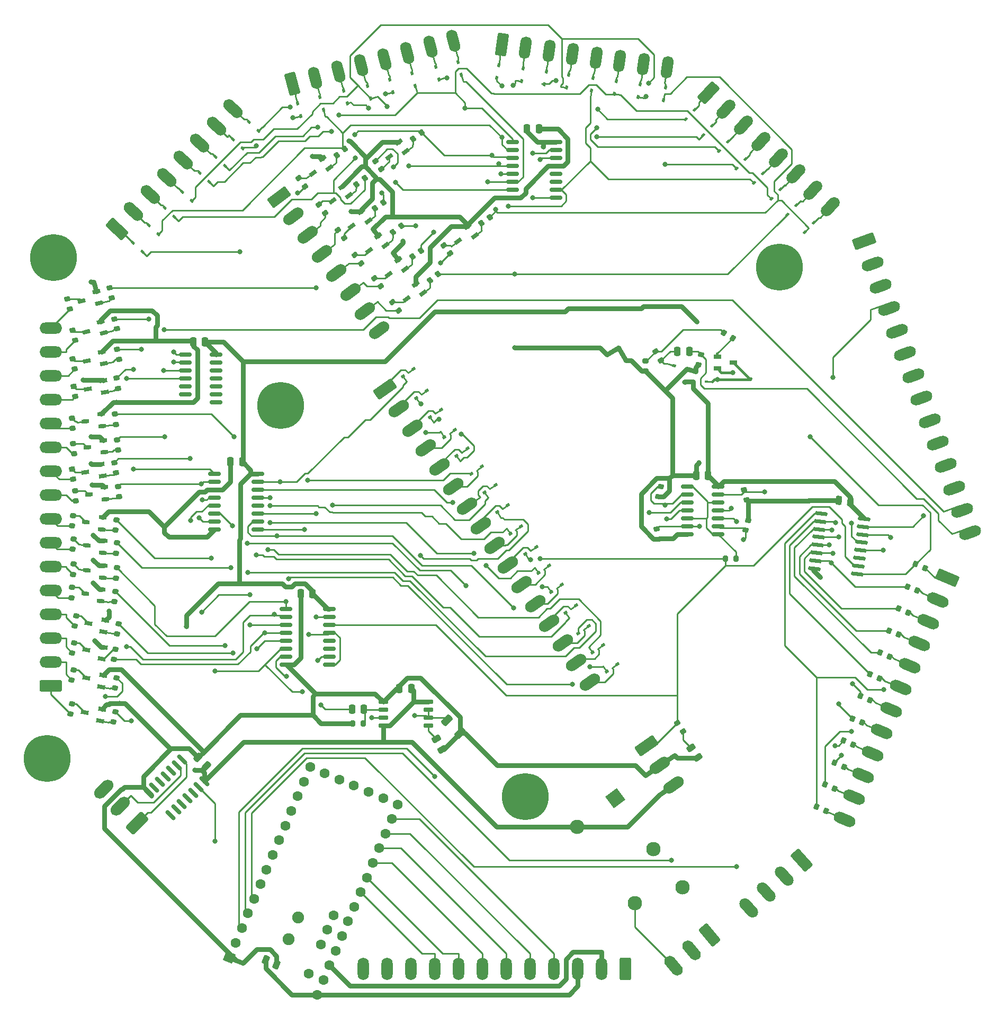
<source format=gbr>
%TF.GenerationSoftware,KiCad,Pcbnew,(6.0.10)*%
%TF.CreationDate,2023-04-24T22:32:33-04:00*%
%TF.ProjectId,waterwheel_synth_v2,77617465-7277-4686-9565-6c5f73796e74,rev?*%
%TF.SameCoordinates,Original*%
%TF.FileFunction,Copper,L1,Top*%
%TF.FilePolarity,Positive*%
%FSLAX46Y46*%
G04 Gerber Fmt 4.6, Leading zero omitted, Abs format (unit mm)*
G04 Created by KiCad (PCBNEW (6.0.10)) date 2023-04-24 22:32:33*
%MOMM*%
%LPD*%
G01*
G04 APERTURE LIST*
G04 Aperture macros list*
%AMRoundRect*
0 Rectangle with rounded corners*
0 $1 Rounding radius*
0 $2 $3 $4 $5 $6 $7 $8 $9 X,Y pos of 4 corners*
0 Add a 4 corners polygon primitive as box body*
4,1,4,$2,$3,$4,$5,$6,$7,$8,$9,$2,$3,0*
0 Add four circle primitives for the rounded corners*
1,1,$1+$1,$2,$3*
1,1,$1+$1,$4,$5*
1,1,$1+$1,$6,$7*
1,1,$1+$1,$8,$9*
0 Add four rect primitives between the rounded corners*
20,1,$1+$1,$2,$3,$4,$5,0*
20,1,$1+$1,$4,$5,$6,$7,0*
20,1,$1+$1,$6,$7,$8,$9,0*
20,1,$1+$1,$8,$9,$2,$3,0*%
%AMHorizOval*
0 Thick line with rounded ends*
0 $1 width*
0 $2 $3 position (X,Y) of the first rounded end (center of the circle)*
0 $4 $5 position (X,Y) of the second rounded end (center of the circle)*
0 Add line between two ends*
20,1,$1,$2,$3,$4,$5,0*
0 Add two circle primitives to create the rounded ends*
1,1,$1,$2,$3*
1,1,$1,$4,$5*%
%AMRotRect*
0 Rectangle, with rotation*
0 The origin of the aperture is its center*
0 $1 length*
0 $2 width*
0 $3 Rotation angle, in degrees counterclockwise*
0 Add horizontal line*
21,1,$1,$2,0,0,$3*%
G04 Aperture macros list end*
%TA.AperFunction,SMDPad,CuDef*%
%ADD10R,1.220000X0.650000*%
%TD*%
%TA.AperFunction,ComponentPad*%
%ADD11RoundRect,0.250000X1.555635X0.636396X0.636396X1.555635X-1.555635X-0.636396X-0.636396X-1.555635X0*%
%TD*%
%TA.AperFunction,ComponentPad*%
%ADD12HorizOval,1.800000X0.636396X0.636396X-0.636396X-0.636396X0*%
%TD*%
%TA.AperFunction,ComponentPad*%
%ADD13RoundRect,0.250000X-0.498392X1.605181X-1.494250X0.769557X0.498392X-1.605181X1.494250X-0.769557X0*%
%TD*%
%TA.AperFunction,ComponentPad*%
%ADD14HorizOval,1.800000X-0.578509X0.689440X0.578509X-0.689440X0*%
%TD*%
%TA.AperFunction,ComponentPad*%
%ADD15C,7.500000*%
%TD*%
%TA.AperFunction,SMDPad,CuDef*%
%ADD16RoundRect,0.200000X-0.308109X0.143853X-0.231786X-0.248798X0.308109X-0.143853X0.231786X0.248798X0*%
%TD*%
%TA.AperFunction,SMDPad,CuDef*%
%ADD17RotRect,1.220000X0.650000X185.000000*%
%TD*%
%TA.AperFunction,SMDPad,CuDef*%
%ADD18RotRect,0.600000X0.450000X262.000000*%
%TD*%
%TA.AperFunction,SMDPad,CuDef*%
%ADD19RotRect,0.600000X0.450000X226.000000*%
%TD*%
%TA.AperFunction,SMDPad,CuDef*%
%ADD20RotRect,1.220000X0.650000X175.000000*%
%TD*%
%TA.AperFunction,SMDPad,CuDef*%
%ADD21RoundRect,0.200000X0.291552X0.174993X-0.076650X0.331285X-0.291552X-0.174993X0.076650X-0.331285X0*%
%TD*%
%TA.AperFunction,SMDPad,CuDef*%
%ADD22RotRect,0.600000X0.450000X214.000000*%
%TD*%
%TA.AperFunction,SMDPad,CuDef*%
%ADD23RoundRect,0.200000X-0.236092X0.244715X-0.305552X-0.149208X0.236092X-0.244715X0.305552X0.149208X0*%
%TD*%
%TA.AperFunction,SMDPad,CuDef*%
%ADD24RotRect,0.600000X0.450000X316.000000*%
%TD*%
%TA.AperFunction,SMDPad,CuDef*%
%ADD25RoundRect,0.200000X-0.339988X-0.005772X-0.099262X-0.325226X0.339988X0.005772X0.099262X0.325226X0*%
%TD*%
%TA.AperFunction,SMDPad,CuDef*%
%ADD26RoundRect,0.200000X0.200000X0.275000X-0.200000X0.275000X-0.200000X-0.275000X0.200000X-0.275000X0*%
%TD*%
%TA.AperFunction,SMDPad,CuDef*%
%ADD27RoundRect,0.150000X-0.825000X-0.150000X0.825000X-0.150000X0.825000X0.150000X-0.825000X0.150000X0*%
%TD*%
%TA.AperFunction,SMDPad,CuDef*%
%ADD28RoundRect,0.200000X-0.302901X0.154518X-0.240327X-0.240557X0.302901X-0.154518X0.240327X0.240557X0*%
%TD*%
%TA.AperFunction,SMDPad,CuDef*%
%ADD29RoundRect,0.200000X-0.315216X0.127531X-0.218447X-0.260588X0.315216X-0.127531X0.218447X0.260588X0*%
%TD*%
%TA.AperFunction,SMDPad,CuDef*%
%ADD30RoundRect,0.200000X-0.256522X0.223207X-0.291385X-0.175271X0.256522X-0.223207X0.291385X0.175271X0*%
%TD*%
%TA.AperFunction,SMDPad,CuDef*%
%ADD31RotRect,0.600000X0.450000X285.000000*%
%TD*%
%TA.AperFunction,SMDPad,CuDef*%
%ADD32RotRect,1.220000X0.650000X218.000000*%
%TD*%
%TA.AperFunction,SMDPad,CuDef*%
%ADD33RoundRect,0.200000X-0.300158X0.159781X-0.244489X-0.236326X0.300158X-0.159781X0.244489X0.236326X0*%
%TD*%
%TA.AperFunction,SMDPad,CuDef*%
%ADD34RotRect,1.220000X0.650000X170.000000*%
%TD*%
%TA.AperFunction,SMDPad,CuDef*%
%ADD35RoundRect,0.200000X-0.011705X0.339835X-0.326909X0.093571X0.011705X-0.339835X0.326909X-0.093571X0*%
%TD*%
%TA.AperFunction,SMDPad,CuDef*%
%ADD36RoundRect,0.200000X-0.005772X0.339988X-0.325226X0.099262X0.005772X-0.339988X0.325226X-0.099262X0*%
%TD*%
%TA.AperFunction,SMDPad,CuDef*%
%ADD37RotRect,1.220000X0.650000X217.000000*%
%TD*%
%TA.AperFunction,SMDPad,CuDef*%
%ADD38RoundRect,0.250000X-0.306024X-0.440992X0.190249X-0.501927X0.306024X0.440992X-0.190249X0.501927X0*%
%TD*%
%TA.AperFunction,SMDPad,CuDef*%
%ADD39RoundRect,0.200000X0.317393X-0.122010X0.213866X0.264360X-0.317393X0.122010X-0.213866X-0.264360X0*%
%TD*%
%TA.AperFunction,SMDPad,CuDef*%
%ADD40RoundRect,0.250000X0.415723X0.339557X-0.044529X0.534923X-0.415723X-0.339557X0.044529X-0.534923X0*%
%TD*%
%TA.AperFunction,SMDPad,CuDef*%
%ADD41RoundRect,0.200000X0.275000X-0.200000X0.275000X0.200000X-0.275000X0.200000X-0.275000X-0.200000X0*%
%TD*%
%TA.AperFunction,SMDPad,CuDef*%
%ADD42RoundRect,0.250000X-0.250000X-0.475000X0.250000X-0.475000X0.250000X0.475000X-0.250000X0.475000X0*%
%TD*%
%TA.AperFunction,SMDPad,CuDef*%
%ADD43RoundRect,0.200000X0.339982X-0.006097X0.110552X0.321564X-0.339982X0.006097X-0.110552X-0.321564X0*%
%TD*%
%TA.AperFunction,SMDPad,CuDef*%
%ADD44RoundRect,0.250000X-0.512652X-0.159099X-0.159099X-0.512652X0.512652X0.159099X0.159099X0.512652X0*%
%TD*%
%TA.AperFunction,SMDPad,CuDef*%
%ADD45RoundRect,0.200000X-0.338157X0.035705X-0.138157X-0.310705X0.338157X-0.035705X0.138157X0.310705X0*%
%TD*%
%TA.AperFunction,SMDPad,CuDef*%
%ADD46RotRect,1.220000X0.650000X189.000000*%
%TD*%
%TA.AperFunction,SMDPad,CuDef*%
%ADD47RoundRect,0.200000X-0.291385X0.175271X-0.256522X-0.223207X0.291385X-0.175271X0.256522X0.223207X0*%
%TD*%
%TA.AperFunction,SMDPad,CuDef*%
%ADD48RoundRect,0.200000X0.213866X-0.264360X0.317393X0.122010X-0.213866X0.264360X-0.317393X-0.122010X0*%
%TD*%
%TA.AperFunction,SMDPad,CuDef*%
%ADD49RoundRect,0.200000X-0.339835X-0.011705X-0.093571X-0.326909X0.339835X0.011705X0.093571X0.326909X0*%
%TD*%
%TA.AperFunction,SMDPad,CuDef*%
%ADD50RoundRect,0.200000X-0.213866X0.264360X-0.317393X-0.122010X0.213866X-0.264360X0.317393X0.122010X0*%
%TD*%
%TA.AperFunction,SMDPad,CuDef*%
%ADD51RoundRect,0.150000X-0.837500X-0.150000X0.837500X-0.150000X0.837500X0.150000X-0.837500X0.150000X0*%
%TD*%
%TA.AperFunction,SMDPad,CuDef*%
%ADD52RoundRect,0.250000X0.250000X0.475000X-0.250000X0.475000X-0.250000X-0.475000X0.250000X-0.475000X0*%
%TD*%
%TA.AperFunction,SMDPad,CuDef*%
%ADD53R,0.600000X0.450000*%
%TD*%
%TA.AperFunction,SMDPad,CuDef*%
%ADD54RoundRect,0.150000X-0.849538X-0.046816X0.812977X-0.250947X0.849538X0.046816X-0.812977X0.250947X0*%
%TD*%
%TA.AperFunction,SMDPad,CuDef*%
%ADD55RoundRect,0.200000X-0.317393X0.122010X-0.213866X-0.264360X0.317393X-0.122010X0.213866X0.264360X0*%
%TD*%
%TA.AperFunction,SMDPad,CuDef*%
%ADD56RoundRect,0.250000X-0.689429X-0.229810X-0.229810X-0.689429X0.689429X0.229810X0.229810X0.689429X0*%
%TD*%
%TA.AperFunction,SMDPad,CuDef*%
%ADD57RotRect,0.600000X0.450000X345.000000*%
%TD*%
%TA.AperFunction,SMDPad,CuDef*%
%ADD58RoundRect,0.200000X0.310705X0.138157X-0.035705X0.338157X-0.310705X-0.138157X0.035705X-0.338157X0*%
%TD*%
%TA.AperFunction,SMDPad,CuDef*%
%ADD59RoundRect,0.200000X0.236092X-0.244715X0.305552X0.149208X-0.236092X0.244715X-0.305552X-0.149208X0*%
%TD*%
%TA.AperFunction,SMDPad,CuDef*%
%ADD60RotRect,1.220000X0.650000X191.000000*%
%TD*%
%TA.AperFunction,SMDPad,CuDef*%
%ADD61RoundRect,0.150000X-0.689429X0.477297X0.477297X-0.689429X0.689429X-0.477297X-0.477297X0.689429X0*%
%TD*%
%TA.AperFunction,SMDPad,CuDef*%
%ADD62RoundRect,0.200000X-0.200000X-0.275000X0.200000X-0.275000X0.200000X0.275000X-0.200000X0.275000X0*%
%TD*%
%TA.AperFunction,SMDPad,CuDef*%
%ADD63RotRect,1.220000X0.650000X195.000000*%
%TD*%
%TA.AperFunction,SMDPad,CuDef*%
%ADD64RotRect,1.220000X0.650000X194.000000*%
%TD*%
%TA.AperFunction,SMDPad,CuDef*%
%ADD65RotRect,1.220000X0.650000X188.000000*%
%TD*%
%TA.AperFunction,SMDPad,CuDef*%
%ADD66RoundRect,0.243750X0.513547X0.062026X0.233929X0.461363X-0.513547X-0.062026X-0.233929X-0.461363X0*%
%TD*%
%TA.AperFunction,SMDPad,CuDef*%
%ADD67RoundRect,0.200000X0.339988X0.005772X0.099262X0.325226X-0.339988X-0.005772X-0.099262X-0.325226X0*%
%TD*%
%TA.AperFunction,SMDPad,CuDef*%
%ADD68RoundRect,0.250000X-0.536362X-0.020994X-0.286362X-0.454006X0.536362X0.020994X0.286362X0.454006X0*%
%TD*%
%TA.AperFunction,SMDPad,CuDef*%
%ADD69RoundRect,0.150000X-0.650000X-0.150000X0.650000X-0.150000X0.650000X0.150000X-0.650000X0.150000X0*%
%TD*%
%TA.AperFunction,ComponentPad*%
%ADD70RoundRect,0.250000X-1.642510X-0.356595X-0.896861X-1.421492X1.642510X0.356595X0.896861X1.421492X0*%
%TD*%
%TA.AperFunction,ComponentPad*%
%ADD71HorizOval,1.800000X-0.737237X-0.516219X0.737237X0.516219X0*%
%TD*%
%TA.AperFunction,ComponentPad*%
%ADD72RoundRect,0.250000X-0.226682X-1.665417X1.029021X-1.328953X0.226682X1.665417X-1.029021X1.328953X0*%
%TD*%
%TA.AperFunction,ComponentPad*%
%ADD73HorizOval,1.800000X-0.232937X0.869333X0.232937X-0.869333X0*%
%TD*%
%TA.AperFunction,ComponentPad*%
%ADD74RoundRect,0.250000X1.550000X-0.650000X1.550000X0.650000X-1.550000X0.650000X-1.550000X-0.650000X0*%
%TD*%
%TA.AperFunction,ComponentPad*%
%ADD75O,3.600000X1.800000*%
%TD*%
%TA.AperFunction,ComponentPad*%
%ADD76RoundRect,0.250000X-1.629065X-0.413700X-0.846705X-1.451926X1.629065X0.413700X0.846705X1.451926X0*%
%TD*%
%TA.AperFunction,ComponentPad*%
%ADD77HorizOval,1.800000X-0.718772X-0.541634X0.718772X0.541634X0*%
%TD*%
%TA.AperFunction,ComponentPad*%
%ADD78RoundRect,0.250000X-1.678837X0.080669X-1.234210X-1.140931X1.678837X-0.080669X1.234210X1.140931X0*%
%TD*%
%TA.AperFunction,ComponentPad*%
%ADD79HorizOval,1.800000X-0.845723X-0.307818X0.845723X0.307818X0*%
%TD*%
%TA.AperFunction,ComponentPad*%
%ADD80RoundRect,0.250000X0.663449X-1.544291X1.566505X-0.609150X-0.663449X1.544291X-1.566505X0.609150X0*%
%TD*%
%TA.AperFunction,ComponentPad*%
%ADD81HorizOval,1.800000X-0.647406X0.625193X0.647406X-0.625193X0*%
%TD*%
%TA.AperFunction,ComponentPad*%
%ADD82C,1.900000*%
%TD*%
%TA.AperFunction,ComponentPad*%
%ADD83C,1.600000*%
%TD*%
%TA.AperFunction,ComponentPad*%
%ADD84RotRect,1.600000X1.600000X67.000000*%
%TD*%
%TA.AperFunction,ComponentPad*%
%ADD85RotRect,2.300000X2.300000X127.000000*%
%TD*%
%TA.AperFunction,ComponentPad*%
%ADD86C,2.300000*%
%TD*%
%TA.AperFunction,ComponentPad*%
%ADD87HorizOval,1.800000X-0.602218X0.668830X0.602218X-0.668830X0*%
%TD*%
%TA.AperFunction,ComponentPad*%
%ADD88RoundRect,0.250000X-0.554108X1.586809X-1.520197X0.716940X0.554108X-1.586809X1.520197X-0.716940X0*%
%TD*%
%TA.AperFunction,ComponentPad*%
%ADD89RoundRect,0.250000X0.650000X1.550000X-0.650000X1.550000X-0.650000X-1.550000X0.650000X-1.550000X0*%
%TD*%
%TA.AperFunction,ComponentPad*%
%ADD90O,1.800000X3.600000*%
%TD*%
%TA.AperFunction,ComponentPad*%
%ADD91HorizOval,1.800000X-0.125256X-0.891241X0.125256X0.891241X0*%
%TD*%
%TA.AperFunction,ComponentPad*%
%ADD92RoundRect,0.250000X-0.859393X-1.444453X0.427956X-1.625378X0.859393X1.444453X-0.427956X1.625378X0*%
%TD*%
%TA.AperFunction,ComponentPad*%
%ADD93HorizOval,1.800000X-0.828454X0.351658X0.828454X-0.351658X0*%
%TD*%
%TA.AperFunction,ComponentPad*%
%ADD94RoundRect,0.250000X-1.172807X1.203961X-1.680758X0.007305X1.172807X-1.203961X1.680758X-0.007305X0*%
%TD*%
%TA.AperFunction,ComponentPad*%
%ADD95RoundRect,0.250000X-1.532477X-0.690299X-0.581718X-1.576897X1.532477X0.690299X0.581718X1.576897X0*%
%TD*%
%TA.AperFunction,ComponentPad*%
%ADD96HorizOval,1.800000X-0.613799X-0.658218X0.613799X0.658218X0*%
%TD*%
%TA.AperFunction,ViaPad*%
%ADD97C,0.800000*%
%TD*%
%TA.AperFunction,Conductor*%
%ADD98C,0.381000*%
%TD*%
%TA.AperFunction,Conductor*%
%ADD99C,0.762000*%
%TD*%
%TA.AperFunction,Conductor*%
%ADD100C,0.254000*%
%TD*%
%TA.AperFunction,Conductor*%
%ADD101C,0.601000*%
%TD*%
G04 APERTURE END LIST*
D10*
%TO.P,Q14,1,B*%
%TO.N,Net-(R32-Pad1)*%
X166290000Y-77790000D03*
%TO.P,Q14,2,E*%
%TO.N,GND*%
X166290000Y-79690000D03*
%TO.P,Q14,3,C*%
%TO.N,Net-(D38-Pad2)*%
X168910000Y-78740000D03*
%TD*%
D11*
%TO.P,J12,1,Pin_1*%
%TO.N,volca_audio*%
X73560077Y-152300077D03*
D12*
%TO.P,J12,2,Pin_2*%
%TO.N,volca_audio_gated*%
X70866000Y-149606000D03*
%TO.P,J12,3,Pin_3*%
%TO.N,big_button_trig*%
X68171923Y-146911923D03*
%TD*%
D13*
%TO.P,J13,1,Pin_1*%
%TO.N,relay-NO*%
X165100000Y-170180000D03*
D14*
%TO.P,J13,2,Pin_2*%
%TO.N,relay-com*%
X162181371Y-172629021D03*
%TO.P,J13,3,Pin_3*%
%TO.N,relay-NC*%
X159262741Y-175078042D03*
%TD*%
D15*
%TO.P,REF\u002A\u002A,1*%
%TO.N,N/C*%
X96520000Y-85598000D03*
%TD*%
%TO.P,REF\u002A\u002A,1*%
%TO.N,N/C*%
X59182000Y-141986000D03*
%TD*%
%TO.P,REF\u002A\u002A,1*%
%TO.N,N/C*%
X135636000Y-148082000D03*
%TD*%
%TO.P,REF\u002A\u002A,1*%
%TO.N,N/C*%
X176276000Y-63500000D03*
%TD*%
%TO.P,REF\u002A\u002A,1*%
%TO.N,N/C*%
X60198000Y-61976000D03*
%TD*%
D16*
%TO.P,R16,1*%
%TO.N,Net-(Q8-Pad3)*%
X63232183Y-78162558D03*
%TO.P,R16,2*%
%TO.N,LED2_14*%
X63547017Y-79782242D03*
%TD*%
D17*
%TO.P,Q21,1,B*%
%TO.N,Net-(Q21-Pad1)*%
X68269913Y-93030711D03*
%TO.P,Q21,2,E*%
%TO.N,GND*%
X68104317Y-91137941D03*
%TO.P,Q21,3,C*%
%TO.N,Net-(Q21-Pad3)*%
X65577085Y-92312674D03*
%TD*%
D18*
%TO.P,D5,2,A*%
%TO.N,1_2*%
X134982968Y-33808481D03*
%TO.P,D5,1,K*%
%TO.N,B_2*%
X135275232Y-31728919D03*
%TD*%
D19*
%TO.P,D30,1,K*%
%TO.N,A_4*%
X170824991Y-46199993D03*
%TO.P,D30,2,A*%
%TO.N,1_4*%
X169366209Y-47710607D03*
%TD*%
D20*
%TO.P,Q15,1,B*%
%TO.N,Net-(Q15-Pad1)*%
X68002117Y-113074059D03*
%TO.P,Q15,2,E*%
%TO.N,GND*%
X68167713Y-111181289D03*
%TO.P,Q15,3,C*%
%TO.N,Net-(Q15-Pad3)*%
X65474885Y-111899326D03*
%TD*%
D21*
%TO.P,R64,2*%
%TO.N,BINARY_6*%
X190688683Y-128504947D03*
%TO.P,R64,1*%
%TO.N,LED_BIN_6*%
X192207517Y-129149653D03*
%TD*%
D22*
%TO.P,D40,1,K*%
%TO.N,Volca_step_6*%
X128689389Y-95357447D03*
%TO.P,D40,2,A*%
%TO.N,2_6*%
X126948411Y-96531753D03*
%TD*%
D23*
%TO.P,R54,1*%
%TO.N,2_1*%
X70041660Y-134547934D03*
%TO.P,R54,2*%
%TO.N,Net-(Q23-Pad1)*%
X69755140Y-136172866D03*
%TD*%
D24*
%TO.P,D25,1,K*%
%TO.N,D_6*%
X86088793Y-45871909D03*
%TO.P,D25,2,A*%
%TO.N,1_6*%
X87599407Y-47330691D03*
%TD*%
D23*
%TO.P,R55,1*%
%TO.N,Net-(Q22-Pad3)*%
X63805560Y-119193934D03*
%TO.P,R55,2*%
%TO.N,LED2_4*%
X63519040Y-120818866D03*
%TD*%
D25*
%TO.P,R1,1*%
%TO.N,Net-(Q3-Pad3)*%
X102576303Y-53523826D03*
%TO.P,R1,2*%
%TO.N,LED1_3*%
X103569297Y-54841574D03*
%TD*%
D18*
%TO.P,D16,2,A*%
%TO.N,1_4*%
X142237468Y-34800181D03*
%TO.P,D16,1,K*%
%TO.N,B_4*%
X142529732Y-32720619D03*
%TD*%
%TO.P,D7,2,A*%
%TO.N,1_1*%
X131061468Y-33276181D03*
%TO.P,D7,1,K*%
%TO.N,B_1*%
X131353732Y-31196619D03*
%TD*%
D26*
%TO.P,R48,1*%
%TO.N,Net-(R48-Pad1)*%
X169288600Y-110044400D03*
%TO.P,R48,2*%
%TO.N,clock*%
X167638600Y-110044400D03*
%TD*%
D23*
%TO.P,R56,1*%
%TO.N,Net-(Q25-Pad3)*%
X63355260Y-127824634D03*
%TO.P,R56,2*%
%TO.N,LED2_2*%
X63068740Y-129449566D03*
%TD*%
D27*
%TO.P,U2,14,VDD*%
%TO.N,+5V*%
X86184600Y-77448400D03*
%TO.P,U2,13*%
%TO.N,N/C*%
X86184600Y-78718400D03*
%TO.P,U2,12*%
X86184600Y-79988400D03*
%TO.P,U2,11*%
X86184600Y-81258400D03*
%TO.P,U2,10*%
X86184600Y-82528400D03*
%TO.P,U2,9*%
X86184600Y-83798400D03*
%TO.P,U2,8*%
X86184600Y-85068400D03*
%TO.P,U2,7,VSS*%
%TO.N,GND*%
X81234600Y-85068400D03*
%TO.P,U2,6*%
%TO.N,N/C*%
X81234600Y-83798400D03*
%TO.P,U2,5*%
X81234600Y-82528400D03*
%TO.P,U2,4*%
%TO.N,sel_trig_inv*%
X81234600Y-81258400D03*
%TO.P,U2,3*%
%TO.N,selected_trig*%
X81234600Y-79988400D03*
%TO.P,U2,2*%
%TO.N,Net-(U2-Pad2)*%
X81234600Y-78718400D03*
%TO.P,U2,1*%
%TO.N,Net-(U2-Pad1)*%
X81234600Y-77448400D03*
%TD*%
D28*
%TO.P,R20,1*%
%TO.N,Net-(Q12-Pad3)*%
X63389642Y-82528357D03*
%TO.P,R20,2*%
%TO.N,LED2_13*%
X63647758Y-84158043D03*
%TD*%
D22*
%TO.P,D41,1,K*%
%TO.N,Volca_step_7*%
X130829889Y-98286347D03*
%TO.P,D41,2,A*%
%TO.N,2_7*%
X129088911Y-99460653D03*
%TD*%
D21*
%TO.P,R70,2*%
%TO.N,BINARY_8*%
X187936683Y-135613247D03*
%TO.P,R70,1*%
%TO.N,LED_BIN_8*%
X189455517Y-136257953D03*
%TD*%
D22*
%TO.P,D36,1,K*%
%TO.N,Volca_step_1*%
X117762789Y-79726047D03*
%TO.P,D36,2,A*%
%TO.N,2_1*%
X116021811Y-80900353D03*
%TD*%
D24*
%TO.P,D23,1,K*%
%TO.N,D_1*%
X72880793Y-59587909D03*
%TO.P,D23,2,A*%
%TO.N,1_1*%
X74391407Y-61046691D03*
%TD*%
D29*
%TO.P,R23,1*%
%TO.N,2_16*%
X69105214Y-66830006D03*
%TO.P,R23,2*%
%TO.N,Net-(Q10-Pad1)*%
X69504386Y-68430994D03*
%TD*%
D21*
%TO.P,R71,2*%
%TO.N,BINARY_11*%
X183544183Y-146165547D03*
%TO.P,R71,1*%
%TO.N,LED_BIN_11*%
X185063017Y-146810253D03*
%TD*%
D30*
%TO.P,R35,1*%
%TO.N,2_8*%
X70236603Y-103838639D03*
%TO.P,R35,2*%
%TO.N,Net-(Q19-Pad1)*%
X70092797Y-105482361D03*
%TD*%
D31*
%TO.P,D10,1,K*%
%TO.N,C_5*%
X113917840Y-33508178D03*
%TO.P,D10,2,A*%
%TO.N,1_5*%
X114461360Y-35536622D03*
%TD*%
D32*
%TO.P,Q4,1,B*%
%TO.N,Net-(Q4-Pad1)*%
X113241672Y-60009894D03*
%TO.P,Q4,2,E*%
%TO.N,GND*%
X112071916Y-58512673D03*
%TO.P,Q4,3,C*%
%TO.N,Net-(Q4-Pad3)*%
X110592206Y-60874317D03*
%TD*%
D19*
%TO.P,D32,1,K*%
%TO.N,A_2*%
X165464991Y-40879093D03*
%TO.P,D32,2,A*%
%TO.N,1_2*%
X164006209Y-42389707D03*
%TD*%
D24*
%TO.P,D20,1,K*%
%TO.N,D_4*%
X80754793Y-51459909D03*
%TO.P,D20,2,A*%
%TO.N,1_4*%
X82265407Y-52918691D03*
%TD*%
D33*
%TO.P,R36,1*%
%TO.N,2_10*%
X69896082Y-94707229D03*
%TO.P,R36,2*%
%TO.N,Net-(Q16-Pad1)*%
X70125718Y-96341171D03*
%TD*%
D23*
%TO.P,R59,1*%
%TO.N,Net-(Q23-Pad3)*%
X63160560Y-133257334D03*
%TO.P,R59,2*%
%TO.N,LED2_1*%
X62874040Y-134882266D03*
%TD*%
D34*
%TO.P,Q23,1,B*%
%TO.N,Net-(Q23-Pad1)*%
X67573832Y-135991746D03*
%TO.P,Q23,2,E*%
%TO.N,GND*%
X67903764Y-134120612D03*
%TO.P,Q23,3,C*%
%TO.N,Net-(Q23-Pad3)*%
X65158602Y-134601221D03*
%TD*%
D35*
%TO.P,R11,1*%
%TO.N,1_5*%
X115757109Y-56869079D03*
%TO.P,R11,2*%
%TO.N,Net-(Q4-Pad1)*%
X114456891Y-57884921D03*
%TD*%
D22*
%TO.P,D43,1,K*%
%TO.N,Volca_step_5*%
X126324289Y-92467047D03*
%TO.P,D43,2,A*%
%TO.N,2_5*%
X124583311Y-93641353D03*
%TD*%
D31*
%TO.P,D3,1,K*%
%TO.N,C_2*%
X102754240Y-36301778D03*
%TO.P,D3,2,A*%
%TO.N,1_2*%
X103297760Y-38330222D03*
%TD*%
D36*
%TO.P,R7,1*%
%TO.N,1_8*%
X129921174Y-55491803D03*
%TO.P,R7,2*%
%TO.N,Net-(Q7-Pad1)*%
X128603426Y-56484797D03*
%TD*%
D30*
%TO.P,R45,1*%
%TO.N,Net-(Q15-Pad3)*%
X63400503Y-110939339D03*
%TO.P,R45,2*%
%TO.N,LED2_6*%
X63256697Y-112583061D03*
%TD*%
D37*
%TO.P,Q5,1,B*%
%TO.N,Net-(Q5-Pad1)*%
X116412537Y-63861126D03*
%TO.P,Q5,2,E*%
%TO.N,GND*%
X115269088Y-62343719D03*
%TO.P,Q5,3,C*%
%TO.N,Net-(Q5-Pad3)*%
X113748387Y-64679178D03*
%TD*%
D38*
%TO.P,C7,1*%
%TO.N,GND*%
X185709681Y-100751624D03*
%TO.P,C7,2*%
%TO.N,+5V*%
X187595519Y-100983176D03*
%TD*%
D39*
%TO.P,R49,1*%
%TO.N,GND*%
X171003126Y-100646289D03*
%TO.P,R49,2*%
%TO.N,TT_Trig_long*%
X170576074Y-99052511D03*
%TD*%
D22*
%TO.P,D35,1,K*%
%TO.N,Volca_step_2*%
X119886089Y-83211247D03*
%TO.P,D35,2,A*%
%TO.N,2_2*%
X118145111Y-84385553D03*
%TD*%
D21*
%TO.P,R51,2*%
%TO.N,BINARY_2*%
X196721583Y-114508747D03*
%TO.P,R51,1*%
%TO.N,LED_BIN_2*%
X198240417Y-115153453D03*
%TD*%
D40*
%TO.P,C13,1*%
%TO.N,GND*%
X95832980Y-174888995D03*
%TO.P,C13,2*%
%TO.N,+5V*%
X94084020Y-174146605D03*
%TD*%
D18*
%TO.P,D14,2,A*%
%TO.N,1_6*%
X149857468Y-35816181D03*
%TO.P,D14,1,K*%
%TO.N,B_6*%
X150149732Y-33736619D03*
%TD*%
D41*
%TO.P,R28,2*%
%TO.N,Net-(R32-Pad2)*%
X154829600Y-78464400D03*
%TO.P,R28,1*%
%TO.N,GND*%
X154829600Y-80114400D03*
%TD*%
D23*
%TO.P,R58,1*%
%TO.N,2_4*%
X70607760Y-120474834D03*
%TO.P,R58,2*%
%TO.N,Net-(Q22-Pad1)*%
X70321240Y-122099766D03*
%TD*%
D22*
%TO.P,D48,1,K*%
%TO.N,Volca_step_14*%
X145794089Y-120803247D03*
%TO.P,D48,2,A*%
%TO.N,2_14*%
X144053111Y-121977553D03*
%TD*%
D30*
%TO.P,R43,1*%
%TO.N,2_7*%
X70326303Y-107545639D03*
%TO.P,R43,2*%
%TO.N,Net-(Q20-Pad1)*%
X70182497Y-109189361D03*
%TD*%
D27*
%TO.P,U6,1*%
%TO.N,Net-(R48-Pad1)*%
X161498600Y-98530400D03*
%TO.P,U6,2*%
%TO.N,BD_Trig_long*%
X161498600Y-99800400D03*
%TO.P,U6,3*%
%TO.N,BD_Trig_short*%
X161498600Y-101070400D03*
%TO.P,U6,4*%
%TO.N,SD_trig_short*%
X161498600Y-102340400D03*
%TO.P,U6,5*%
%TO.N,Net-(R48-Pad1)*%
X161498600Y-103610400D03*
%TO.P,U6,6*%
%TO.N,SD_trig_long*%
X161498600Y-104880400D03*
%TO.P,U6,7,VSS*%
%TO.N,GND*%
X161498600Y-106150400D03*
%TO.P,U6,8*%
%TO.N,Net-(R48-Pad1)*%
X166448600Y-106150400D03*
%TO.P,U6,9*%
%TO.N,HH_Trig_long*%
X166448600Y-104880400D03*
%TO.P,U6,10*%
%TO.N,HH_Trig_short*%
X166448600Y-103610400D03*
%TO.P,U6,11*%
%TO.N,TT_Trig_short*%
X166448600Y-102340400D03*
%TO.P,U6,12*%
%TO.N,Net-(R48-Pad1)*%
X166448600Y-101070400D03*
%TO.P,U6,13*%
%TO.N,TT_Trig_long*%
X166448600Y-99800400D03*
%TO.P,U6,14,VDD*%
%TO.N,+5V*%
X166448600Y-98530400D03*
%TD*%
D42*
%TO.P,C2,1*%
%TO.N,GND*%
X82505600Y-75416400D03*
%TO.P,C2,2*%
%TO.N,+5V*%
X84405600Y-75416400D03*
%TD*%
D22*
%TO.P,D47,1,K*%
%TO.N,Volca_step_16*%
X150366089Y-126899247D03*
%TO.P,D47,2,A*%
%TO.N,2_16*%
X148625111Y-128073553D03*
%TD*%
D43*
%TO.P,R62,1*%
%TO.N,Net-(D51-Pad2)*%
X160856301Y-137622000D03*
%TO.P,R62,2*%
%TO.N,clock*%
X159909899Y-136270400D03*
%TD*%
D44*
%TO.P,C8,1*%
%TO.N,GND*%
X83291849Y-141800649D03*
%TO.P,C8,2*%
%TO.N,+5V*%
X84635351Y-143144151D03*
%TD*%
D31*
%TO.P,D4,1,K*%
%TO.N,C_1*%
X99185840Y-37318178D03*
%TO.P,D4,2,A*%
%TO.N,1_1*%
X99729360Y-39346622D03*
%TD*%
D32*
%TO.P,Q13,1,B*%
%TO.N,Net-(Q13-Pad1)*%
X119237872Y-67663894D03*
%TO.P,Q13,2,E*%
%TO.N,GND*%
X118068116Y-66166673D03*
%TO.P,Q13,3,C*%
%TO.N,Net-(Q13-Pad3)*%
X116588406Y-68528317D03*
%TD*%
D36*
%TO.P,R15,1*%
%TO.N,1_1*%
X118971174Y-41983503D03*
%TO.P,R15,2*%
%TO.N,Net-(Q6-Pad1)*%
X117653426Y-42976497D03*
%TD*%
D45*
%TO.P,R30,2*%
%TO.N,Net-(C3-Pad1)*%
X157274100Y-78416871D03*
%TO.P,R30,1*%
%TO.N,Net-(R32-Pad2)*%
X156449100Y-76987929D03*
%TD*%
D46*
%TO.P,Q12,1,B*%
%TO.N,Net-(Q12-Pad1)*%
X68405584Y-83456375D03*
%TO.P,Q12,2,E*%
%TO.N,GND*%
X68108359Y-81579767D03*
%TO.P,Q12,3,C*%
%TO.N,Net-(Q12-Pad3)*%
X65669228Y-82927929D03*
%TD*%
D37*
%TO.P,Q7,1,B*%
%TO.N,Net-(Q7-Pad1)*%
X127535137Y-58498926D03*
%TO.P,Q7,2,E*%
%TO.N,GND*%
X126391688Y-56981519D03*
%TO.P,Q7,3,C*%
%TO.N,Net-(Q7-Pad3)*%
X124870987Y-59316978D03*
%TD*%
D22*
%TO.P,D46,1,K*%
%TO.N,Volca_step_10*%
X137342689Y-108157947D03*
%TO.P,D46,2,A*%
%TO.N,2_10*%
X135601711Y-109332253D03*
%TD*%
D21*
%TO.P,R67,2*%
%TO.N,BINARY_3*%
X195257483Y-118026147D03*
%TO.P,R67,1*%
%TO.N,LED_BIN_3*%
X196776317Y-118670853D03*
%TD*%
D37*
%TO.P,Q1,1,B*%
%TO.N,Net-(Q1-Pad1)*%
X104268937Y-47644126D03*
%TO.P,Q1,2,E*%
%TO.N,GND*%
X103125488Y-46126719D03*
%TO.P,Q1,3,C*%
%TO.N,Net-(Q1-Pad3)*%
X101604787Y-48462178D03*
%TD*%
%TO.P,Q6,1,B*%
%TO.N,Net-(Q6-Pad1)*%
X116493437Y-45059526D03*
%TO.P,Q6,2,E*%
%TO.N,GND*%
X115349988Y-43542119D03*
%TO.P,Q6,3,C*%
%TO.N,Net-(Q6-Pad3)*%
X113829287Y-45877578D03*
%TD*%
D24*
%TO.P,D22,1,K*%
%TO.N,D_2*%
X75420793Y-56793909D03*
%TO.P,D22,2,A*%
%TO.N,1_2*%
X76931407Y-58252691D03*
%TD*%
D47*
%TO.P,R21,1*%
%TO.N,2_11*%
X70299497Y-91096739D03*
%TO.P,R21,2*%
%TO.N,Net-(Q21-Pad1)*%
X70443303Y-92740461D03*
%TD*%
D22*
%TO.P,D34,1,K*%
%TO.N,Volca_step_4*%
X124369789Y-89454447D03*
%TO.P,D34,2,A*%
%TO.N,2_4*%
X122628811Y-90628753D03*
%TD*%
D42*
%TO.P,C4,1*%
%TO.N,GND*%
X99683100Y-115675400D03*
%TO.P,C4,2*%
%TO.N,+5V*%
X101583100Y-115675400D03*
%TD*%
D48*
%TO.P,R46,1*%
%TO.N,GND*%
X156820074Y-100173289D03*
%TO.P,R46,2*%
%TO.N,BD_Trig_long*%
X157247126Y-98579511D03*
%TD*%
D49*
%TO.P,R2,1*%
%TO.N,Net-(Q4-Pad3)*%
X108347679Y-61558291D03*
%TO.P,R2,2*%
%TO.N,LED1_5*%
X109363521Y-62858509D03*
%TD*%
D23*
%TO.P,R57,1*%
%TO.N,Net-(Q24-Pad3)*%
X63438760Y-123509034D03*
%TO.P,R57,2*%
%TO.N,LED2_3*%
X63152240Y-125133966D03*
%TD*%
D31*
%TO.P,D11,1,K*%
%TO.N,C_6*%
X117473840Y-32492178D03*
%TO.P,D11,2,A*%
%TO.N,1_6*%
X118017360Y-34520622D03*
%TD*%
D47*
%TO.P,R22,1*%
%TO.N,2_12*%
X70002297Y-86954239D03*
%TO.P,R22,2*%
%TO.N,Net-(Q11-Pad1)*%
X70146103Y-88597961D03*
%TD*%
D36*
%TO.P,R3,1*%
%TO.N,1_2*%
X106753774Y-44643703D03*
%TO.P,R3,2*%
%TO.N,Net-(Q1-Pad1)*%
X105436026Y-45636697D03*
%TD*%
D30*
%TO.P,R33,1*%
%TO.N,Net-(Q18-Pad3)*%
X63141303Y-114664739D03*
%TO.P,R33,2*%
%TO.N,LED2_5*%
X62997497Y-116308461D03*
%TD*%
D42*
%TO.P,C5,1*%
%TO.N,GND*%
X88441100Y-94593400D03*
%TO.P,C5,2*%
%TO.N,+5V*%
X90341100Y-94593400D03*
%TD*%
D50*
%TO.P,R50,1*%
%TO.N,GND*%
X171217126Y-103920511D03*
%TO.P,R50,2*%
%TO.N,HH_Trig_long*%
X170790074Y-105514289D03*
%TD*%
D51*
%TO.P,U7,1,Q5*%
%TO.N,2_6*%
X97358600Y-118088400D03*
%TO.P,U7,2,Q1*%
%TO.N,2_2*%
X97358600Y-119358400D03*
%TO.P,U7,3,Q0*%
%TO.N,2_1*%
X97358600Y-120628400D03*
%TO.P,U7,4,Q2*%
%TO.N,2_3*%
X97358600Y-121898400D03*
%TO.P,U7,5,Q6*%
%TO.N,2_7*%
X97358600Y-123168400D03*
%TO.P,U7,6,Q7*%
%TO.N,2_8*%
X97358600Y-124438400D03*
%TO.P,U7,7,Q3*%
%TO.N,2_4*%
X97358600Y-125708400D03*
%TO.P,U7,8,VSS*%
%TO.N,GND*%
X97358600Y-126978400D03*
%TO.P,U7,9,Q8*%
%TO.N,Net-(U2-Pad1)*%
X104283600Y-126978400D03*
%TO.P,U7,10,Q4*%
%TO.N,2_5*%
X104283600Y-125708400D03*
%TO.P,U7,11,Q9*%
%TO.N,unconnected-(U7-Pad11)*%
X104283600Y-124438400D03*
%TO.P,U7,12,Cout*%
%TO.N,unconnected-(U7-Pad12)*%
X104283600Y-123168400D03*
%TO.P,U7,13,CKEN*%
%TO.N,Net-(U2-Pad1)*%
X104283600Y-121898400D03*
%TO.P,U7,14,CLK*%
%TO.N,clock*%
X104283600Y-120628400D03*
%TO.P,U7,15,Reset*%
%TO.N,Net-(U4-Pad11)*%
X104283600Y-119358400D03*
%TO.P,U7,16,VDD*%
%TO.N,+5V*%
X104283600Y-118088400D03*
%TD*%
D52*
%TO.P,C1,1*%
%TO.N,GND*%
X137774600Y-41384400D03*
%TO.P,C1,2*%
%TO.N,+5V*%
X135874600Y-41384400D03*
%TD*%
D21*
%TO.P,R72,2*%
%TO.N,BINARY_12*%
X182138183Y-149707147D03*
%TO.P,R72,1*%
%TO.N,LED_BIN_12*%
X183657017Y-150351853D03*
%TD*%
D19*
%TO.P,D27,1,K*%
%TO.N,A_6*%
X176386991Y-51039093D03*
%TO.P,D27,2,A*%
%TO.N,1_6*%
X174928209Y-52549707D03*
%TD*%
D53*
%TO.P,D38,2,A*%
%TO.N,Net-(D38-Pad2)*%
X164515600Y-81766400D03*
%TO.P,D38,1,K*%
%TO.N,+5V*%
X162415600Y-81766400D03*
%TD*%
D33*
%TO.P,R39,1*%
%TO.N,Net-(Q16-Pad3)*%
X63078082Y-95763929D03*
%TO.P,R39,2*%
%TO.N,LED2_10*%
X63307718Y-97397871D03*
%TD*%
D39*
%TO.P,R47,1*%
%TO.N,GND*%
X156993126Y-106884289D03*
%TO.P,R47,2*%
%TO.N,SD_trig_long*%
X156566074Y-105290511D03*
%TD*%
D47*
%TO.P,R24,1*%
%TO.N,Net-(Q11-Pad3)*%
X63082297Y-87608439D03*
%TO.P,R24,2*%
%TO.N,LED2_12*%
X63226103Y-89252161D03*
%TD*%
D51*
%TO.P,U4,1,Q5*%
%TO.N,2_13*%
X85928600Y-96498400D03*
%TO.P,U4,2,Q1*%
%TO.N,2_9*%
X85928600Y-97768400D03*
%TO.P,U4,3,Q0*%
%TO.N,GND*%
X85928600Y-99038400D03*
%TO.P,U4,4,Q2*%
%TO.N,2_10*%
X85928600Y-100308400D03*
%TO.P,U4,5,Q6*%
%TO.N,2_14*%
X85928600Y-101578400D03*
%TO.P,U4,6,Q7*%
%TO.N,2_15*%
X85928600Y-102848400D03*
%TO.P,U4,7,Q3*%
%TO.N,2_11*%
X85928600Y-104118400D03*
%TO.P,U4,8,VSS*%
%TO.N,GND*%
X85928600Y-105388400D03*
%TO.P,U4,9,Q8*%
%TO.N,2_16*%
X92853600Y-105388400D03*
%TO.P,U4,10,Q4*%
%TO.N,2_12*%
X92853600Y-104118400D03*
%TO.P,U4,11,Q9*%
%TO.N,Net-(U4-Pad11)*%
X92853600Y-102848400D03*
%TO.P,U4,12,Cout*%
%TO.N,unconnected-(U4-Pad12)*%
X92853600Y-101578400D03*
%TO.P,U4,13,CKEN*%
%TO.N,Net-(U2-Pad2)*%
X92853600Y-100308400D03*
%TO.P,U4,14,CLK*%
%TO.N,clock*%
X92853600Y-99038400D03*
%TO.P,U4,15,Reset*%
%TO.N,2_1*%
X92853600Y-97768400D03*
%TO.P,U4,16,VDD*%
%TO.N,+5V*%
X92853600Y-96498400D03*
%TD*%
D54*
%TO.P,U5,1,Q11*%
%TO.N,BINARY_12*%
X182922618Y-102840560D03*
%TO.P,U5,2,Q5*%
%TO.N,BINARY_6*%
X182767844Y-104101093D03*
%TO.P,U5,3,Q4*%
%TO.N,BINARY_5*%
X182613070Y-105361627D03*
%TO.P,U5,4,Q6*%
%TO.N,BINARY_7*%
X182458296Y-106622161D03*
%TO.P,U5,5,Q3*%
%TO.N,BINARY_4*%
X182303522Y-107882694D03*
%TO.P,U5,6,Q2*%
%TO.N,BINARY_3*%
X182148748Y-109143228D03*
%TO.P,U5,7,Q1*%
%TO.N,BINARY_2*%
X181993974Y-110403761D03*
%TO.P,U5,8,VSS*%
%TO.N,GND*%
X181839200Y-111664295D03*
%TO.P,U5,9,Q0*%
%TO.N,BINARY_1*%
X188712582Y-112508240D03*
%TO.P,U5,10,CLK*%
%TO.N,clock*%
X188867356Y-111247707D03*
%TO.P,U5,11,Reset*%
%TO.N,unconnected-(U5-Pad11)*%
X189022130Y-109987173D03*
%TO.P,U5,12,Q8*%
%TO.N,BINARY_9*%
X189176904Y-108726639D03*
%TO.P,U5,13,Q7*%
%TO.N,BINARY_8*%
X189331678Y-107466106D03*
%TO.P,U5,14,Q9*%
%TO.N,BINARY_10*%
X189486452Y-106205572D03*
%TO.P,U5,15,Q10*%
%TO.N,BINARY_11*%
X189641226Y-104945039D03*
%TO.P,U5,16,VDD*%
%TO.N,+5V*%
X189796000Y-103684505D03*
%TD*%
D21*
%TO.P,R68,2*%
%TO.N,BINARY_4*%
X193793283Y-121543547D03*
%TO.P,R68,1*%
%TO.N,LED_BIN_4*%
X195312117Y-122188253D03*
%TD*%
D42*
%TO.P,C12,1*%
%TO.N,GND*%
X115459600Y-130788400D03*
%TO.P,C12,2*%
%TO.N,+5V*%
X117359600Y-130788400D03*
%TD*%
D34*
%TO.P,Q24,1,B*%
%TO.N,Net-(Q24-Pad1)*%
X67836832Y-126036846D03*
%TO.P,Q24,2,E*%
%TO.N,GND*%
X68166764Y-124165712D03*
%TO.P,Q24,3,C*%
%TO.N,Net-(Q24-Pad3)*%
X65421602Y-124646321D03*
%TD*%
D21*
%TO.P,R69,2*%
%TO.N,BINARY_5*%
X192329183Y-125061047D03*
%TO.P,R69,1*%
%TO.N,LED_BIN_5*%
X193848017Y-125705753D03*
%TD*%
%TO.P,R52,2*%
%TO.N,BINARY_1*%
X198009583Y-110917847D03*
%TO.P,R52,1*%
%TO.N,LED_BIN_1*%
X199528417Y-111562553D03*
%TD*%
D55*
%TO.P,R26,1*%
%TO.N,Net-(Q9-Pad3)*%
X63176074Y-73603511D03*
%TO.P,R26,2*%
%TO.N,LED2_15*%
X63603126Y-75197289D03*
%TD*%
D24*
%TO.P,D1,1,K*%
%TO.N,D_8*%
X91422793Y-40283909D03*
%TO.P,D1,2,A*%
%TO.N,1_8*%
X92933407Y-41742691D03*
%TD*%
D47*
%TO.P,R37,1*%
%TO.N,2_9*%
X70501597Y-98524739D03*
%TO.P,R37,2*%
%TO.N,Net-(Q17-Pad1)*%
X70645403Y-100168461D03*
%TD*%
D19*
%TO.P,D28,1,K*%
%TO.N,A_3*%
X168030991Y-43405993D03*
%TO.P,D28,2,A*%
%TO.N,1_3*%
X166572209Y-44916607D03*
%TD*%
D48*
%TO.P,R31,2*%
%TO.N,selected_trig2*%
X163720126Y-77448511D03*
%TO.P,R31,1*%
%TO.N,GND*%
X163293074Y-79042289D03*
%TD*%
D18*
%TO.P,D12,2,A*%
%TO.N,1_8*%
X157731468Y-36832181D03*
%TO.P,D12,1,K*%
%TO.N,B_8*%
X158023732Y-34752619D03*
%TD*%
D56*
%TO.P,C11,1*%
%TO.N,hold_pot*%
X123052617Y-135841417D03*
%TO.P,C11,2*%
%TO.N,GND*%
X125138583Y-137927383D03*
%TD*%
D21*
%TO.P,R63,2*%
%TO.N,BINARY_10*%
X185008383Y-142648147D03*
%TO.P,R63,1*%
%TO.N,LED_BIN_10*%
X186527217Y-143292853D03*
%TD*%
D57*
%TO.P,D37,2,A*%
%TO.N,GND*%
X161431822Y-79752160D03*
%TO.P,D37,1,K*%
%TO.N,Net-(C3-Pad1)*%
X159403378Y-79208640D03*
%TD*%
D21*
%TO.P,R66,2*%
%TO.N,BINARY_7*%
X189224483Y-132022447D03*
%TO.P,R66,1*%
%TO.N,LED_BIN_7*%
X190743317Y-132667153D03*
%TD*%
D58*
%TO.P,R32,2*%
%TO.N,Net-(R32-Pad2)*%
X167323129Y-73987900D03*
%TO.P,R32,1*%
%TO.N,Net-(R32-Pad1)*%
X168752071Y-74812900D03*
%TD*%
D51*
%TO.P,U1,1,Q5*%
%TO.N,1_6*%
X133587100Y-43539400D03*
%TO.P,U1,2,Q1*%
%TO.N,1_2*%
X133587100Y-44809400D03*
%TO.P,U1,3,Q0*%
%TO.N,1_1*%
X133587100Y-46079400D03*
%TO.P,U1,4,Q2*%
%TO.N,1_3*%
X133587100Y-47349400D03*
%TO.P,U1,5,Q6*%
%TO.N,1_7*%
X133587100Y-48619400D03*
%TO.P,U1,6,Q7*%
%TO.N,1_8*%
X133587100Y-49889400D03*
%TO.P,U1,7,Q3*%
%TO.N,1_4*%
X133587100Y-51159400D03*
%TO.P,U1,8,VSS*%
%TO.N,GND*%
X133587100Y-52429400D03*
%TO.P,U1,9,Q8*%
%TO.N,Net-(U1-Pad15)*%
X140512100Y-52429400D03*
%TO.P,U1,10,Q4*%
%TO.N,1_5*%
X140512100Y-51159400D03*
%TO.P,U1,11,Q9*%
%TO.N,unconnected-(U1-Pad11)*%
X140512100Y-49889400D03*
%TO.P,U1,12,Cout*%
%TO.N,unconnected-(U1-Pad12)*%
X140512100Y-48619400D03*
%TO.P,U1,13,CKEN*%
%TO.N,GND*%
X140512100Y-47349400D03*
%TO.P,U1,14,CLK*%
%TO.N,clock*%
X140512100Y-46079400D03*
%TO.P,U1,15,Reset*%
%TO.N,Net-(U1-Pad15)*%
X140512100Y-44809400D03*
%TO.P,U1,16,VDD*%
%TO.N,+5V*%
X140512100Y-43539400D03*
%TD*%
D18*
%TO.P,D17,2,A*%
%TO.N,1_3*%
X138681468Y-34292181D03*
%TO.P,D17,1,K*%
%TO.N,B_3*%
X138973732Y-32212619D03*
%TD*%
D34*
%TO.P,Q22,1,B*%
%TO.N,Net-(Q22-Pad1)*%
X68156032Y-121768046D03*
%TO.P,Q22,2,E*%
%TO.N,GND*%
X68485964Y-119896912D03*
%TO.P,Q22,3,C*%
%TO.N,Net-(Q22-Pad3)*%
X65740802Y-120377521D03*
%TD*%
D59*
%TO.P,R53,1*%
%TO.N,2_3*%
X69794240Y-126154466D03*
%TO.P,R53,2*%
%TO.N,Net-(Q24-Pad1)*%
X70080760Y-124529534D03*
%TD*%
D47*
%TO.P,R41,1*%
%TO.N,Net-(Q17-Pad3)*%
X63585297Y-99203139D03*
%TO.P,R41,2*%
%TO.N,LED2_9*%
X63729103Y-100846861D03*
%TD*%
D20*
%TO.P,Q19,1,B*%
%TO.N,Net-(Q19-Pad1)*%
X67853917Y-105361059D03*
%TO.P,Q19,2,E*%
%TO.N,GND*%
X68019513Y-103468289D03*
%TO.P,Q19,3,C*%
%TO.N,Net-(Q19-Pad3)*%
X65326685Y-104186326D03*
%TD*%
D19*
%TO.P,D26,1,K*%
%TO.N,A_7*%
X178926991Y-53579093D03*
%TO.P,D26,2,A*%
%TO.N,1_7*%
X177468209Y-55089707D03*
%TD*%
D30*
%TO.P,R44,1*%
%TO.N,2_5*%
X70062203Y-115297039D03*
%TO.P,R44,2*%
%TO.N,Net-(Q18-Pad1)*%
X69918397Y-116940761D03*
%TD*%
D23*
%TO.P,R60,1*%
%TO.N,2_2*%
X70244860Y-129064934D03*
%TO.P,R60,2*%
%TO.N,Net-(Q25-Pad1)*%
X69958340Y-130689866D03*
%TD*%
D20*
%TO.P,Q20,1,B*%
%TO.N,Net-(Q20-Pad1)*%
X68051417Y-109102159D03*
%TO.P,Q20,2,E*%
%TO.N,GND*%
X68217013Y-107209389D03*
%TO.P,Q20,3,C*%
%TO.N,Net-(Q20-Pad3)*%
X65524185Y-107927426D03*
%TD*%
D49*
%TO.P,R27,1*%
%TO.N,Net-(Q13-Pad3)*%
X114322679Y-69102691D03*
%TO.P,R27,2*%
%TO.N,LED1_7*%
X115338521Y-70402909D03*
%TD*%
D42*
%TO.P,C9,1*%
%TO.N,sel_trig_inv*%
X107905600Y-134090400D03*
%TO.P,C9,2*%
%TO.N,Net-(C9-Pad2)*%
X109805600Y-134090400D03*
%TD*%
D22*
%TO.P,D44,1,K*%
%TO.N,Volca_step_12*%
X141476089Y-114199247D03*
%TO.P,D44,2,A*%
%TO.N,2_12*%
X139735111Y-115373553D03*
%TD*%
D60*
%TO.P,Q8,1,B*%
%TO.N,Net-(Q8-Pad1)*%
X68234100Y-78897286D03*
%TO.P,Q8,2,E*%
%TO.N,GND*%
X67871563Y-77032194D03*
%TO.P,Q8,3,C*%
%TO.N,Net-(Q8-Pad3)*%
X65480968Y-78464660D03*
%TD*%
D31*
%TO.P,D2,1,K*%
%TO.N,C_3*%
X106564240Y-35285778D03*
%TO.P,D2,2,A*%
%TO.N,1_3*%
X107107760Y-37314222D03*
%TD*%
D61*
%TO.P,U9,14,VDD*%
%TO.N,+5V*%
X84262466Y-145644812D03*
%TO.P,U9,13*%
%TO.N,volca_gate_control*%
X83364441Y-146542838D03*
%TO.P,U9,12*%
%TO.N,N/C*%
X82466415Y-147440864D03*
%TO.P,U9,11*%
X81568389Y-148338889D03*
%TO.P,U9,10*%
X80670364Y-149236915D03*
%TO.P,U9,9*%
X79772338Y-150134941D03*
%TO.P,U9,8*%
X78874312Y-151032966D03*
%TO.P,U9,7,VSS*%
%TO.N,GND*%
X75374134Y-147532788D03*
%TO.P,U9,6*%
%TO.N,N/C*%
X76272159Y-146634762D03*
%TO.P,U9,5*%
X77170185Y-145736736D03*
%TO.P,U9,4*%
X78068211Y-144838711D03*
%TO.P,U9,3*%
X78966236Y-143940685D03*
%TO.P,U9,2*%
%TO.N,volca_audio_gated*%
X79864262Y-143042659D03*
%TO.P,U9,1*%
%TO.N,volca_audio*%
X80762288Y-142144634D03*
%TD*%
D22*
%TO.P,D33,1,K*%
%TO.N,Volca_step_3*%
X122121889Y-86259247D03*
%TO.P,D33,2,A*%
%TO.N,2_3*%
X120380911Y-87433553D03*
%TD*%
D19*
%TO.P,D31,1,K*%
%TO.N,A_5*%
X173592991Y-48499093D03*
%TO.P,D31,2,A*%
%TO.N,1_5*%
X172134209Y-50009707D03*
%TD*%
D42*
%TO.P,C6,1*%
%TO.N,GND*%
X162903600Y-96760400D03*
%TO.P,C6,2*%
%TO.N,+5V*%
X164803600Y-96760400D03*
%TD*%
D22*
%TO.P,D42,1,K*%
%TO.N,Volca_step_9*%
X134933789Y-104880947D03*
%TO.P,D42,2,A*%
%TO.N,2_9*%
X133192811Y-106055253D03*
%TD*%
D62*
%TO.P,R61,1*%
%TO.N,GND*%
X108030600Y-136376400D03*
%TO.P,R61,2*%
%TO.N,Net-(C9-Pad2)*%
X109680600Y-136376400D03*
%TD*%
D63*
%TO.P,Q9,1,B*%
%TO.N,Net-(Q9-Pad1)*%
X68165541Y-74027877D03*
%TO.P,Q9,2,E*%
%TO.N,GND*%
X67673785Y-72192618D03*
%TO.P,Q9,3,C*%
%TO.N,Net-(Q9-Pad3)*%
X65388937Y-73788353D03*
%TD*%
D25*
%TO.P,R9,1*%
%TO.N,Net-(Q5-Pad3)*%
X111478803Y-65240026D03*
%TO.P,R9,2*%
%TO.N,LED1_6*%
X112471797Y-66557774D03*
%TD*%
D64*
%TO.P,Q10,1,B*%
%TO.N,Net-(Q10-Pad1)*%
X67446813Y-69226863D03*
%TO.P,Q10,2,E*%
%TO.N,GND*%
X66987162Y-67383301D03*
%TO.P,Q10,3,C*%
%TO.N,Net-(Q10-Pad3)*%
X64674813Y-68938918D03*
%TD*%
D36*
%TO.P,R8,1*%
%TO.N,1_4*%
X112887874Y-53124303D03*
%TO.P,R8,2*%
%TO.N,Net-(Q2-Pad1)*%
X111570126Y-54117297D03*
%TD*%
D22*
%TO.P,D39,1,K*%
%TO.N,Volca_step_8*%
X132840089Y-101465047D03*
%TO.P,D39,2,A*%
%TO.N,2_8*%
X131099111Y-102639353D03*
%TD*%
D31*
%TO.P,D9,1,K*%
%TO.N,C_7*%
X121283840Y-31476178D03*
%TO.P,D9,2,A*%
%TO.N,1_7*%
X121827360Y-33504622D03*
%TD*%
D42*
%TO.P,C3,2*%
%TO.N,selected_trig2*%
X161809600Y-76940400D03*
%TO.P,C3,1*%
%TO.N,Net-(C3-Pad1)*%
X159909600Y-76940400D03*
%TD*%
D31*
%TO.P,D8,1,K*%
%TO.N,C_8*%
X124839840Y-30714178D03*
%TO.P,D8,2,A*%
%TO.N,1_8*%
X125383360Y-32742622D03*
%TD*%
D21*
%TO.P,R65,2*%
%TO.N,BINARY_9*%
X186472483Y-139130647D03*
%TO.P,R65,1*%
%TO.N,LED_BIN_9*%
X187991317Y-139775353D03*
%TD*%
D65*
%TO.P,Q16,1,B*%
%TO.N,Net-(Q16-Pad1)*%
X67988866Y-96867538D03*
%TO.P,Q16,2,E*%
%TO.N,GND*%
X67724437Y-94986029D03*
%TO.P,Q16,3,C*%
%TO.N,Net-(Q16-Pad3)*%
X65262149Y-96291417D03*
%TD*%
D66*
%TO.P,D51,1,K*%
%TO.N,GND*%
X163200028Y-141827555D03*
%TO.P,D51,2,A*%
%TO.N,Net-(D51-Pad2)*%
X162124572Y-140291645D03*
%TD*%
D19*
%TO.P,D18,1,K*%
%TO.N,A_1*%
X162696991Y-38325993D03*
%TO.P,D18,2,A*%
%TO.N,1_1*%
X161238209Y-39836607D03*
%TD*%
D29*
%TO.P,R17,1*%
%TO.N,Net-(Q10-Pad3)*%
X62373614Y-68558406D03*
%TO.P,R17,2*%
%TO.N,LED2_16*%
X62772786Y-70159394D03*
%TD*%
D24*
%TO.P,D19,1,K*%
%TO.N,D_3*%
X77960793Y-53999909D03*
%TO.P,D19,2,A*%
%TO.N,1_3*%
X79471407Y-55458691D03*
%TD*%
D25*
%TO.P,R10,1*%
%TO.N,Net-(Q7-Pad3)*%
X122578103Y-59995526D03*
%TO.P,R10,2*%
%TO.N,LED1_8*%
X123571097Y-61313274D03*
%TD*%
D67*
%TO.P,R4,1*%
%TO.N,Net-(Q2-Pad3)*%
X106636897Y-58869774D03*
%TO.P,R4,2*%
%TO.N,LED1_4*%
X105643903Y-57552026D03*
%TD*%
D28*
%TO.P,R18,1*%
%TO.N,2_13*%
X70266442Y-81213157D03*
%TO.P,R18,2*%
%TO.N,Net-(Q12-Pad1)*%
X70524558Y-82842843D03*
%TD*%
D35*
%TO.P,R14,1*%
%TO.N,1_7*%
X121614409Y-64630079D03*
%TO.P,R14,2*%
%TO.N,Net-(Q13-Pad1)*%
X120314191Y-65645921D03*
%TD*%
D68*
%TO.P,C10,1*%
%TO.N,Net-(C10-Pad1)*%
X121334600Y-138855676D03*
%TO.P,C10,2*%
%TO.N,GND*%
X122284600Y-140501124D03*
%TD*%
D67*
%TO.P,R13,1*%
%TO.N,Net-(Q6-Pad3)*%
X112596197Y-47854774D03*
%TO.P,R13,2*%
%TO.N,LED1_1*%
X111603203Y-46537026D03*
%TD*%
D22*
%TO.P,D45,1,K*%
%TO.N,Volca_step_11*%
X139444089Y-111151247D03*
%TO.P,D45,2,A*%
%TO.N,2_11*%
X137703111Y-112325553D03*
%TD*%
D34*
%TO.P,Q25,1,B*%
%TO.N,Net-(Q25-Pad1)*%
X67816732Y-130514446D03*
%TO.P,Q25,2,E*%
%TO.N,GND*%
X68146664Y-128643312D03*
%TO.P,Q25,3,C*%
%TO.N,Net-(Q25-Pad3)*%
X65401502Y-129123921D03*
%TD*%
D30*
%TO.P,R40,1*%
%TO.N,Net-(Q20-Pad3)*%
X63354903Y-106909139D03*
%TO.P,R40,2*%
%TO.N,LED2_7*%
X63211097Y-108552861D03*
%TD*%
D16*
%TO.P,R25,1*%
%TO.N,2_14*%
X70347883Y-76616358D03*
%TO.P,R25,2*%
%TO.N,Net-(Q8-Pad1)*%
X70662717Y-78236042D03*
%TD*%
D69*
%TO.P,U8,1,GND*%
%TO.N,GND*%
X112875600Y-132947400D03*
%TO.P,U8,2,TR*%
%TO.N,Net-(C9-Pad2)*%
X112875600Y-134217400D03*
%TO.P,U8,3,Q*%
%TO.N,ambient_trigger_to_teensy*%
X112875600Y-135487400D03*
%TO.P,U8,4,R*%
%TO.N,+5V*%
X112875600Y-136757400D03*
%TO.P,U8,5,CV*%
%TO.N,Net-(C10-Pad1)*%
X120075600Y-136757400D03*
%TO.P,U8,6,THR*%
%TO.N,hold_pot*%
X120075600Y-135487400D03*
%TO.P,U8,7,DIS*%
X120075600Y-134217400D03*
%TO.P,U8,8,VCC*%
%TO.N,+5V*%
X120075600Y-132947400D03*
%TD*%
D30*
%TO.P,R38,1*%
%TO.N,2_6*%
X70326603Y-111521339D03*
%TO.P,R38,2*%
%TO.N,Net-(Q15-Pad1)*%
X70182797Y-113165061D03*
%TD*%
D36*
%TO.P,R12,1*%
%TO.N,1_6*%
X118892774Y-60830603D03*
%TO.P,R12,2*%
%TO.N,Net-(Q5-Pad1)*%
X117575026Y-61823597D03*
%TD*%
%TO.P,R6,1*%
%TO.N,1_3*%
X109929474Y-49284103D03*
%TO.P,R6,2*%
%TO.N,Net-(Q3-Pad1)*%
X108611726Y-50277097D03*
%TD*%
D37*
%TO.P,Q3,1,B*%
%TO.N,Net-(Q3-Pad1)*%
X107401537Y-52101126D03*
%TO.P,Q3,2,E*%
%TO.N,GND*%
X106258088Y-50583719D03*
%TO.P,Q3,3,C*%
%TO.N,Net-(Q3-Pad3)*%
X104737387Y-52919178D03*
%TD*%
D55*
%TO.P,R19,1*%
%TO.N,2_15*%
X69876474Y-71757911D03*
%TO.P,R19,2*%
%TO.N,Net-(Q9-Pad1)*%
X70303526Y-73351689D03*
%TD*%
D20*
%TO.P,Q18,1,B*%
%TO.N,Net-(Q18-Pad1)*%
X67728617Y-116848559D03*
%TO.P,Q18,2,E*%
%TO.N,GND*%
X67894213Y-114955789D03*
%TO.P,Q18,3,C*%
%TO.N,Net-(Q18-Pad3)*%
X65201385Y-115673826D03*
%TD*%
D37*
%TO.P,Q2,1,B*%
%TO.N,Net-(Q2-Pad1)*%
X110501737Y-56130026D03*
%TO.P,Q2,2,E*%
%TO.N,GND*%
X109358288Y-54612619D03*
%TO.P,Q2,3,C*%
%TO.N,Net-(Q2-Pad3)*%
X107837587Y-56948078D03*
%TD*%
D47*
%TO.P,R42,1*%
%TO.N,Net-(Q21-Pad3)*%
X63320797Y-91656439D03*
%TO.P,R42,2*%
%TO.N,LED2_11*%
X63464603Y-93300161D03*
%TD*%
D18*
%TO.P,D13,2,A*%
%TO.N,1_5*%
X146158968Y-35332481D03*
%TO.P,D13,1,K*%
%TO.N,B_5*%
X146451232Y-33252919D03*
%TD*%
D19*
%TO.P,D29,1,K*%
%TO.N,A_8*%
X181720991Y-56373093D03*
%TO.P,D29,2,A*%
%TO.N,1_8*%
X180262209Y-57883707D03*
%TD*%
D31*
%TO.P,D6,1,K*%
%TO.N,C_4*%
X110361840Y-34524178D03*
%TO.P,D6,2,A*%
%TO.N,1_4*%
X110905360Y-36552622D03*
%TD*%
D18*
%TO.P,D15,2,A*%
%TO.N,1_7*%
X153667468Y-36324181D03*
%TO.P,D15,1,K*%
%TO.N,B_7*%
X153959732Y-34244619D03*
%TD*%
D17*
%TO.P,Q11,1,B*%
%TO.N,Net-(Q11-Pad1)*%
X67969913Y-88863511D03*
%TO.P,Q11,2,E*%
%TO.N,GND*%
X67804317Y-86970741D03*
%TO.P,Q11,3,C*%
%TO.N,Net-(Q11-Pad3)*%
X65277085Y-88145474D03*
%TD*%
D24*
%TO.P,D21,1,K*%
%TO.N,D_5*%
X83548793Y-48411909D03*
%TO.P,D21,2,A*%
%TO.N,1_5*%
X85059407Y-49870691D03*
%TD*%
D22*
%TO.P,D49,1,K*%
%TO.N,Volca_step_13*%
X143762089Y-117501247D03*
%TO.P,D49,2,A*%
%TO.N,2_13*%
X142021111Y-118675553D03*
%TD*%
D17*
%TO.P,Q17,1,B*%
%TO.N,Net-(Q17-Pad1)*%
X68479313Y-100532711D03*
%TO.P,Q17,2,E*%
%TO.N,GND*%
X68313717Y-98639941D03*
%TO.P,Q17,3,C*%
%TO.N,Net-(Q17-Pad3)*%
X65786485Y-99814674D03*
%TD*%
D25*
%TO.P,R5,1*%
%TO.N,Net-(Q1-Pad3)*%
X99341603Y-49262626D03*
%TO.P,R5,2*%
%TO.N,LED1_2*%
X100334597Y-50580374D03*
%TD*%
D22*
%TO.P,D50,1,K*%
%TO.N,Volca_step_15*%
X148080089Y-123851247D03*
%TO.P,D50,2,A*%
%TO.N,2_15*%
X146339111Y-125025553D03*
%TD*%
D30*
%TO.P,R34,1*%
%TO.N,Net-(Q19-Pad3)*%
X63266603Y-103177239D03*
%TO.P,R34,2*%
%TO.N,LED2_8*%
X63122797Y-104820961D03*
%TD*%
D24*
%TO.P,D24,1,K*%
%TO.N,D_7*%
X88882793Y-43077909D03*
%TO.P,D24,2,A*%
%TO.N,1_7*%
X90393407Y-44536691D03*
%TD*%
D70*
%TO.P,J7,1,Pin_1*%
%TO.N,Volca_step_1*%
X113159700Y-82957900D03*
D71*
%TO.P,J7,2,Pin_2*%
%TO.N,Volca_step_2*%
X115345026Y-86078869D03*
%TO.P,J7,3,Pin_3*%
%TO.N,Volca_step_3*%
X117530352Y-89199839D03*
%TO.P,J7,4,Pin_4*%
%TO.N,Volca_step_4*%
X119715679Y-92320808D03*
%TO.P,J7,5,Pin_5*%
%TO.N,Volca_step_5*%
X121901005Y-95441777D03*
%TO.P,J7,6,Pin_6*%
%TO.N,Volca_step_6*%
X124086331Y-98562746D03*
%TO.P,J7,7,Pin_7*%
%TO.N,Volca_step_7*%
X126271657Y-101683716D03*
%TO.P,J7,8,Pin_8*%
%TO.N,Volca_step_8*%
X128456984Y-104804685D03*
%TO.P,J7,9,Pin_9*%
%TO.N,Volca_step_9*%
X130642310Y-107925654D03*
%TO.P,J7,10,Pin_10*%
%TO.N,Volca_step_10*%
X132827636Y-111046624D03*
%TO.P,J7,11,Pin_11*%
%TO.N,Volca_step_11*%
X135012962Y-114167593D03*
%TO.P,J7,12,Pin_12*%
%TO.N,Volca_step_12*%
X137198288Y-117288562D03*
%TO.P,J7,13,Pin_13*%
%TO.N,Volca_step_13*%
X139383615Y-120409531D03*
%TO.P,J7,14,Pin_14*%
%TO.N,Volca_step_14*%
X141568941Y-123530501D03*
%TO.P,J7,15,Pin_15*%
%TO.N,Volca_step_15*%
X143754267Y-126651470D03*
%TO.P,J7,16,Pin_16*%
%TO.N,Volca_step_16*%
X145939593Y-129772439D03*
%TD*%
D72*
%TO.P,J3,1,Pin_1*%
%TO.N,C_1*%
X98331400Y-34223900D03*
D73*
%TO.P,J3,2,Pin_2*%
%TO.N,C_2*%
X102011577Y-33237799D03*
%TO.P,J3,3,Pin_3*%
%TO.N,C_3*%
X105691755Y-32251699D03*
%TO.P,J3,4,Pin_4*%
%TO.N,C_4*%
X109371932Y-31265598D03*
%TO.P,J3,5,Pin_5*%
%TO.N,C_5*%
X113052110Y-30279498D03*
%TO.P,J3,6,Pin_6*%
%TO.N,C_6*%
X116732287Y-29293397D03*
%TO.P,J3,7,Pin_7*%
%TO.N,C_7*%
X120412464Y-28307297D03*
%TO.P,J3,8,Pin_8*%
%TO.N,C_8*%
X124092642Y-27321196D03*
%TD*%
D74*
%TO.P,J10,1,Pin_1*%
%TO.N,LED2_1*%
X59718100Y-130352400D03*
D75*
%TO.P,J10,2,Pin_2*%
%TO.N,LED2_2*%
X59718100Y-126542400D03*
%TO.P,J10,3,Pin_3*%
%TO.N,LED2_3*%
X59718100Y-122732400D03*
%TO.P,J10,4,Pin_4*%
%TO.N,LED2_4*%
X59718100Y-118922400D03*
%TO.P,J10,5,Pin_5*%
%TO.N,LED2_5*%
X59718100Y-115112400D03*
%TO.P,J10,6,Pin_6*%
%TO.N,LED2_6*%
X59718100Y-111302400D03*
%TO.P,J10,7,Pin_7*%
%TO.N,LED2_7*%
X59718100Y-107492400D03*
%TO.P,J10,8,Pin_8*%
%TO.N,LED2_8*%
X59718100Y-103682400D03*
%TO.P,J10,9,Pin_9*%
%TO.N,LED2_9*%
X59718100Y-99872400D03*
%TO.P,J10,10,Pin_10*%
%TO.N,LED2_10*%
X59718100Y-96062400D03*
%TO.P,J10,11,Pin_11*%
%TO.N,LED2_11*%
X59718100Y-92252400D03*
%TO.P,J10,12,Pin_12*%
%TO.N,LED2_12*%
X59718100Y-88442400D03*
%TO.P,J10,13,Pin_13*%
%TO.N,LED2_13*%
X59718100Y-84632400D03*
%TO.P,J10,14,Pin_14*%
%TO.N,LED2_14*%
X59718100Y-80822400D03*
%TO.P,J10,15,Pin_15*%
%TO.N,LED2_15*%
X59718100Y-77012400D03*
%TO.P,J10,16,Pin_16*%
%TO.N,LED2_16*%
X59718100Y-73202400D03*
%TD*%
D76*
%TO.P,J5,1,Pin_1*%
%TO.N,LED1_1*%
X96186000Y-52278800D03*
D77*
%TO.P,J5,2,Pin_2*%
%TO.N,LED1_2*%
X98478915Y-55321601D03*
%TO.P,J5,3,Pin_3*%
%TO.N,LED1_3*%
X100771830Y-58364403D03*
%TO.P,J5,4,Pin_4*%
%TO.N,LED1_4*%
X103064746Y-61407204D03*
%TO.P,J5,5,Pin_5*%
%TO.N,LED1_5*%
X105357661Y-64450005D03*
%TO.P,J5,6,Pin_6*%
%TO.N,LED1_6*%
X107650576Y-67492806D03*
%TO.P,J5,7,Pin_7*%
%TO.N,LED1_7*%
X109943491Y-70535608D03*
%TO.P,J5,8,Pin_8*%
%TO.N,LED1_8*%
X112236407Y-73578409D03*
%TD*%
D78*
%TO.P,J4,1,Pin_1*%
%TO.N,BINARY_1*%
X189815742Y-59375024D03*
D79*
%TO.P,J4,2,Pin_2*%
%TO.N,BINARY_2*%
X191118839Y-62955253D03*
%TO.P,J4,3,Pin_3*%
%TO.N,BINARY_3*%
X192421935Y-66535482D03*
%TO.P,J4,4,Pin_4*%
%TO.N,BINARY_4*%
X193725032Y-70115711D03*
%TO.P,J4,5,Pin_5*%
%TO.N,BINARY_5*%
X195028129Y-73695940D03*
%TO.P,J4,6,Pin_6*%
%TO.N,BINARY_6*%
X196331226Y-77276168D03*
%TO.P,J4,7,Pin_7*%
%TO.N,BINARY_7*%
X197634322Y-80856397D03*
%TO.P,J4,8,Pin_8*%
%TO.N,BINARY_8*%
X198937419Y-84436626D03*
%TO.P,J4,9,Pin_9*%
%TO.N,BINARY_9*%
X200240516Y-88016855D03*
%TO.P,J4,10,Pin_10*%
%TO.N,BINARY_10*%
X201543613Y-91597084D03*
%TO.P,J4,11,Pin_11*%
%TO.N,BINARY_11*%
X202846709Y-95177313D03*
%TO.P,J4,12,Pin_12*%
%TO.N,BINARY_12*%
X204149806Y-98757542D03*
%TO.P,J4,13,Pin_13*%
%TO.N,selected_trig*%
X205452903Y-102337771D03*
%TO.P,J4,14,Pin_14*%
%TO.N,selected_trig2*%
X206756000Y-105918000D03*
%TD*%
D80*
%TO.P,J6,1,Pin_1*%
%TO.N,D_1*%
X70323700Y-57380200D03*
D81*
%TO.P,J6,2,Pin_2*%
%TO.N,D_2*%
X72970348Y-54639515D03*
%TO.P,J6,3,Pin_3*%
%TO.N,D_3*%
X75616997Y-51898831D03*
%TO.P,J6,4,Pin_4*%
%TO.N,D_4*%
X78263645Y-49158146D03*
%TO.P,J6,5,Pin_5*%
%TO.N,D_5*%
X80910294Y-46417461D03*
%TO.P,J6,6,Pin_6*%
%TO.N,D_6*%
X83556942Y-43676777D03*
%TO.P,J6,7,Pin_7*%
%TO.N,D_7*%
X86203590Y-40936092D03*
%TO.P,J6,8,Pin_8*%
%TO.N,D_8*%
X88850239Y-38195408D03*
%TD*%
D82*
%TO.P,U10,52*%
%TO.N,N/C*%
X99262457Y-167367606D03*
X97773772Y-170874729D03*
D83*
%TO.P,U10,37,A11*%
%TO.N,unconnected-(U10-Pad37)*%
X104931079Y-167014438D03*
%TO.P,U10,36,A10*%
%TO.N,unconnected-(U10-Pad36)*%
X103938622Y-169352520D03*
%TO.P,U10,35,AREF*%
%TO.N,unconnected-(U10-Pad35)*%
X102946165Y-171690602D03*
%TO.P,U10,34,VUSB*%
%TO.N,unconnected-(U10-Pad34)*%
X100961251Y-176366767D03*
%TO.P,U10,33,Vin*%
%TO.N,+5V*%
X102306876Y-179697306D03*
%TO.P,U10,32,AGND*%
%TO.N,unconnected-(U10-Pad32)*%
X103299333Y-177359224D03*
%TO.P,U10,31,3.3V*%
%TO.N,+3V3*%
X104291790Y-175021142D03*
%TO.P,U10,30,23_A9_Touch_PWM*%
%TO.N,unconnected-(U10-Pad30)*%
X105284247Y-172683059D03*
%TO.P,U10,29,22_A8_Touch_PWM*%
%TO.N,unconnected-(U10-Pad29)*%
X106276704Y-170344977D03*
%TO.P,U10,28,21_A7_RX1_CS_PWM*%
%TO.N,unconnected-(U10-Pad28)*%
X107269161Y-168006895D03*
%TO.P,U10,27,20_A6_CS_PWM*%
%TO.N,unconnected-(U10-Pad27)*%
X108261618Y-165668812D03*
%TO.P,U10,26,19_A5_SCL0_Touch*%
%TO.N,big_button_sound_vol*%
X109254076Y-163330730D03*
%TO.P,U10,25,18_A4_SDA0_Touch*%
%TO.N,synth_vol*%
X110246533Y-160992648D03*
%TO.P,U10,24,17_A3_SDA0_Touch*%
%TO.N,TT_vol*%
X111238990Y-158654565D03*
%TO.P,U10,23,16_A2_SCL0_Touch*%
%TO.N,HH_vol*%
X112231447Y-156316483D03*
%TO.P,U10,22,15_A1_CS_Touch*%
%TO.N,SD_vol*%
X113223904Y-153978401D03*
%TO.P,U10,21,14_A0_SCK*%
%TO.N,BD_vol*%
X114216361Y-151640318D03*
%TO.P,U10,20,13_LED_SCK*%
%TO.N,unconnected-(U10-Pad20)*%
X115208818Y-149302236D03*
%TO.P,U10,19,A14/DAC*%
%TO.N,unconnected-(U10-Pad19)*%
X112870736Y-148309779D03*
%TO.P,U10,18,Program*%
%TO.N,unconnected-(U10-Pad18)*%
X110532653Y-147317322D03*
%TO.P,U10,17,GND*%
%TO.N,unconnected-(U10-Pad17)*%
X108194571Y-146324865D03*
%TO.P,U10,16,3.3V*%
%TO.N,unconnected-(U10-Pad16)*%
X105856489Y-145332408D03*
%TO.P,U10,15,VBat*%
%TO.N,unconnected-(U10-Pad15)*%
X103518406Y-144339951D03*
%TO.P,U10,14,12_DIN*%
%TO.N,unconnected-(U10-Pad14)*%
X101180324Y-143347494D03*
%TO.P,U10,13,11_DOUT*%
%TO.N,unconnected-(U10-Pad13)*%
X100187867Y-145685576D03*
%TO.P,U10,12,10_TX2_CS_PWM*%
%TO.N,unconnected-(U10-Pad12)*%
X99195410Y-148023658D03*
%TO.P,U10,11,9_RX2_CS_PWM*%
%TO.N,unconnected-(U10-Pad11)*%
X98202953Y-150361741D03*
%TO.P,U10,10,8_TX3_DIN*%
%TO.N,unconnected-(U10-Pad10)*%
X97210496Y-152699823D03*
%TO.P,U10,9,7_RX3_DOUT*%
%TO.N,unconnected-(U10-Pad9)*%
X96218039Y-155037905D03*
%TO.P,U10,8,6_PWM*%
%TO.N,unconnected-(U10-Pad8)*%
X95225582Y-157375988D03*
%TO.P,U10,7,5_TX1_PWM*%
%TO.N,ambient_trigger_to_teensy*%
X94233124Y-159714070D03*
%TO.P,U10,6,4_RX_PWM*%
%TO.N,big_button_trig*%
X93240667Y-162052152D03*
%TO.P,U10,5,3_TX_PWM*%
%TO.N,HH_Trig_short*%
X92248210Y-164390235D03*
%TO.P,U10,4,2*%
%TO.N,TT_Trig_short*%
X91255753Y-166728317D03*
%TO.P,U10,3,1_TX1_Touch*%
%TO.N,BD_Trig_short*%
X90263296Y-169066399D03*
%TO.P,U10,2,0_RX1_Touch*%
%TO.N,SD_trig_short*%
X89270839Y-171404482D03*
D84*
%TO.P,U10,1,GND*%
%TO.N,GND*%
X88278382Y-173742564D03*
%TD*%
D85*
%TO.P,K1,1*%
%TO.N,Net-(D38-Pad2)*%
X150003600Y-148314400D03*
D86*
%TO.P,K1,2*%
%TO.N,relay-com*%
X156118041Y-156428537D03*
%TO.P,K1,3*%
%TO.N,relay-NO*%
X160703871Y-162514139D03*
%TO.P,K1,4*%
%TO.N,relay-NC*%
X153089658Y-165071436D03*
%TO.P,K1,5*%
%TO.N,+5V*%
X143917997Y-152900230D03*
%TD*%
D70*
%TO.P,J9,1,Pin_1*%
%TO.N,clock*%
X154955700Y-139929200D03*
D71*
%TO.P,J9,2,Pin_2*%
%TO.N,GND*%
X157141026Y-143050169D03*
%TO.P,J9,3,Pin_3*%
%TO.N,+5V*%
X159326352Y-146171139D03*
%TD*%
D87*
%TO.P,J11,4,Pin_4*%
%TO.N,TT_Trig_long*%
X171327355Y-165873563D03*
%TO.P,J11,3,Pin_3*%
%TO.N,HH_Trig_long*%
X174158736Y-163324175D03*
%TO.P,J11,2,Pin_2*%
%TO.N,SD_trig_long*%
X176990118Y-160774788D03*
D88*
%TO.P,J11,1,Pin_1*%
%TO.N,BD_Trig_long*%
X179821500Y-158225400D03*
%TD*%
D89*
%TO.P,J14,1,Pin_1*%
%TO.N,GND*%
X151599600Y-175607900D03*
D90*
%TO.P,J14,2,Pin_2*%
%TO.N,+3V3*%
X147789600Y-175607900D03*
%TO.P,J14,3,Pin_3*%
%TO.N,+5V*%
X143979600Y-175607900D03*
%TO.P,J14,4,Pin_4*%
%TO.N,BD_vol*%
X140169600Y-175607900D03*
%TO.P,J14,5,Pin_5*%
%TO.N,SD_vol*%
X136359600Y-175607900D03*
%TO.P,J14,6,Pin_6*%
%TO.N,HH_vol*%
X132549600Y-175607900D03*
%TO.P,J14,7,Pin_7*%
%TO.N,TT_vol*%
X128739600Y-175607900D03*
%TO.P,J14,8,Pin_8*%
%TO.N,synth_vol*%
X124929600Y-175607900D03*
%TO.P,J14,9,Pin_9*%
%TO.N,big_button_sound_vol*%
X121119600Y-175607900D03*
%TO.P,J14,10,Pin_10*%
%TO.N,hold_pot*%
X117309600Y-175607900D03*
%TO.P,J14,11,Pin_11*%
%TO.N,volca_gate_control*%
X113499600Y-175607900D03*
%TO.P,J14,12,Pin_12*%
%TO.N,unconnected-(J14-Pad12)*%
X109689600Y-175607900D03*
%TD*%
D91*
%TO.P,J2,8,Pin_8*%
%TO.N,B_8*%
X158242949Y-31612047D03*
%TO.P,J2,7,Pin_7*%
%TO.N,B_7*%
X154470028Y-31081797D03*
%TO.P,J2,6,Pin_6*%
%TO.N,B_6*%
X150697107Y-30551548D03*
%TO.P,J2,5,Pin_5*%
%TO.N,B_5*%
X146924185Y-30021298D03*
%TO.P,J2,4,Pin_4*%
%TO.N,B_4*%
X143151264Y-29491049D03*
%TO.P,J2,3,Pin_3*%
%TO.N,B_3*%
X139378343Y-28960799D03*
%TO.P,J2,2,Pin_2*%
%TO.N,B_2*%
X135605421Y-28430550D03*
D92*
%TO.P,J2,1,Pin_1*%
%TO.N,B_1*%
X131832500Y-27900300D03*
%TD*%
D93*
%TO.P,J8,12,Pin_12*%
%TO.N,LED_BIN_12*%
X186657058Y-151701658D03*
%TO.P,J8,11,Pin_11*%
%TO.N,LED_BIN_11*%
X188145744Y-148194535D03*
%TO.P,J8,10,Pin_10*%
%TO.N,LED_BIN_10*%
X189634430Y-144687411D03*
%TO.P,J8,9,Pin_9*%
%TO.N,LED_BIN_9*%
X191123115Y-141180288D03*
%TO.P,J8,8,Pin_8*%
%TO.N,LED_BIN_8*%
X192611801Y-137673164D03*
%TO.P,J8,7,Pin_7*%
%TO.N,LED_BIN_7*%
X194100486Y-134166041D03*
%TO.P,J8,6,Pin_6*%
%TO.N,LED_BIN_6*%
X195589172Y-130658917D03*
%TO.P,J8,5,Pin_5*%
%TO.N,LED_BIN_5*%
X197077858Y-127151794D03*
%TO.P,J8,4,Pin_4*%
%TO.N,LED_BIN_4*%
X198566543Y-123644670D03*
%TO.P,J8,3,Pin_3*%
%TO.N,LED_BIN_3*%
X200055229Y-120137547D03*
%TO.P,J8,2,Pin_2*%
%TO.N,LED_BIN_2*%
X201543914Y-116630423D03*
D94*
%TO.P,J8,1,Pin_1*%
%TO.N,LED_BIN_1*%
X203032600Y-113123300D03*
%TD*%
D95*
%TO.P,J1,1,Pin_1*%
%TO.N,A_1*%
X164887200Y-35633200D03*
D96*
%TO.P,J1,2,Pin_2*%
%TO.N,A_2*%
X167673658Y-38231614D03*
%TO.P,J1,3,Pin_3*%
%TO.N,A_3*%
X170460115Y-40830028D03*
%TO.P,J1,4,Pin_4*%
%TO.N,A_4*%
X173246573Y-43428441D03*
%TO.P,J1,5,Pin_5*%
%TO.N,A_5*%
X176033030Y-46026855D03*
%TO.P,J1,6,Pin_6*%
%TO.N,A_6*%
X178819488Y-48625269D03*
%TO.P,J1,7,Pin_7*%
%TO.N,A_7*%
X181605946Y-51223683D03*
%TO.P,J1,8,Pin_8*%
%TO.N,A_8*%
X184392403Y-53822096D03*
%TD*%
D97*
%TO.N,+5V*%
X81408600Y-120882400D03*
%TO.N,GND*%
X107417800Y-43343300D03*
X163330900Y-94745500D03*
X69037200Y-118470400D03*
X168802123Y-80316800D03*
X182781100Y-113033600D03*
X66507900Y-113979600D03*
X66507900Y-106291100D03*
X66166400Y-65842600D03*
X159245400Y-106796900D03*
X64855400Y-81562600D03*
X66143500Y-90588000D03*
X66792100Y-123176500D03*
X101523400Y-45800200D03*
X133934700Y-76395400D03*
X70211500Y-85068400D03*
X66143500Y-94898600D03*
X78610400Y-106618100D03*
X180911300Y-100860300D03*
X66507900Y-110290600D03*
X66362700Y-98276900D03*
X116004000Y-59354900D03*
X107764100Y-54612600D03*
X70730900Y-133207600D03*
%TO.N,+5V*%
X163055800Y-72241400D03*
X141928500Y-70623400D03*
X82737100Y-143875200D03*
X138479600Y-44267500D03*
X161115900Y-81877000D03*
%TO.N,sel_trig_inv*%
X102928400Y-133425500D03*
X71836400Y-81258400D03*
%TO.N,hold_pot*%
X117890700Y-135082000D03*
%TO.N,1_5*%
X118040300Y-56869100D03*
X104639000Y-41802100D03*
X132872000Y-53726800D03*
X113223800Y-35770000D03*
%TO.N,1_1*%
X108324400Y-42284000D03*
X131844700Y-34535400D03*
X130253400Y-45619900D03*
X98388100Y-39610400D03*
X89968800Y-61046700D03*
X147158800Y-38269400D03*
%TO.N,1_2*%
X131844700Y-42771100D03*
X147031400Y-42650700D03*
X133668500Y-34431000D03*
%TO.N,1_6*%
X125976300Y-38097000D03*
X105769300Y-39183900D03*
X120970100Y-57861300D03*
X102431500Y-41163900D03*
%TO.N,1_3*%
X108441700Y-46067400D03*
X140529300Y-33687600D03*
X116931000Y-47349400D03*
X110549700Y-38052300D03*
X131357400Y-46989600D03*
X147031400Y-41186900D03*
%TO.N,1_7*%
X123032400Y-33228700D03*
X131682000Y-48619400D03*
X154855900Y-36268100D03*
X133934700Y-64630100D03*
X92568700Y-44128800D03*
%TO.N,1_4*%
X113455900Y-37840300D03*
X114813800Y-49949700D03*
X157916100Y-47101800D03*
X155304000Y-34099900D03*
X112669800Y-51672600D03*
%TO.N,1_8*%
X129610700Y-49889400D03*
X97968400Y-37904300D03*
X130857400Y-54257600D03*
%TO.N,2_1*%
X91544400Y-115828600D03*
X96403300Y-97754700D03*
X83847000Y-118574800D03*
X91544400Y-120628400D03*
X72568000Y-135973800D03*
%TO.N,2_2*%
X95460800Y-118905200D03*
X118884100Y-85371000D03*
X68477300Y-132072900D03*
X71805800Y-124116300D03*
%TO.N,2_3*%
X121776000Y-87804300D03*
X93905600Y-121898400D03*
%TO.N,2_4*%
X97381300Y-128875000D03*
X119671800Y-89929400D03*
X88865100Y-125131300D03*
%TO.N,2_5*%
X125386300Y-90158500D03*
X102386400Y-126312300D03*
X87626600Y-123937700D03*
%TO.N,2_6*%
X97361000Y-116878600D03*
X100807900Y-97547600D03*
%TO.N,2_7*%
X104742800Y-101541500D03*
X88539700Y-111496400D03*
X92653700Y-124450700D03*
%TO.N,2_8*%
X85971900Y-127963700D03*
X99935200Y-131325800D03*
X118845400Y-109518400D03*
X85367000Y-109971300D03*
%TO.N,2_9*%
X83742000Y-98106000D03*
X94756500Y-101611600D03*
%TO.N,2_10*%
X81975000Y-94090500D03*
X127400700Y-109251300D03*
X83948600Y-100684300D03*
X94793500Y-104328000D03*
X136455500Y-110195900D03*
%TO.N,2_11*%
X91143700Y-107585000D03*
X126125200Y-114396200D03*
X77978100Y-90603900D03*
X129344100Y-111177300D03*
X83454200Y-103567300D03*
%TO.N,2_12*%
X133723100Y-117926200D03*
X89046200Y-90603900D03*
X138320900Y-114509900D03*
X95872300Y-106456600D03*
%TO.N,2_13*%
X72918500Y-79819000D03*
X92545000Y-109437700D03*
X72918500Y-95706000D03*
%TO.N,2_14*%
X91269400Y-112219400D03*
X82112000Y-103936900D03*
X74184300Y-76616400D03*
%TO.N,2_15*%
X75429800Y-71757900D03*
X88764200Y-104823600D03*
X94475100Y-108642000D03*
%TO.N,2_16*%
X143089100Y-130158700D03*
X100302300Y-105388400D03*
X97751500Y-113264600D03*
X102146100Y-66830000D03*
X145948100Y-127359400D03*
%TO.N,LED1_1*%
X114482500Y-47485300D03*
%TO.N,LED1_2*%
X99182000Y-51599800D03*
%TO.N,LED1_8*%
X122012700Y-62830100D03*
%TO.N,BINARY_1*%
X181162900Y-90603900D03*
%TO.N,BINARY_2*%
X184516100Y-110707500D03*
%TO.N,BINARY_3*%
X184803000Y-109175900D03*
%TO.N,BINARY_4*%
X184224200Y-107882700D03*
X184804800Y-81096300D03*
%TO.N,BINARY_5*%
X184587600Y-105494900D03*
%TO.N,BINARY_6*%
X185199400Y-104256700D03*
%TO.N,BINARY_7*%
X185706600Y-106622200D03*
X187912400Y-130036100D03*
%TO.N,BINARY_8*%
X185734500Y-133277500D03*
X187734000Y-104351500D03*
%TO.N,BINARY_9*%
X192810600Y-108726600D03*
X185106000Y-139911100D03*
%TO.N,BINARY_10*%
X186153700Y-141438400D03*
X194020200Y-106663800D03*
%TO.N,BINARY_11*%
X199303100Y-103186200D03*
X187744200Y-137669300D03*
%TO.N,BINARY_12*%
X192871700Y-130990300D03*
%TO.N,selected_trig*%
X77758200Y-79988400D03*
X77818000Y-73509000D03*
%TO.N,volca_gate_control*%
X86004000Y-155219200D03*
%TO.N,BD_Trig_long*%
X157916100Y-101481500D03*
%TO.N,SD_trig_long*%
X163410400Y-104880400D03*
%TO.N,HH_Trig_long*%
X170508100Y-107000000D03*
%TO.N,TT_Trig_long*%
X173903700Y-99345800D03*
%TO.N,clock*%
X123998800Y-101094100D03*
X137984000Y-46337800D03*
X137984000Y-110044400D03*
%TO.N,BD_Trig_short*%
X121133600Y-144852600D03*
X155389600Y-102669900D03*
%TO.N,SD_trig_short*%
X158210300Y-103705000D03*
%TO.N,HH_Trig_short*%
X169417800Y-159285800D03*
X169417800Y-104134100D03*
%TO.N,TT_Trig_short*%
X158991800Y-158213600D03*
X168545300Y-101981400D03*
%TO.N,ambient_trigger_to_teensy*%
X111016600Y-135487400D03*
%TO.N,Net-(U1-Pad15)*%
X136751000Y-52429400D03*
X136751000Y-45302600D03*
%TO.N,Net-(D38-Pad2)*%
X166362000Y-81414800D03*
%TO.N,Net-(U2-Pad1)*%
X100991900Y-122153000D03*
X79342200Y-77021200D03*
%TO.N,Net-(U2-Pad2)*%
X79346500Y-78653500D03*
X94758100Y-100280200D03*
%TO.N,Net-(U4-Pad11)*%
X102170200Y-119358400D03*
X102170200Y-102848400D03*
%TD*%
D98*
%TO.N,Net-(D38-Pad2)*%
X165802300Y-81414800D02*
X165450700Y-81766400D01*
X166362000Y-81414800D02*
X165802300Y-81414800D01*
X171569200Y-81414800D02*
X166362000Y-81414800D01*
X171704000Y-81280000D02*
X171569200Y-81414800D01*
%TO.N,GND*%
X166916800Y-80316800D02*
X168802123Y-80316800D01*
X166290000Y-79690000D02*
X166916800Y-80316800D01*
%TO.N,Net-(D38-Pad2)*%
X171450000Y-81280000D02*
X171704000Y-81280000D01*
X168910000Y-78740000D02*
X171450000Y-81280000D01*
%TO.N,Net-(R32-Pad1)*%
X166248700Y-77748700D02*
X166290000Y-77790000D01*
X166248700Y-77316300D02*
X166248700Y-77748700D01*
D99*
%TO.N,GND*%
X158665600Y-97222300D02*
X156584500Y-97222300D01*
X154100500Y-99706300D02*
X154100500Y-104860200D01*
X159245400Y-106796900D02*
X157080500Y-106796900D01*
X156584500Y-97222300D02*
X154100500Y-99706300D01*
X154100500Y-104860200D02*
X156124600Y-106884300D01*
X156124600Y-106884300D02*
X156993100Y-106884300D01*
X157080500Y-106796900D02*
X156993100Y-106884300D01*
D100*
%TO.N,Net-(R32-Pad2)*%
X160807700Y-73511400D02*
X164779600Y-73511400D01*
X157331200Y-76987900D02*
X160807700Y-73511400D01*
X156449100Y-76987900D02*
X157331200Y-76987900D01*
X154972600Y-78464400D02*
X156449100Y-76987900D01*
X154829600Y-78464400D02*
X154972600Y-78464400D01*
%TO.N,relay-NC*%
X153089658Y-165071436D02*
X153089658Y-168904959D01*
X153089658Y-168904959D02*
X159262741Y-175078042D01*
D99*
%TO.N,GND*%
X111723400Y-49139700D02*
X111723400Y-49453300D01*
D101*
X75813300Y-147858600D02*
X75487500Y-147532800D01*
D99*
X101605500Y-135041200D02*
X102940700Y-136376400D01*
X69056600Y-127733400D02*
X68146700Y-128643300D01*
X162903600Y-95172800D02*
X163330900Y-94745500D01*
X114307600Y-55412000D02*
X114307600Y-51468200D01*
X159922100Y-141904000D02*
X163123600Y-141904000D01*
X107417800Y-43343300D02*
X107548300Y-43343300D01*
X71147600Y-146892100D02*
X71470300Y-146569400D01*
X98566700Y-126978400D02*
X99683100Y-125862000D01*
X140825200Y-41384400D02*
X137774600Y-41384400D01*
X84330500Y-99395200D02*
X83414700Y-99395200D01*
X112071900Y-58512700D02*
X111211000Y-57410800D01*
X101605500Y-132039500D02*
X101605500Y-135041200D01*
X68326000Y-153162000D02*
X68326000Y-149575300D01*
X159891900Y-106150400D02*
X159245400Y-106796900D01*
X67673800Y-71962900D02*
X67673800Y-72192600D01*
X71470300Y-146569400D02*
X74524100Y-146569400D01*
X75813300Y-147858600D02*
X74524100Y-146569400D01*
X160777300Y-80392800D02*
X160777000Y-80392800D01*
X75423400Y-102515300D02*
X77859000Y-104950900D01*
X139273700Y-47349400D02*
X135666300Y-50956800D01*
X102940700Y-136376400D02*
X108030600Y-136376400D01*
X69706600Y-85068400D02*
X67804300Y-86970700D01*
X68486000Y-119896900D02*
X69037200Y-119345700D01*
X67871600Y-77032200D02*
X69646900Y-75256900D01*
X126391700Y-56717200D02*
X126391700Y-56981500D01*
X111163200Y-50013500D02*
X111163200Y-52539600D01*
X76729800Y-71194800D02*
X75930900Y-70395900D01*
X113209800Y-55412000D02*
X111211000Y-57410800D01*
X76466500Y-75256900D02*
X82346100Y-75256900D01*
X84167000Y-140925400D02*
X70974900Y-127733400D01*
X120344100Y-62738400D02*
X120344100Y-60343900D01*
X159127500Y-96760400D02*
X158665600Y-97222300D01*
X125138600Y-135390600D02*
X118866900Y-129118900D01*
X97358600Y-126978400D02*
X98566700Y-126978400D01*
X68972500Y-102515300D02*
X75423400Y-102515300D01*
X70211500Y-85068400D02*
X69706600Y-85068400D01*
X140512100Y-47349400D02*
X139273700Y-47349400D01*
X67484100Y-114955800D02*
X66507900Y-113979600D01*
X64855400Y-81562600D02*
X68091200Y-81562600D01*
D101*
X181625500Y-111878000D02*
X181839200Y-111664300D01*
D99*
X158665600Y-99223800D02*
X157716100Y-100173300D01*
X102012600Y-131580100D02*
X97410900Y-126978400D01*
X125086500Y-55412000D02*
X114307600Y-55412000D01*
X74524100Y-146569400D02*
X74524100Y-144843000D01*
X109436100Y-47405700D02*
X106258100Y-50583700D01*
X76466500Y-73037300D02*
X76729800Y-72774000D01*
X116004000Y-59354900D02*
X116004000Y-59613400D01*
X67554500Y-90588000D02*
X66143500Y-90588000D01*
X69646900Y-75256900D02*
X76466500Y-75256900D01*
X102012600Y-131632400D02*
X102012600Y-131580100D01*
X115459600Y-130338100D02*
X115459600Y-130788400D01*
X147527000Y-76395400D02*
X133934700Y-76395400D01*
X118068100Y-66166700D02*
X118068100Y-65014400D01*
X90461500Y-174669200D02*
X92691300Y-172439400D01*
X111163200Y-52539600D02*
X109358300Y-54344500D01*
X142407100Y-46656400D02*
X142407100Y-42966300D01*
X171217100Y-100860300D02*
X171003100Y-100646300D01*
X116678800Y-129118900D02*
X115459600Y-130338100D01*
X135666300Y-50956800D02*
X135666300Y-51600600D01*
X88441100Y-94593400D02*
X88441100Y-97743300D01*
X90051200Y-135041200D02*
X101605500Y-135041200D01*
X78892200Y-140474900D02*
X71624900Y-133207600D01*
X83163900Y-84374900D02*
X82470400Y-85068400D01*
X157942500Y-83227300D02*
X154829600Y-80114400D01*
X163293100Y-79042300D02*
X162868600Y-79466800D01*
X154244900Y-80114400D02*
X152553800Y-78423300D01*
X84687300Y-99038400D02*
X84330500Y-99395200D01*
X82346100Y-75256900D02*
X82505600Y-75416400D01*
X77859000Y-104950900D02*
X77859000Y-105866700D01*
X83414700Y-99395200D02*
X77859000Y-104950900D01*
X75930900Y-70395900D02*
X69240800Y-70395900D01*
X125963300Y-137927400D02*
X131086100Y-143050200D01*
X159450900Y-141432800D02*
X159922100Y-141904000D01*
X154829600Y-80114400D02*
X154244900Y-80114400D01*
X69037200Y-119345700D02*
X69037200Y-118470400D01*
X81234600Y-85068400D02*
X70211500Y-85068400D01*
X116004000Y-59613400D02*
X114411600Y-61205800D01*
X118068100Y-65014400D02*
X120344100Y-62738400D01*
X76466500Y-75256900D02*
X76466500Y-73037300D01*
X88278400Y-173742600D02*
X89369900Y-174205900D01*
X125138600Y-137927400D02*
X125963300Y-137927400D01*
X70974900Y-127733400D02*
X69056600Y-127733400D01*
X68104300Y-91137900D02*
X67554500Y-90588100D01*
X68019500Y-103468300D02*
X68972500Y-102515300D01*
X133587100Y-52429400D02*
X130679500Y-52429400D01*
X68091200Y-81562600D02*
X68108400Y-81579800D01*
X150525900Y-76395400D02*
X151696800Y-78423300D01*
X157141000Y-143050200D02*
X159450900Y-141432800D01*
X82505600Y-76063800D02*
X83163900Y-76722100D01*
X111560600Y-131632400D02*
X102012600Y-131632400D01*
X69165700Y-133207600D02*
X70730900Y-133207600D01*
X102012600Y-131632400D02*
X101605500Y-132039500D01*
X71624900Y-133207600D02*
X70730900Y-133207600D01*
X150525900Y-76395400D02*
X148624700Y-77493100D01*
X163123600Y-141904000D02*
X163200000Y-141827600D01*
X118866900Y-129118900D02*
X116678800Y-129118900D01*
X69011300Y-133362000D02*
X69165700Y-133207600D01*
X95833000Y-173526400D02*
X95833000Y-174889000D01*
X71009200Y-146892100D02*
X71147600Y-146892100D01*
X68326000Y-149575300D02*
X71009200Y-146892100D01*
X68167700Y-111181300D02*
X67398600Y-111181300D01*
X82470400Y-85068400D02*
X81234600Y-85068400D01*
X162903600Y-96760400D02*
X159127500Y-96760400D01*
X67398600Y-111181300D02*
X66507900Y-110290600D01*
X66792100Y-123176500D02*
X67781300Y-124165700D01*
X181020000Y-100751600D02*
X185709700Y-100751600D01*
X141714100Y-47349400D02*
X142407100Y-46656400D01*
X161790500Y-79848300D02*
X161321800Y-79848300D01*
X115459600Y-130788400D02*
X115034600Y-130788400D01*
X115034600Y-130788400D02*
X112875600Y-132947400D01*
X109989400Y-47405700D02*
X109436100Y-47405700D01*
X77859000Y-105866700D02*
X78610400Y-106618100D01*
X67554500Y-90588100D02*
X67554500Y-90588000D01*
X76729800Y-72774000D02*
X76729800Y-71194800D01*
X109989400Y-46250500D02*
X110222500Y-46017400D01*
X125138600Y-137927400D02*
X125138600Y-135390600D01*
X126391700Y-56717200D02*
X125086500Y-55412000D01*
X181625500Y-111878000D02*
X182781100Y-113033600D01*
X109358300Y-54612600D02*
X107764100Y-54612600D01*
X67950700Y-98276900D02*
X68313700Y-98639900D01*
X83291800Y-141800600D02*
X84167000Y-140925400D01*
X67903800Y-134120600D02*
X68662400Y-133362000D01*
X83163900Y-76722100D02*
X83163900Y-84374900D01*
X68217000Y-107209400D02*
X67426200Y-107209400D01*
X102799000Y-45800200D02*
X101523400Y-45800200D01*
X134837500Y-52429400D02*
X133587100Y-52429400D01*
X161321800Y-79848300D02*
X160777300Y-80392800D01*
X161790500Y-79848300D02*
X162868600Y-80137200D01*
X84167000Y-140925400D02*
X90051200Y-135041200D01*
X111723400Y-49453300D02*
X111163200Y-50013500D01*
X159127500Y-84412300D02*
X157942500Y-83227300D01*
X120344100Y-60343900D02*
X123706500Y-56981500D01*
X115269100Y-62343700D02*
X114411600Y-61205800D01*
X159127500Y-96760400D02*
X159127500Y-84412300D01*
X114307600Y-51468200D02*
X112292700Y-49453300D01*
X69240800Y-70395900D02*
X67673800Y-71962900D01*
X85928600Y-105388400D02*
X84698900Y-106618100D01*
X94746000Y-172439400D02*
X95833000Y-173526400D01*
X66987200Y-67383300D02*
X66603100Y-65842600D01*
X79002100Y-140365000D02*
X81856200Y-140365000D01*
X99683100Y-125862000D02*
X99683100Y-115675400D01*
X97410900Y-126978400D02*
X97358600Y-126978400D01*
X89369900Y-174205900D02*
X68326000Y-153162000D01*
X162868600Y-79466800D02*
X162868600Y-80137200D01*
X92691300Y-172439400D02*
X94746000Y-172439400D01*
X67426200Y-107209400D02*
X66507900Y-106291100D01*
X135666300Y-51600600D02*
X134837500Y-52429400D01*
X112292700Y-49453300D02*
X111723400Y-49453300D01*
X82505600Y-75416400D02*
X82505600Y-76063800D01*
X88441100Y-97743300D02*
X87146000Y-99038400D01*
X112697800Y-43542100D02*
X115350000Y-43542100D01*
X131086100Y-143050200D02*
X153213900Y-143050200D01*
X87146000Y-99038400D02*
X85928600Y-99038400D01*
X114307600Y-55412000D02*
X113209800Y-55412000D01*
X160777000Y-80392800D02*
X157942500Y-83227300D01*
X66603100Y-65842600D02*
X66166400Y-65842600D01*
X110222500Y-46017400D02*
X112697800Y-43542100D01*
X180911300Y-100860300D02*
X171217100Y-100860300D01*
X84698900Y-106618100D02*
X78610400Y-106618100D01*
X109989400Y-47405700D02*
X111723400Y-49139700D01*
X140512100Y-47349400D02*
X141714100Y-47349400D01*
X130679500Y-52429400D02*
X126391700Y-56717200D01*
X180911300Y-100860300D02*
X181020000Y-100751600D01*
X171217100Y-103920500D02*
X171217100Y-100860300D01*
D101*
X75487500Y-147532800D02*
X75374100Y-147532800D01*
D99*
X161498600Y-106150400D02*
X159891900Y-106150400D01*
X148624700Y-77493100D02*
X147527000Y-76395400D01*
X109989400Y-47405700D02*
X109989400Y-46250500D01*
X67724400Y-94986000D02*
X66230900Y-94986000D01*
X107548300Y-43343300D02*
X110222500Y-46017400D01*
X78892200Y-140474900D02*
X79002100Y-140365000D01*
X123706500Y-56981500D02*
X126391700Y-56981500D01*
X157141000Y-143050200D02*
X154831200Y-144667500D01*
X67894200Y-114955800D02*
X67484100Y-114955800D01*
X161431800Y-79752200D02*
X161790500Y-79848300D01*
X109358300Y-54344500D02*
X109358300Y-54612600D01*
X66362700Y-98276900D02*
X67950700Y-98276900D01*
X66230900Y-94986000D02*
X66143500Y-94898600D01*
X89369900Y-174205900D02*
X90461500Y-174669200D01*
X81856200Y-140365000D02*
X83291800Y-141800600D01*
X158665600Y-97222300D02*
X158665600Y-99223800D01*
X142407100Y-42966300D02*
X140825200Y-41384400D01*
X112875600Y-132947400D02*
X111560600Y-131632400D01*
X67781300Y-124165700D02*
X68166800Y-124165700D01*
X103125500Y-46126700D02*
X102799000Y-45800200D01*
X122284600Y-140501100D02*
X122564900Y-140501100D01*
X153213900Y-143050200D02*
X154831200Y-144667500D01*
X122564900Y-140501100D02*
X125138600Y-137927400D01*
X74524100Y-144843000D02*
X78892200Y-140474900D01*
X152553800Y-78423300D02*
X151696800Y-78423300D01*
X68662400Y-133362000D02*
X69011300Y-133362000D01*
X162903600Y-96760400D02*
X162903600Y-95172800D01*
X157716100Y-100173300D02*
X156820100Y-100173300D01*
X85928600Y-99038400D02*
X84687300Y-99038400D01*
%TO.N,+5V*%
X189796000Y-103655400D02*
X187595500Y-101454900D01*
X185049600Y-97673200D02*
X167305800Y-97673200D01*
D101*
X189796000Y-103655400D02*
X189796000Y-103684500D01*
D99*
X117482400Y-139324000D02*
X112875600Y-139324000D01*
X98285500Y-114553700D02*
X97217600Y-114553700D01*
X91662300Y-95914600D02*
X90341100Y-94593400D01*
X187595500Y-101454900D02*
X187595500Y-100983200D01*
X90583300Y-139324000D02*
X84262500Y-145644800D01*
X98784300Y-114054900D02*
X98285500Y-114553700D01*
X117734300Y-132947400D02*
X113924300Y-136757400D01*
X160593800Y-69779400D02*
X163055800Y-72241400D01*
X81408600Y-120882400D02*
X81408600Y-119143300D01*
X159326400Y-146171100D02*
X157016400Y-147788500D01*
X142422000Y-70129900D02*
X154163100Y-70129900D01*
X91662300Y-96498400D02*
X91662300Y-95914600D01*
X90053300Y-106852400D02*
X89854600Y-107051100D01*
X84262500Y-144233300D02*
X83904400Y-143875200D01*
X87336200Y-75416400D02*
X90503000Y-78583200D01*
X89854600Y-114054900D02*
X86497000Y-114054900D01*
X166448600Y-98405400D02*
X166448600Y-98530400D01*
X162415600Y-81766400D02*
X161226500Y-81766400D01*
X187595500Y-100219100D02*
X185049600Y-97673200D01*
X164803600Y-96760400D02*
X166448600Y-98405400D01*
X154163100Y-70129900D02*
X154513600Y-69779400D01*
X90341100Y-94593400D02*
X90503000Y-94431500D01*
X140512100Y-43539400D02*
X138479600Y-43539400D01*
X131058600Y-152900200D02*
X117482400Y-139324000D01*
X113117100Y-78583200D02*
X121076900Y-70623400D01*
X83904400Y-143875200D02*
X84635400Y-143144200D01*
X96718800Y-114054900D02*
X89854600Y-114054900D01*
X104283600Y-118088400D02*
X103996100Y-118088400D01*
X161115900Y-81877000D02*
X161226500Y-81766400D01*
X137579500Y-43539400D02*
X135874600Y-41834500D01*
X98244800Y-179697300D02*
X102306900Y-179697300D01*
X112875600Y-136757400D02*
X112875600Y-139324000D01*
X112875600Y-139324000D02*
X90583300Y-139324000D01*
X121076900Y-70623400D02*
X141928500Y-70623400D01*
X101583100Y-115228900D02*
X100409100Y-114054900D01*
X86497000Y-114054900D02*
X81408600Y-119143300D01*
X84262500Y-145644800D02*
X84262500Y-144233300D01*
X154513600Y-69779400D02*
X160593800Y-69779400D01*
X141928500Y-70623400D02*
X142422000Y-70129900D01*
X162415600Y-81766400D02*
X162415600Y-82880500D01*
X89854600Y-107051100D02*
X89854600Y-114054900D01*
X157016400Y-147788500D02*
X151904700Y-152900200D01*
X84405600Y-75416400D02*
X86184600Y-77195400D01*
X151904700Y-152900200D02*
X143918000Y-152900200D01*
X102306900Y-179697300D02*
X142579300Y-179697300D01*
X103996100Y-118088400D02*
X101583100Y-115675400D01*
X138479600Y-43539400D02*
X138479600Y-44267500D01*
X84405600Y-75416400D02*
X87336200Y-75416400D01*
X100409100Y-114054900D02*
X98784300Y-114054900D01*
X142579300Y-179697300D02*
X143979600Y-178297000D01*
X143918000Y-152900200D02*
X131058600Y-152900200D01*
X187595500Y-100983200D02*
X187595500Y-100219100D01*
X138479600Y-43539400D02*
X137579500Y-43539400D01*
X91662300Y-96498400D02*
X92853600Y-96498400D01*
X90053300Y-98107400D02*
X90053300Y-106852400D01*
X117734300Y-132947400D02*
X120075600Y-132947400D01*
X113924300Y-136757400D02*
X112875600Y-136757400D01*
X117734300Y-132947400D02*
X117734300Y-131163100D01*
X162415600Y-82880500D02*
X164803600Y-85268500D01*
X167305800Y-97673200D02*
X166448600Y-98530400D01*
X86184600Y-77195400D02*
X86184600Y-77448400D01*
X91662300Y-96498400D02*
X90053300Y-98107400D01*
X94084000Y-174146600D02*
X94084000Y-175536500D01*
X94084000Y-175536500D02*
X98244800Y-179697300D01*
X90503000Y-94431500D02*
X90503000Y-78583200D01*
X97217600Y-114553700D02*
X96718800Y-114054900D01*
X135874600Y-41834500D02*
X135874600Y-41384400D01*
X143979600Y-175607900D02*
X143979600Y-178297000D01*
X101583100Y-115675400D02*
X101583100Y-115228900D01*
X164803600Y-85268500D02*
X164803600Y-96760400D01*
X117734300Y-131163100D02*
X117359600Y-130788400D01*
X90503000Y-78583200D02*
X113117100Y-78583200D01*
X82737100Y-143875200D02*
X83904400Y-143875200D01*
D100*
%TO.N,selected_trig2*%
X203808000Y-106107400D02*
X201646500Y-103945900D01*
X163580400Y-81262100D02*
X164467900Y-80374600D01*
X163212000Y-76940400D02*
X163720100Y-77448500D01*
X180606700Y-82906100D02*
X164180600Y-82906100D01*
X164467900Y-78196300D02*
X163720100Y-77448500D01*
X161809600Y-76940400D02*
X163212000Y-76940400D01*
X199234100Y-100455700D02*
X198156300Y-100455700D01*
X201646500Y-103945900D02*
X201646500Y-102868100D01*
X201646500Y-102868100D02*
X199234100Y-100455700D01*
X163580400Y-82305900D02*
X163580400Y-81262100D01*
X206313900Y-105195400D02*
X203808000Y-106107400D01*
X164467900Y-80374600D02*
X164467900Y-78196300D01*
X198156300Y-100455700D02*
X180606700Y-82906100D01*
X164180600Y-82906100D02*
X163580400Y-82305900D01*
%TO.N,sel_trig_inv*%
X107905600Y-134090400D02*
X103593300Y-134090400D01*
X81234600Y-81258400D02*
X71836400Y-81258400D01*
X103593300Y-134090400D02*
X102928400Y-133425500D01*
%TO.N,hold_pot*%
X119670200Y-135082000D02*
X117890700Y-135082000D01*
X122698600Y-135487400D02*
X123052600Y-135841400D01*
X120075600Y-135487400D02*
X122698600Y-135487400D01*
X120075600Y-135487400D02*
X119670200Y-135082000D01*
X120075600Y-134217400D02*
X120075600Y-135487400D01*
%TO.N,A_5*%
X174261300Y-47824000D02*
X174253000Y-47815700D01*
X176033000Y-46026900D02*
X174357200Y-47824100D01*
X173593000Y-48499100D02*
X174253000Y-47815700D01*
X174357200Y-47824100D02*
X174357100Y-47824000D01*
X174357100Y-47824000D02*
X174261300Y-47824000D01*
%TO.N,1_5*%
X145234200Y-43395100D02*
X145249900Y-43410800D01*
X113388500Y-35824100D02*
X113388500Y-35824000D01*
X146159000Y-35332500D02*
X146012000Y-36378400D01*
X142149000Y-51927900D02*
X141380500Y-51159400D01*
X93313200Y-45926000D02*
X93357600Y-45881600D01*
X142149000Y-52915600D02*
X142149000Y-51927900D01*
X113388500Y-35824000D02*
X113334500Y-35770000D01*
X113334500Y-35770000D02*
X113223800Y-35770000D01*
X85059400Y-49870700D02*
X85742800Y-50530700D01*
X115757100Y-56869100D02*
X118040300Y-56869100D01*
X141380500Y-51159400D02*
X140512100Y-51159400D01*
X93625400Y-45881600D02*
X96180700Y-43326300D01*
X141337800Y-53726800D02*
X142149000Y-52915600D01*
X148885000Y-49400900D02*
X146012000Y-46527900D01*
X146012000Y-46527900D02*
X141380500Y-51159400D01*
X146012000Y-38210200D02*
X145996300Y-38225900D01*
X85742800Y-50530700D02*
X86402800Y-49870700D01*
X146012000Y-36378400D02*
X146012000Y-38210200D01*
X146012000Y-44456100D02*
X146012000Y-46527900D01*
X172134200Y-50009700D02*
X171503800Y-49400900D01*
X103257200Y-41802100D02*
X104639000Y-41802100D01*
X93357600Y-45881600D02*
X93625400Y-45881600D01*
X100331600Y-43326300D02*
X101093700Y-42564200D01*
X90499500Y-46851900D02*
X91577300Y-46851900D01*
X145249900Y-43410800D02*
X145249900Y-43694000D01*
X145249900Y-41226300D02*
X145249900Y-41890600D01*
X96180700Y-43326300D02*
X100331600Y-43326300D01*
X145249900Y-41890600D02*
X145234200Y-41906300D01*
X145996300Y-38225900D02*
X145996300Y-40479900D01*
X101093700Y-42564200D02*
X102495100Y-42564200D01*
X171503800Y-49400900D02*
X148885000Y-49400900D01*
X132872000Y-53726800D02*
X141337800Y-53726800D01*
X86402800Y-49870700D02*
X87480700Y-49870700D01*
X145249900Y-43694000D02*
X146012000Y-44456100D01*
X114461400Y-35536600D02*
X113388500Y-35824100D01*
X102495100Y-42564200D02*
X103257200Y-41802100D01*
X145234200Y-41906300D02*
X145234200Y-43395100D01*
X91577300Y-46851900D02*
X92503200Y-45926000D01*
X87480700Y-49870700D02*
X90499500Y-46851900D01*
X145996300Y-40479900D02*
X145249900Y-41226300D01*
X92503200Y-45926000D02*
X93313200Y-45926000D01*
%TO.N,B_5*%
X146451200Y-32642800D02*
X146451200Y-33252900D01*
X146924200Y-30021300D02*
X146572800Y-32521300D01*
X146572800Y-32521300D02*
X146572700Y-32521300D01*
X146572700Y-32521300D02*
X146451200Y-32642800D01*
%TO.N,C_5*%
X113726500Y-32796300D02*
X113917800Y-32987600D01*
X113052100Y-30279500D02*
X113726400Y-32796300D01*
X113917800Y-32987600D02*
X113917800Y-33508200D01*
X113726400Y-32796300D02*
X113726500Y-32796300D01*
%TO.N,D_5*%
X82669800Y-48116900D02*
X82669900Y-48116800D01*
X82669900Y-48116800D02*
X83253700Y-48116800D01*
X83253700Y-48116800D02*
X83548800Y-48411900D01*
X80910300Y-46417500D02*
X82669800Y-48116900D01*
%TO.N,A_1*%
X164887200Y-35633200D02*
X163357000Y-37163400D01*
X163357000Y-37163400D02*
X163357000Y-37642600D01*
X162697000Y-38326000D02*
X163357000Y-37642600D01*
%TO.N,1_1*%
X98656500Y-39634100D02*
X98656500Y-39634000D01*
X98632900Y-39610400D02*
X98388100Y-39610400D01*
X74391400Y-61046700D02*
X75074800Y-61706700D01*
X161238200Y-39836600D02*
X148726000Y-39836600D01*
X133357300Y-45849600D02*
X130483100Y-45849600D01*
X131061500Y-33752200D02*
X131844700Y-34535400D01*
X130253400Y-45619900D02*
X122607600Y-45619900D01*
X75074800Y-61706700D02*
X75734800Y-61046700D01*
X99729400Y-39346600D02*
X98656500Y-39634100D01*
X108853700Y-41754700D02*
X118742400Y-41754700D01*
X131061500Y-33276200D02*
X131061500Y-33752200D01*
X122607600Y-45619900D02*
X118971200Y-41983500D01*
X130483100Y-45849600D02*
X130253400Y-45619900D01*
X148726000Y-39836600D02*
X147158800Y-38269400D01*
X75734800Y-61046700D02*
X89968800Y-61046700D01*
X98656500Y-39634000D02*
X98632900Y-39610400D01*
X133587100Y-46079400D02*
X133357300Y-45849600D01*
X118742400Y-41754700D02*
X118971200Y-41983500D01*
X108324400Y-42284000D02*
X108853700Y-41754700D01*
%TO.N,B_1*%
X131500700Y-28232100D02*
X131500700Y-30150700D01*
X131832500Y-27900300D02*
X131500700Y-28232100D01*
X131353700Y-31196600D02*
X131500700Y-30150700D01*
%TO.N,C_1*%
X98884200Y-34776700D02*
X98884200Y-36192400D01*
X99185800Y-37318200D02*
X98884200Y-36192400D01*
X98331400Y-34223900D02*
X98884200Y-34776700D01*
%TO.N,D_1*%
X72880800Y-59587900D02*
X72197400Y-58927900D01*
X70649700Y-57380200D02*
X72197400Y-58927900D01*
X70323700Y-57380200D02*
X70649700Y-57380200D01*
%TO.N,A_2*%
X165465000Y-40879100D02*
X166125000Y-40195700D01*
X165997800Y-40068500D02*
X166125000Y-40195700D01*
X165997800Y-40028900D02*
X165997800Y-40068500D01*
X167673700Y-38231600D02*
X165997800Y-40028900D01*
%TO.N,1_2*%
X131844700Y-42771100D02*
X129837400Y-40763800D01*
X90374700Y-54393300D02*
X100321100Y-44446900D01*
X77540200Y-56032200D02*
X79179100Y-54393300D01*
X79179100Y-54393300D02*
X90374700Y-54393300D01*
X103297800Y-38330200D02*
X103599400Y-39456000D01*
X107652100Y-40763800D02*
X106382700Y-42033200D01*
X103599400Y-39456000D02*
X103805500Y-39456000D01*
X133668500Y-34431000D02*
X134001100Y-34098400D01*
X147031400Y-42650700D02*
X162923800Y-42650700D01*
X106382700Y-44272600D02*
X106753800Y-44643700D01*
X131844700Y-42771100D02*
X131844700Y-43895800D01*
X129837400Y-40763800D02*
X107652100Y-40763800D01*
X76931400Y-58252700D02*
X77540300Y-57622300D01*
X164006200Y-42389700D02*
X163346200Y-43073100D01*
X77540300Y-57622300D02*
X77540200Y-57622200D01*
X103805500Y-39456000D02*
X106382700Y-42033200D01*
X106557000Y-44446900D02*
X106753800Y-44643700D01*
X134001100Y-34098400D02*
X134001100Y-33670500D01*
X134983000Y-33808500D02*
X134001100Y-33670500D01*
X131844700Y-43895800D02*
X132758300Y-44809400D01*
X100321100Y-44446900D02*
X106557000Y-44446900D01*
X106382700Y-42033200D02*
X106382700Y-44272600D01*
X132758300Y-44809400D02*
X133587100Y-44809400D01*
X162923800Y-42650700D02*
X163346200Y-43073100D01*
X77540200Y-57622200D02*
X77540200Y-56032200D01*
%TO.N,B_2*%
X135605400Y-28430500D02*
X135254000Y-30930500D01*
X135275200Y-30951700D02*
X135275200Y-31728900D01*
X135254000Y-30930500D02*
X135275200Y-30951700D01*
%TO.N,C_2*%
X102754200Y-35822800D02*
X102754200Y-36301800D01*
X102011600Y-33237800D02*
X102685900Y-35754600D01*
X102685900Y-35754600D02*
X102686000Y-35754600D01*
X102686000Y-35754600D02*
X102754200Y-35822800D01*
%TO.N,D_2*%
X74730000Y-56338900D02*
X74965800Y-56338900D01*
X74729900Y-56339000D02*
X74730000Y-56338900D01*
X74965800Y-56338900D02*
X75420800Y-56793900D01*
X72970300Y-54639500D02*
X74729900Y-56339000D01*
%TO.N,A_6*%
X178819500Y-48625300D02*
X177143600Y-50422600D01*
X176387000Y-51039100D02*
X177047000Y-50355700D01*
X177113800Y-50422500D02*
X177047000Y-50355700D01*
X177143500Y-50422500D02*
X177113800Y-50422500D01*
X177143600Y-50422600D02*
X177143500Y-50422500D01*
%TO.N,1_6*%
X118319100Y-35646400D02*
X118319000Y-35646400D01*
X124419100Y-35646400D02*
X125976300Y-37203600D01*
X153410100Y-38525100D02*
X150839300Y-35954300D01*
X149857500Y-35816200D02*
X150348400Y-35885200D01*
X101416200Y-41163900D02*
X100015900Y-42564200D01*
X118017400Y-34520600D02*
X118319000Y-35646400D01*
X118892800Y-59938600D02*
X120970100Y-57861300D01*
X102431500Y-41163900D02*
X101416200Y-41163900D01*
X144273800Y-35795700D02*
X130623900Y-35795700D01*
X126206400Y-31759400D02*
X124941800Y-31759400D01*
X133587100Y-43539400D02*
X133587100Y-42991300D01*
X124941800Y-31759400D02*
X124419100Y-32282100D01*
X171417300Y-48420800D02*
X161521600Y-38525100D01*
X150839300Y-35954300D02*
X150839300Y-35954200D01*
X174928200Y-52549700D02*
X174297800Y-51940900D01*
X124419100Y-35646400D02*
X118319100Y-35646400D01*
X87599400Y-47330700D02*
X88282800Y-47990700D01*
X130542900Y-35714700D02*
X130161700Y-35714700D01*
X174297800Y-51940900D02*
X174297900Y-51940800D01*
X128692800Y-38097000D02*
X125976300Y-38097000D01*
X114781600Y-39183900D02*
X105769300Y-39183900D01*
X130623900Y-35795700D02*
X130542900Y-35714700D01*
X150348400Y-35885200D02*
X150839300Y-35954200D01*
X133587100Y-42991300D02*
X128692800Y-38097000D01*
X174297900Y-51940800D02*
X174297900Y-50830600D01*
X92997500Y-45163900D02*
X91109600Y-45163900D01*
X95597200Y-42564200D02*
X92997500Y-45163900D01*
X161521600Y-38525100D02*
X153410100Y-38525100D01*
X118319100Y-35646400D02*
X114781600Y-39183900D01*
X174297900Y-50830600D02*
X171888100Y-48420800D01*
X125976300Y-37203600D02*
X125976300Y-38097000D01*
X148456900Y-35885200D02*
X146920200Y-34348500D01*
X130161700Y-35714700D02*
X126206400Y-31759400D01*
X171888100Y-48420800D02*
X171417300Y-48420800D01*
X100015900Y-42564200D02*
X95597200Y-42564200D01*
X146920200Y-34348500D02*
X145721000Y-34348500D01*
X91109600Y-45163900D02*
X88282800Y-47990700D01*
X118892800Y-60830600D02*
X118892800Y-59938600D01*
X145721000Y-34348500D02*
X144273800Y-35795700D01*
X124419100Y-32282100D02*
X124419100Y-35646400D01*
X150348400Y-35885200D02*
X148456900Y-35885200D01*
%TO.N,B_6*%
X150697100Y-30551500D02*
X150345700Y-33051500D01*
X150345600Y-33051500D02*
X150149700Y-33247400D01*
X150345700Y-33051500D02*
X150345600Y-33051500D01*
X150149700Y-33247400D02*
X150149700Y-33736600D01*
%TO.N,C_6*%
X117406700Y-31810200D02*
X117473800Y-31877300D01*
X117473800Y-31877300D02*
X117473800Y-32492200D01*
X117406600Y-31810200D02*
X117406700Y-31810200D01*
X116732300Y-29293400D02*
X117406600Y-31810200D01*
%TO.N,D_6*%
X83556900Y-43676800D02*
X85316500Y-45376200D01*
X85593100Y-45376200D02*
X86088800Y-45871900D01*
X85316500Y-45376200D02*
X85593100Y-45376200D01*
%TO.N,A_3*%
X168031000Y-43406000D02*
X168691000Y-42722600D01*
X168691000Y-42720400D02*
X168691000Y-42722600D01*
X170460100Y-40830000D02*
X168784200Y-42627200D01*
X168784200Y-42627200D02*
X168691000Y-42720400D01*
%TO.N,1_3*%
X108128100Y-37605700D02*
X110103100Y-37605700D01*
X102393100Y-51645600D02*
X104933800Y-51645600D01*
X98295100Y-52634900D02*
X101403800Y-52634900D01*
X145996300Y-43079400D02*
X147224700Y-44307800D01*
X145996300Y-42222000D02*
X145996300Y-43079400D01*
X105312700Y-51645600D02*
X106069400Y-52402300D01*
X147031400Y-41186900D02*
X145996300Y-42222000D01*
X166572200Y-44916600D02*
X165941800Y-44307800D01*
X104933800Y-49575300D02*
X108441700Y-46067400D01*
X110103100Y-37605700D02*
X110549700Y-38052300D01*
X107682600Y-37160200D02*
X108128100Y-37605700D01*
X79471400Y-55458700D02*
X80154800Y-56118700D01*
X95471300Y-55458700D02*
X98295100Y-52634900D01*
X131357400Y-47349400D02*
X133587100Y-47349400D01*
X139382200Y-34223200D02*
X139917800Y-33687600D01*
X147224700Y-44307800D02*
X165941800Y-44307800D01*
X109929500Y-51107500D02*
X109929500Y-49284100D01*
X106069400Y-52402300D02*
X106069400Y-52674400D01*
X107107800Y-37314200D02*
X107682600Y-37160200D01*
X107671700Y-53365300D02*
X109929500Y-51107500D01*
X138190600Y-34223200D02*
X139382200Y-34223200D01*
X139917800Y-33687600D02*
X140529300Y-33687600D01*
X116931000Y-47349400D02*
X131357400Y-47349400D01*
X104933800Y-51645600D02*
X105312700Y-51645600D01*
X106760300Y-53365300D02*
X107671700Y-53365300D01*
X80814800Y-55458700D02*
X95471300Y-55458700D01*
X101403800Y-52634900D02*
X102393100Y-51645600D01*
X131357400Y-47349400D02*
X131357400Y-46989600D01*
X138681500Y-34292200D02*
X138190600Y-34223200D01*
X106069400Y-52674400D02*
X106760300Y-53365300D01*
X80154800Y-56118700D02*
X80814800Y-55458700D01*
X104933800Y-51645600D02*
X104933800Y-49575300D01*
%TO.N,B_3*%
X139378300Y-28960800D02*
X139026900Y-31460800D01*
X139026800Y-31460800D02*
X138973700Y-31513900D01*
X138973700Y-31513900D02*
X138973700Y-32212600D01*
X139026900Y-31460800D02*
X139026800Y-31460800D01*
%TO.N,C_3*%
X105691800Y-32251700D02*
X106366100Y-34768500D01*
X106564200Y-34966500D02*
X106564200Y-35285800D01*
X106366100Y-34768500D02*
X106366200Y-34768500D01*
X106366200Y-34768500D02*
X106564200Y-34966500D01*
%TO.N,D_3*%
X75617000Y-51898800D02*
X77376600Y-53598200D01*
X77376600Y-53598200D02*
X77559100Y-53598200D01*
X77559100Y-53598200D02*
X77960800Y-53999900D01*
%TO.N,A_7*%
X178927000Y-53579100D02*
X179587000Y-52895700D01*
X179712200Y-53020900D02*
X179587000Y-52895700D01*
X179930000Y-53020900D02*
X179712200Y-53020900D01*
X181605900Y-51223700D02*
X179930000Y-53020900D01*
%TO.N,1_7*%
X176808100Y-55773000D02*
X176808200Y-55773100D01*
X154843400Y-36268100D02*
X154855900Y-36268100D01*
X122900200Y-33217200D02*
X122911700Y-33228700D01*
X133934700Y-64630100D02*
X167927800Y-64630100D01*
X92340200Y-44357300D02*
X92568700Y-44128800D01*
X121614400Y-64630100D02*
X133934700Y-64630100D01*
X167927800Y-64630100D02*
X176784900Y-55773000D01*
X133587100Y-48619400D02*
X131682000Y-48619400D01*
X90393400Y-44536700D02*
X90572800Y-44357300D01*
X177468200Y-55089700D02*
X176808200Y-55773100D01*
X90572800Y-44357300D02*
X92340200Y-44357300D01*
X154649300Y-36462200D02*
X154843400Y-36268100D01*
X176784900Y-55773000D02*
X176808100Y-55773000D01*
X153667500Y-36324200D02*
X154649300Y-36462200D01*
X121827400Y-33504600D02*
X122900200Y-33217200D01*
X122911700Y-33228700D02*
X123032400Y-33228700D01*
%TO.N,B_7*%
X154470000Y-31081800D02*
X154118600Y-33581800D01*
X154118500Y-33581800D02*
X153959700Y-33740600D01*
X153959700Y-33740600D02*
X153959700Y-34244600D01*
X154118600Y-33581800D02*
X154118500Y-33581800D01*
%TO.N,C_7*%
X121086800Y-30824100D02*
X121086900Y-30824100D01*
X121086900Y-30824100D02*
X121283800Y-31021000D01*
X120412500Y-28307300D02*
X121086800Y-30824100D01*
X121283800Y-31021000D02*
X121283800Y-31476200D01*
%TO.N,D_7*%
X86203600Y-40936100D02*
X87963100Y-42635500D01*
X87963100Y-42635500D02*
X87963200Y-42635400D01*
X87981900Y-42635400D02*
X88199400Y-42417900D01*
X87963200Y-42635400D02*
X87981900Y-42635400D01*
X88882800Y-43077900D02*
X88199400Y-42417900D01*
%TO.N,A_4*%
X171570700Y-45225700D02*
X171485000Y-45311400D01*
X170825000Y-46200000D02*
X171485000Y-45516600D01*
X171485000Y-45311400D02*
X171485000Y-45516600D01*
X173246600Y-43428400D02*
X171570700Y-45225700D01*
%TO.N,1_4*%
X107031700Y-36269000D02*
X105913200Y-36269000D01*
X108826800Y-34473900D02*
X107031700Y-36269000D01*
X141410000Y-26968800D02*
X153666900Y-26968800D01*
X107538100Y-29733000D02*
X112467400Y-24803700D01*
X111978200Y-36265200D02*
X113455900Y-37742900D01*
X101525500Y-38669500D02*
X101525500Y-38996600D01*
X153666900Y-26968800D02*
X156203200Y-29505100D01*
X112887900Y-53124300D02*
X112887900Y-51890700D01*
X133587100Y-51159400D02*
X116023500Y-51159400D01*
X95381500Y-41430900D02*
X93718700Y-43093700D01*
X102848000Y-37347000D02*
X101525500Y-38669500D01*
X139244900Y-24803700D02*
X141410000Y-26968800D01*
X82874200Y-52288200D02*
X82874300Y-52288300D01*
X141564400Y-33258800D02*
X141410000Y-33104400D01*
X110905400Y-36552600D02*
X108826800Y-34473900D01*
X108826800Y-34473900D02*
X107538100Y-33185300D01*
X169366200Y-47710600D02*
X168735800Y-47101800D01*
X104835200Y-37347000D02*
X102848000Y-37347000D01*
X141410000Y-33104400D02*
X141410000Y-26968800D01*
X142237500Y-34800200D02*
X141255600Y-34662200D01*
X92140000Y-43093700D02*
X91751800Y-43481900D01*
X141564400Y-34116400D02*
X141564400Y-33258800D01*
X82874200Y-50668600D02*
X82874200Y-52288200D01*
X141255600Y-34425200D02*
X141564400Y-34116400D01*
X156203200Y-29505100D02*
X156203200Y-33200700D01*
X156203200Y-33200700D02*
X155304000Y-34099900D01*
X110905400Y-36552600D02*
X111978200Y-36265200D01*
X141255600Y-34662200D02*
X141255600Y-34425200D01*
X93718700Y-43093700D02*
X92140000Y-43093700D01*
X105913200Y-36269000D02*
X104835200Y-37347000D01*
X99091200Y-41430900D02*
X95381500Y-41430900D01*
X168735800Y-47101800D02*
X157916100Y-47101800D01*
X91751800Y-43481900D02*
X90060900Y-43481900D01*
X112467400Y-24803700D02*
X139244900Y-24803700D01*
X116023500Y-51159400D02*
X114813800Y-49949700D01*
X113455900Y-37742900D02*
X113455900Y-37840300D01*
X101525500Y-38996600D02*
X99091200Y-41430900D01*
X82265400Y-52918700D02*
X82874300Y-52288300D01*
X112887900Y-51890700D02*
X112669800Y-51672600D01*
X107538100Y-33185300D02*
X107538100Y-29733000D01*
X90060900Y-43481900D02*
X82874200Y-50668600D01*
%TO.N,B_4*%
X142529700Y-32261100D02*
X142529700Y-32720600D01*
X142799800Y-31991000D02*
X142529700Y-32261100D01*
X142799900Y-31991000D02*
X142799800Y-31991000D01*
X143151300Y-29491000D02*
X142799900Y-31991000D01*
%TO.N,C_4*%
X110046300Y-33782400D02*
X110361800Y-34097900D01*
X110046200Y-33782400D02*
X110046300Y-33782400D01*
X110361800Y-34097900D02*
X110361800Y-34524200D01*
X109371900Y-31265600D02*
X110046200Y-33782400D01*
%TO.N,D_4*%
X80023300Y-50857500D02*
X80152400Y-50857500D01*
X78263600Y-49158100D02*
X80023200Y-50857600D01*
X80152400Y-50857500D02*
X80754800Y-51459900D01*
X80023200Y-50857600D02*
X80023300Y-50857500D01*
%TO.N,A_8*%
X182381100Y-55689800D02*
X182381000Y-55689700D01*
X182474800Y-55619300D02*
X182404300Y-55689800D01*
X181721000Y-56373100D02*
X182381000Y-55689700D01*
X182716500Y-55619300D02*
X182474800Y-55619300D01*
X184392400Y-53822100D02*
X182716500Y-55619300D01*
X182404300Y-55689800D02*
X182381100Y-55689800D01*
%TO.N,1_8*%
X180262200Y-57883700D02*
X180922300Y-57200300D01*
X175371600Y-49797400D02*
X178198900Y-46970100D01*
X130857400Y-54499700D02*
X130857400Y-54257600D01*
X157731500Y-36832200D02*
X157878500Y-35786500D01*
X175941900Y-52817200D02*
X173988900Y-54770200D01*
X175941900Y-51922200D02*
X175371600Y-51351900D01*
X130885400Y-54527600D02*
X130857400Y-54499700D01*
X175371600Y-51351900D02*
X175371600Y-49797400D01*
X178198900Y-44661700D02*
X166655400Y-33118200D01*
X158777200Y-35786500D02*
X157878500Y-35786500D01*
X126090200Y-33868400D02*
X135218400Y-42996600D01*
X173988900Y-54770200D02*
X131127900Y-54770200D01*
X135218400Y-42996600D02*
X135218400Y-49121100D01*
X134450100Y-49889400D02*
X133587100Y-49889400D01*
X93542300Y-41112300D02*
X93563800Y-41112300D01*
X161445500Y-33118200D02*
X158777200Y-35786500D01*
X130885400Y-54527600D02*
X129921200Y-55491800D01*
X135218400Y-49121100D02*
X134450100Y-49889400D01*
X96771800Y-37904300D02*
X97968400Y-37904300D01*
X93563800Y-41112300D02*
X96771800Y-37904300D01*
X133587100Y-49889400D02*
X129610700Y-49889400D01*
X175941900Y-52817200D02*
X175941900Y-51922200D01*
X180922300Y-57200300D02*
X176539200Y-52817200D01*
X131127900Y-54770200D02*
X130885400Y-54527600D01*
X176539200Y-52817200D02*
X175941900Y-52817200D01*
X178198900Y-46970100D02*
X178198900Y-44661700D01*
X166655400Y-33118200D02*
X161445500Y-33118200D01*
X125685000Y-33868400D02*
X126090200Y-33868400D01*
X125383400Y-32742600D02*
X125685000Y-33868400D01*
X92933400Y-41742700D02*
X93542300Y-41112300D01*
%TO.N,B_8*%
X158023700Y-34244200D02*
X158023700Y-34752600D01*
X157891500Y-34112000D02*
X158023700Y-34244200D01*
X158242900Y-31612000D02*
X157891500Y-34112000D01*
%TO.N,C_8*%
X124766900Y-29838000D02*
X124767000Y-29838000D01*
X124767000Y-29838000D02*
X124839800Y-29910800D01*
X124092600Y-27321200D02*
X124766900Y-29838000D01*
X124839800Y-29910800D02*
X124839800Y-30714200D01*
%TO.N,D_8*%
X91033700Y-39894800D02*
X91422800Y-40283900D01*
X88850200Y-38195400D02*
X90609800Y-39894900D01*
X90609800Y-39894900D02*
X90609900Y-39894800D01*
X90609900Y-39894800D02*
X91033700Y-39894800D01*
%TO.N,Volca_step_1*%
X117762800Y-79726000D02*
X116848900Y-80342400D01*
X116386600Y-79880100D02*
X115722000Y-79880100D01*
X113159700Y-82442400D02*
X113159700Y-82957900D01*
X115722000Y-79880100D02*
X113159700Y-82442400D01*
X116848900Y-80342400D02*
X116386600Y-79880100D01*
%TO.N,2_1*%
X99059200Y-97754700D02*
X96403300Y-97754700D01*
X83847000Y-118574800D02*
X86593200Y-115828600D01*
X110746800Y-87904600D02*
X109996200Y-87904600D01*
X116604400Y-81764100D02*
X116021800Y-82346700D01*
X106597500Y-90638200D02*
X100801000Y-96434700D01*
X100801000Y-96434700D02*
X100379200Y-96434700D01*
X116021800Y-82629600D02*
X110746800Y-87904600D01*
X100379200Y-96434700D02*
X99059200Y-97754700D01*
X96389600Y-97768400D02*
X92853600Y-97768400D01*
X116021800Y-80900400D02*
X116604400Y-81764100D01*
X116021800Y-82346700D02*
X116021800Y-82629600D01*
X107262600Y-90638200D02*
X106597500Y-90638200D01*
X71467600Y-135973800D02*
X70041700Y-134547900D01*
X86593200Y-115828600D02*
X91544400Y-115828600D01*
X96403300Y-97754700D02*
X96389600Y-97768400D01*
X97358600Y-120628400D02*
X91544400Y-120628400D01*
X72568000Y-135973800D02*
X71467600Y-135973800D01*
X109996200Y-87904600D02*
X107262600Y-90638200D01*
%TO.N,Volca_step_2*%
X118509900Y-83365300D02*
X117807800Y-83365300D01*
X115345000Y-85828100D02*
X115345000Y-86078900D01*
X117807800Y-83365300D02*
X115345000Y-85828100D01*
X118972200Y-83827600D02*
X118509900Y-83365300D01*
X119886100Y-83211200D02*
X118972200Y-83827600D01*
%TO.N,2_2*%
X118145100Y-84385600D02*
X118727700Y-85249300D01*
X71138500Y-131231500D02*
X71138500Y-129958500D01*
X118727700Y-85249300D02*
X118727800Y-85249200D01*
X95460800Y-119099400D02*
X91581100Y-119099400D01*
X118727800Y-85249200D02*
X118762300Y-85249200D01*
X95460800Y-118905200D02*
X95460800Y-119099400D01*
X118762300Y-85249200D02*
X118884100Y-85371000D01*
X90500600Y-124959600D02*
X89293800Y-126166400D01*
X74441300Y-126166400D02*
X72391200Y-124116300D01*
X97358600Y-119358400D02*
X97099600Y-119099400D01*
X90500600Y-120179900D02*
X90500600Y-124959600D01*
X70297100Y-132072900D02*
X71138500Y-131231500D01*
X91581100Y-119099400D02*
X90500600Y-120179900D01*
X72391200Y-124116300D02*
X71805800Y-124116300D01*
X89293800Y-126166400D02*
X74441300Y-126166400D01*
X97099600Y-119099400D02*
X95460800Y-119099400D01*
X71138500Y-129958500D02*
X70244900Y-129064900D01*
X68477300Y-132072900D02*
X70297100Y-132072900D01*
%TO.N,Volca_step_3*%
X120745700Y-86413300D02*
X120063300Y-86413300D01*
X117530400Y-88946200D02*
X117530400Y-89199800D01*
X120063300Y-86413300D02*
X117530400Y-88946200D01*
X121208000Y-86875600D02*
X120745700Y-86413300D01*
X122121900Y-86259200D02*
X121208000Y-86875600D01*
%TO.N,2_3*%
X89609500Y-126928500D02*
X91618500Y-124919500D01*
X73344900Y-126154500D02*
X74118900Y-126928500D01*
X93905600Y-121898400D02*
X97358600Y-121898400D01*
X120380900Y-87433600D02*
X120963500Y-88297300D01*
X121456500Y-87804300D02*
X121776000Y-87804300D01*
X74118900Y-126928500D02*
X89609500Y-126928500D01*
X93733700Y-121898400D02*
X93905600Y-121898400D01*
X120963500Y-88297300D02*
X121456500Y-87804300D01*
X91618500Y-124919500D02*
X91618500Y-124013600D01*
X91618500Y-124013600D02*
X93733700Y-121898400D01*
X69794200Y-126154500D02*
X73344900Y-126154500D01*
%TO.N,Volca_step_4*%
X123649700Y-90264600D02*
X123649700Y-90910200D01*
X124369800Y-89454400D02*
X123455900Y-90070800D01*
X123649700Y-90910200D02*
X122239100Y-92320800D01*
X122239100Y-92320800D02*
X119715700Y-92320800D01*
X123455900Y-90070800D02*
X123649700Y-90264600D01*
%TO.N,2_4*%
X122628800Y-90628800D02*
X122046200Y-89765000D01*
X122046200Y-89765000D02*
X121881800Y-89929400D01*
X121881800Y-89929400D02*
X119671800Y-89929400D01*
X95703100Y-126432600D02*
X95703100Y-127435200D01*
X88865100Y-125131300D02*
X75264300Y-125131300D01*
X75264300Y-125131300D02*
X70607800Y-120474800D01*
X97358600Y-125708400D02*
X96427300Y-125708400D01*
X95703100Y-127435200D02*
X97142900Y-128875000D01*
X97142900Y-128875000D02*
X97381300Y-128875000D01*
X96427300Y-125708400D02*
X95703100Y-126432600D01*
%TO.N,Volca_step_5*%
X124292800Y-92621100D02*
X121901000Y-95012900D01*
X121901000Y-95012900D02*
X121901000Y-95441800D01*
X124948100Y-92621100D02*
X124292800Y-92621100D01*
X126324300Y-92467000D02*
X125410400Y-93083400D01*
X125410400Y-93083400D02*
X124948100Y-92621100D01*
%TO.N,2_5*%
X126255200Y-93894000D02*
X127341100Y-92808100D01*
X102386400Y-126312300D02*
X102990300Y-125708400D01*
X78702900Y-123937700D02*
X87626600Y-123937700D01*
X125165900Y-94505100D02*
X125777000Y-93894000D01*
X70062200Y-115297000D02*
X78702900Y-123937700D01*
X124583300Y-93641400D02*
X125165900Y-94505100D01*
X102990300Y-125708400D02*
X104283600Y-125708400D01*
X127341100Y-92006000D02*
X125493600Y-90158500D01*
X125777000Y-93894000D02*
X126255200Y-93894000D01*
X125493600Y-90158500D02*
X125386300Y-90158500D01*
X127341100Y-92808100D02*
X127341100Y-92006000D01*
%TO.N,Volca_step_6*%
X126251200Y-98562700D02*
X124086300Y-98562700D01*
X128689400Y-95357400D02*
X127775500Y-95973800D01*
X127975200Y-96173500D02*
X127975200Y-96838700D01*
X127775500Y-95973800D02*
X127975200Y-96173500D01*
X127975200Y-96838700D02*
X126251200Y-98562700D01*
%TO.N,2_6*%
X76368200Y-120525100D02*
X76368200Y-117562900D01*
X85942100Y-122415400D02*
X78258500Y-122415400D01*
X97361000Y-116878600D02*
X91478900Y-116878600D01*
X126948400Y-96531800D02*
X126850600Y-96434000D01*
X76368200Y-117562900D02*
X70326600Y-111521300D01*
X123562000Y-96434000D02*
X122448400Y-97547600D01*
X91478900Y-116878600D02*
X85942100Y-122415400D01*
X78258500Y-122415400D02*
X76368200Y-120525100D01*
X97358600Y-116881000D02*
X97361000Y-116878600D01*
X122448400Y-97547600D02*
X100807900Y-97547600D01*
X126850600Y-96434000D02*
X123562000Y-96434000D01*
X97358600Y-118088400D02*
X97358600Y-116881000D01*
%TO.N,Volca_step_7*%
X128806500Y-98440400D02*
X128024700Y-99222200D01*
X130829900Y-98286300D02*
X129916000Y-98902700D01*
X129916000Y-98902700D02*
X129453700Y-98440400D01*
X126271700Y-101683700D02*
X128358200Y-100222700D01*
X129453700Y-98440400D02*
X128806500Y-98440400D01*
X128024700Y-99889200D02*
X128358200Y-100222700D01*
X128024700Y-99222200D02*
X128024700Y-99889200D01*
%TO.N,2_7*%
X74277100Y-111496400D02*
X88539700Y-111496400D01*
X104742800Y-101541500D02*
X122009200Y-101541500D01*
X129088900Y-99460700D02*
X129671500Y-100324400D01*
X126618400Y-103855400D02*
X129146900Y-101326900D01*
X70326300Y-107545600D02*
X74277100Y-111496400D01*
X129146900Y-101326900D02*
X129146900Y-100849000D01*
X122009200Y-101541500D02*
X124323100Y-103855400D01*
X97358600Y-123168400D02*
X93936000Y-123168400D01*
X129146900Y-100849000D02*
X129671500Y-100324400D01*
X124323100Y-103855400D02*
X126618400Y-103855400D01*
X93936000Y-123168400D02*
X92653700Y-124450700D01*
%TO.N,Volca_step_8*%
X131463900Y-101619100D02*
X130827800Y-101619100D01*
X131926200Y-102081400D02*
X131463900Y-101619100D01*
X128457000Y-103989900D02*
X128457000Y-104804700D01*
X130827800Y-101619100D02*
X128457000Y-103989900D01*
X132840100Y-101465000D02*
X131926200Y-102081400D01*
%TO.N,2_8*%
X119370300Y-110043300D02*
X126728900Y-110043300D01*
X76369300Y-109971300D02*
X85367000Y-109971300D01*
X131177800Y-110043300D02*
X132533200Y-108687900D01*
X128072600Y-110043300D02*
X131177800Y-110043300D01*
X126728900Y-110043300D02*
X126972000Y-110286400D01*
X99935200Y-131325800D02*
X98330600Y-131325800D01*
X131681800Y-103503000D02*
X131681700Y-103503100D01*
X131099100Y-102639400D02*
X131681700Y-103503100D01*
X132291100Y-103831400D02*
X131962700Y-103503000D01*
X118845400Y-109518400D02*
X119370300Y-110043300D01*
X127829500Y-110286400D02*
X128072600Y-110043300D01*
X135991900Y-105672700D02*
X135991900Y-104538700D01*
X93957100Y-126952200D02*
X96470900Y-124438400D01*
X131962700Y-103503000D02*
X131681800Y-103503000D01*
X92945600Y-127963700D02*
X93957100Y-126952200D01*
X132976700Y-108687900D02*
X135991900Y-105672700D01*
X98330600Y-131325800D02*
X93957100Y-126952200D01*
X126972000Y-110286400D02*
X127829500Y-110286400D01*
X85971900Y-127963700D02*
X92945600Y-127963700D01*
X70236600Y-103838600D02*
X76369300Y-109971300D01*
X135991900Y-104538700D02*
X135284600Y-103831400D01*
X132533200Y-108687900D02*
X132976700Y-108687900D01*
X135284600Y-103831400D02*
X132291100Y-103831400D01*
X96470900Y-124438400D02*
X97358600Y-124438400D01*
%TO.N,Volca_step_9*%
X132702000Y-107862000D02*
X132470100Y-107862000D01*
X134019900Y-105497300D02*
X134216300Y-105693700D01*
X132406400Y-107925700D02*
X130642300Y-107925700D01*
X134216300Y-105693700D02*
X134216300Y-106347700D01*
X134216300Y-106347700D02*
X132702000Y-107862000D01*
X134933800Y-104880900D02*
X134019900Y-105497300D01*
X132470100Y-107862000D02*
X132406400Y-107925700D01*
%TO.N,2_9*%
X125350400Y-106927800D02*
X122911100Y-104488500D01*
X102595600Y-101808700D02*
X102406300Y-101619400D01*
X121833300Y-104488500D02*
X120661500Y-103316700D01*
X133192800Y-106055300D02*
X132610200Y-105191500D01*
X104852600Y-102724000D02*
X104705200Y-102576600D01*
X131983700Y-105818000D02*
X130096800Y-105818000D01*
X103546200Y-101808700D02*
X102595600Y-101808700D01*
X94910700Y-101611600D02*
X94756500Y-101611600D01*
X119583700Y-103316700D02*
X118991000Y-102724000D01*
X70920300Y-98106000D02*
X83742000Y-98106000D01*
X85928600Y-97768400D02*
X84079600Y-97768400D01*
X128987000Y-106927800D02*
X125350400Y-106927800D01*
X132610200Y-105191500D02*
X131983700Y-105818000D01*
X118991000Y-102724000D02*
X104852600Y-102724000D01*
X70501600Y-98524700D02*
X70920300Y-98106000D01*
X102406300Y-101619400D02*
X94918500Y-101619400D01*
X104314100Y-102576600D02*
X103546200Y-101808700D01*
X84079600Y-97768400D02*
X83742000Y-98106000D01*
X122911100Y-104488500D02*
X121833300Y-104488500D01*
X120661500Y-103316700D02*
X119583700Y-103316700D01*
X94918500Y-101619400D02*
X94910700Y-101611600D01*
X104705200Y-102576600D02*
X104314100Y-102576600D01*
X130096800Y-105818000D02*
X128987000Y-106927800D01*
%TO.N,Volca_step_10*%
X137342700Y-108157900D02*
X136428800Y-108774300D01*
X135966500Y-108312000D02*
X135267000Y-108312000D01*
X132827600Y-110751400D02*
X132827600Y-111046600D01*
X136428800Y-108774300D02*
X135966500Y-108312000D01*
X135267000Y-108312000D02*
X132827600Y-110751400D01*
%TO.N,2_10*%
X127400700Y-109251300D02*
X121441900Y-109251300D01*
X70512800Y-94090500D02*
X69896100Y-94707200D01*
X135601700Y-109332300D02*
X136184300Y-110196000D01*
X85928600Y-100308400D02*
X85017500Y-100308400D01*
X116518600Y-104328000D02*
X94793500Y-104328000D01*
X136455500Y-110195900D02*
X136184400Y-110195900D01*
X85017500Y-100308400D02*
X84641600Y-100684300D01*
X81975000Y-94090500D02*
X70512800Y-94090500D01*
X84641600Y-100684300D02*
X83948600Y-100684300D01*
X121441900Y-109251300D02*
X116518600Y-104328000D01*
X136184400Y-110195900D02*
X136184300Y-110196000D01*
%TO.N,Volca_step_11*%
X138725600Y-112613800D02*
X137171800Y-114167600D01*
X138530200Y-111767600D02*
X138725600Y-111963000D01*
X139444100Y-111151200D02*
X138530200Y-111767600D01*
X138725600Y-111963000D02*
X138725600Y-112613800D01*
X137171800Y-114167600D02*
X135013000Y-114167600D01*
%TO.N,2_11*%
X134353200Y-112027000D02*
X133223700Y-113156500D01*
X131323300Y-113156500D02*
X129344100Y-111177300D01*
X84005300Y-104118400D02*
X83454200Y-103567300D01*
X137703100Y-112325600D02*
X137120500Y-111461800D01*
X70299500Y-91096700D02*
X70792300Y-90603900D01*
X137120500Y-111461800D02*
X136555300Y-112027000D01*
X114370100Y-107585000D02*
X118739300Y-111954200D01*
X118739300Y-111954200D02*
X123683200Y-111954200D01*
X70792300Y-90603900D02*
X77978100Y-90603900D01*
X85928600Y-104118400D02*
X84005300Y-104118400D01*
X133223700Y-113156500D02*
X131323300Y-113156500D01*
X123683200Y-111954200D02*
X126125200Y-114396200D01*
X91143700Y-107585000D02*
X114370100Y-107585000D01*
X136555300Y-112027000D02*
X134353200Y-112027000D01*
%TO.N,Volca_step_12*%
X138962400Y-117288600D02*
X137198300Y-117288600D01*
X138998600Y-117252400D02*
X138962400Y-117288600D01*
X140755700Y-115009100D02*
X140755700Y-115653600D01*
X141476100Y-114199200D02*
X140562200Y-114815600D01*
X140562200Y-114815600D02*
X140755700Y-115009100D01*
X139156900Y-117252400D02*
X138998600Y-117252400D01*
X140755700Y-115653600D02*
X139156900Y-117252400D01*
%TO.N,2_12*%
X92853600Y-104118400D02*
X92024700Y-104118400D01*
X91785300Y-106456600D02*
X95872300Y-106456600D01*
X139735100Y-115373600D02*
X139152500Y-114509800D01*
X139152400Y-114509900D02*
X138320900Y-114509900D01*
X95872300Y-106456600D02*
X114319500Y-106456600D01*
X114319500Y-106456600D02*
X119055000Y-111192100D01*
X89046200Y-90603900D02*
X85396500Y-86954200D01*
X91213100Y-105884400D02*
X91785300Y-106456600D01*
X139152500Y-114509800D02*
X139152400Y-114509900D01*
X92024700Y-104118400D02*
X91213100Y-104930000D01*
X85396500Y-86954200D02*
X70002300Y-86954200D01*
X126989000Y-111192100D02*
X133723100Y-117926200D01*
X119055000Y-111192100D02*
X126989000Y-111192100D01*
X91213100Y-104930000D02*
X91213100Y-105884400D01*
%TO.N,Volca_step_13*%
X142848200Y-118117600D02*
X142385900Y-117655300D01*
X139383600Y-119931800D02*
X139383600Y-120409500D01*
X143762100Y-117501200D02*
X142848200Y-118117600D01*
X141660100Y-117655300D02*
X139383600Y-119931800D01*
X142385900Y-117655300D02*
X141660100Y-117655300D01*
%TO.N,2_13*%
X95381300Y-109719400D02*
X95828100Y-110166200D01*
X122485800Y-117856400D02*
X123563600Y-117856400D01*
X142021100Y-120121900D02*
X142603700Y-119539300D01*
X93591000Y-109437700D02*
X93872700Y-109719400D01*
X93872700Y-109719400D02*
X95381300Y-109719400D01*
X123563600Y-117856400D02*
X128222500Y-122515300D01*
X95828100Y-110166200D02*
X113717900Y-110166200D01*
X139756300Y-122515300D02*
X142021100Y-120250500D01*
X72918500Y-95706000D02*
X85136200Y-95706000D01*
X142021100Y-120250500D02*
X142021100Y-120121900D01*
X116360000Y-112808300D02*
X117437700Y-112808300D01*
X128222500Y-122515300D02*
X139756300Y-122515300D01*
X113717900Y-110166200D02*
X116360000Y-112808300D01*
X70266400Y-81213200D02*
X71660600Y-79819000D01*
X71660600Y-79819000D02*
X72918500Y-79819000D01*
X85136200Y-95706000D02*
X85928600Y-96498400D01*
X92545000Y-109437700D02*
X93591000Y-109437700D01*
X142021100Y-118675600D02*
X142603700Y-119539300D01*
X117437700Y-112808300D02*
X122485800Y-117856400D01*
%TO.N,Volca_step_14*%
X143850800Y-123530500D02*
X141568900Y-123530500D01*
X145083100Y-122298200D02*
X143850800Y-123530500D01*
X144880200Y-121419600D02*
X145083100Y-121622500D01*
X145794100Y-120803200D02*
X144880200Y-121419600D01*
X145083100Y-121622500D02*
X145083100Y-122298200D01*
%TO.N,2_14*%
X82112100Y-103936900D02*
X82112000Y-103936900D01*
X116044300Y-113570400D02*
X117122000Y-113570400D01*
X82112100Y-103445600D02*
X82112100Y-103936900D01*
X84856900Y-101578400D02*
X83903100Y-102532200D01*
X145399000Y-119809700D02*
X144053100Y-121155600D01*
X146862500Y-120440200D02*
X146232000Y-119809700D01*
X85928600Y-101578400D02*
X84856900Y-101578400D01*
X146232000Y-119809700D02*
X145399000Y-119809700D01*
X91269400Y-112219400D02*
X114693300Y-112219400D01*
X146862500Y-121618000D02*
X146862500Y-120440200D01*
X83903100Y-102532200D02*
X83025500Y-102532200D01*
X142001900Y-125651900D02*
X143361100Y-124292700D01*
X117122000Y-113570400D02*
X129203500Y-125651900D01*
X114693300Y-112219400D02*
X116044300Y-113570400D01*
X70347900Y-76616400D02*
X74184300Y-76616400D01*
X143361100Y-124292700D02*
X144187800Y-124292700D01*
X144187800Y-124292700D02*
X146862500Y-121618000D01*
X129203500Y-125651900D02*
X142001900Y-125651900D01*
X83025500Y-102532200D02*
X82112100Y-103445600D01*
X144053100Y-121155600D02*
X144053100Y-121977600D01*
%TO.N,Volca_step_15*%
X148080100Y-123851200D02*
X147166200Y-124467600D01*
X147166200Y-124467600D02*
X147366500Y-124667900D01*
X147366500Y-124667900D02*
X147366500Y-125334900D01*
X146643400Y-126058000D02*
X144347800Y-126058000D01*
X144347800Y-126058000D02*
X143754300Y-126651500D01*
X147366500Y-125334900D02*
X146643400Y-126058000D01*
%TO.N,2_15*%
X96143800Y-109404100D02*
X114033600Y-109404100D01*
X114033600Y-109404100D02*
X116675600Y-112046100D01*
X118423600Y-112716300D02*
X121375200Y-112716300D01*
X117753400Y-112046100D02*
X118423600Y-112716300D01*
X139089200Y-118050800D02*
X139532700Y-118050800D01*
X137701400Y-119438600D02*
X139089200Y-118050800D01*
X139532700Y-118050800D02*
X141075700Y-116507800D01*
X88764200Y-104823600D02*
X86789000Y-102848400D01*
X69876500Y-71757900D02*
X75429800Y-71757900D01*
X95381700Y-108642000D02*
X96143800Y-109404100D01*
X146339100Y-125025600D02*
X145756500Y-124161800D01*
X147646100Y-122272200D02*
X145756500Y-124161800D01*
X116675600Y-112046100D02*
X117753400Y-112046100D01*
X121375200Y-112716300D02*
X128097500Y-119438600D01*
X94475100Y-108642000D02*
X95381700Y-108642000D01*
X144146600Y-116507800D02*
X147646100Y-120007300D01*
X86789000Y-102848400D02*
X85928600Y-102848400D01*
X141075700Y-116507800D02*
X144146600Y-116507800D01*
X128097500Y-119438600D02*
X137701400Y-119438600D01*
X147646100Y-120007300D02*
X147646100Y-122272200D01*
%TO.N,Volca_step_16*%
X148271600Y-129772400D02*
X145939600Y-129772400D01*
X150366100Y-126899200D02*
X149452200Y-127515600D01*
X149654100Y-128389900D02*
X148271600Y-129772400D01*
X149452200Y-127515600D02*
X149654100Y-127717500D01*
X149654100Y-127717500D02*
X149654100Y-128389900D01*
%TO.N,2_16*%
X97977400Y-113038700D02*
X114434800Y-113038700D01*
X92853600Y-105388400D02*
X100302300Y-105388400D01*
X148042500Y-127209800D02*
X147892900Y-127359400D01*
X114434800Y-113038700D02*
X115728600Y-114332500D01*
X115728600Y-114332500D02*
X116806300Y-114332500D01*
X147892900Y-127359400D02*
X145948100Y-127359400D01*
X116806300Y-114332500D02*
X132632500Y-130158700D01*
X69105200Y-66830000D02*
X102146100Y-66830000D01*
X132632500Y-130158700D02*
X143089100Y-130158700D01*
X148625100Y-128073600D02*
X148042500Y-127209800D01*
X97751500Y-113264600D02*
X97977400Y-113038700D01*
%TO.N,LED_BIN_1*%
X201089100Y-113123300D02*
X199528400Y-111562600D01*
X203032600Y-113123300D02*
X201089100Y-113123300D01*
%TO.N,LED_BIN_2*%
X199065800Y-115578600D02*
X198640700Y-115153500D01*
X198640700Y-115153500D02*
X198240400Y-115153500D01*
X201543900Y-116630400D02*
X199065800Y-115578600D01*
%TO.N,LED_BIN_3*%
X197162400Y-118670900D02*
X196776300Y-118670900D01*
X200055200Y-120137500D02*
X197577200Y-119085700D01*
X197577200Y-119085700D02*
X197162400Y-118670900D01*
%TO.N,LED_BIN_4*%
X195683800Y-122188300D02*
X195312100Y-122188300D01*
X196088400Y-122592900D02*
X195683800Y-122188300D01*
X198566500Y-123644700D02*
X196088400Y-122592900D01*
%TO.N,LED_BIN_5*%
X197077900Y-127151800D02*
X194599700Y-126100000D01*
X194599700Y-126100000D02*
X194205500Y-125705800D01*
X194205500Y-125705800D02*
X193848000Y-125705800D01*
%TO.N,LED_BIN_6*%
X195589200Y-130658900D02*
X193111000Y-129607100D01*
X193111000Y-129607100D02*
X192653600Y-129149700D01*
X192653600Y-129149700D02*
X192207500Y-129149700D01*
%TO.N,LED_BIN_7*%
X191622400Y-133114200D02*
X191175400Y-132667200D01*
X191175400Y-132667200D02*
X190743300Y-132667200D01*
X194100500Y-134166000D02*
X191622400Y-133114200D01*
%TO.N,LED_BIN_8*%
X189770300Y-136258000D02*
X189455500Y-136258000D01*
X192611800Y-137673200D02*
X190133700Y-136621400D01*
X190133700Y-136621400D02*
X189770300Y-136258000D01*
%TO.N,LED_BIN_9*%
X188645000Y-140128500D02*
X188291900Y-139775400D01*
X188291900Y-139775400D02*
X187991300Y-139775400D01*
X191123100Y-141180300D02*
X188645000Y-140128500D01*
%TO.N,LED_BIN_10*%
X189634400Y-144687400D02*
X187156300Y-143635600D01*
X186813600Y-143292900D02*
X186527200Y-143292900D01*
X187156300Y-143635600D02*
X186813600Y-143292900D01*
%TO.N,LED_BIN_11*%
X185667700Y-147142700D02*
X185335300Y-146810300D01*
X185335300Y-146810300D02*
X185063000Y-146810300D01*
X188145700Y-148194500D02*
X185667700Y-147142700D01*
%TO.N,LED_BIN_12*%
X186657100Y-151701700D02*
X184178900Y-150649900D01*
X184178900Y-150649900D02*
X183955000Y-150649900D01*
X183955000Y-150649900D02*
X183657000Y-150351900D01*
%TO.N,LED1_1*%
X113529700Y-44610500D02*
X114378700Y-44610500D01*
X114378700Y-44610500D02*
X115161400Y-45393200D01*
X115161400Y-45393200D02*
X115161400Y-46806400D01*
X115161400Y-46806400D02*
X114482500Y-47485300D01*
X111603200Y-46537000D02*
X113529700Y-44610500D01*
%TO.N,LED1_2*%
X99182000Y-51599800D02*
X99315200Y-51599800D01*
X99315200Y-51599800D02*
X100334600Y-50580400D01*
%TO.N,LED1_3*%
X102787900Y-56348300D02*
X103569300Y-55566900D01*
X103569300Y-55566900D02*
X103569300Y-54841600D01*
X100771800Y-58364400D02*
X102787900Y-56845100D01*
X102787900Y-56845100D02*
X102787900Y-56348300D01*
%TO.N,LED1_4*%
X105080800Y-59887900D02*
X105080800Y-58115100D01*
X105080800Y-58115100D02*
X105643900Y-57552000D01*
X103064700Y-61407200D02*
X105080800Y-59887900D01*
%TO.N,LED1_5*%
X105357700Y-64450000D02*
X107373800Y-62930800D01*
X107373800Y-62930800D02*
X109291200Y-62930800D01*
X109291200Y-62930800D02*
X109363500Y-62858500D01*
%TO.N,LED1_6*%
X109666700Y-65973500D02*
X110251000Y-66557800D01*
X107650600Y-67492800D02*
X109666700Y-65973500D01*
X110251000Y-66557800D02*
X112471800Y-66557800D01*
%TO.N,LED1_7*%
X109943500Y-70535600D02*
X111959600Y-69016300D01*
X113346200Y-70402900D02*
X115338500Y-70402900D01*
X111959600Y-69016300D02*
X113346200Y-70402900D01*
%TO.N,LED1_8*%
X122012700Y-62830100D02*
X122054300Y-62830100D01*
X122054300Y-62830100D02*
X123571100Y-61313300D01*
D99*
%TO.N,+3V3*%
X107568500Y-178297800D02*
X104291800Y-175021100D01*
X147789600Y-175607900D02*
X147789600Y-172918800D01*
X142074600Y-174034600D02*
X142074600Y-177231500D01*
X142074600Y-177231500D02*
X141008300Y-178297800D01*
X147789600Y-172918800D02*
X143190400Y-172918800D01*
X141008300Y-178297800D02*
X107568500Y-178297800D01*
X143190400Y-172918800D02*
X142074600Y-174034600D01*
D100*
%TO.N,BD_vol*%
X118637100Y-151640300D02*
X140169600Y-173172800D01*
X140169600Y-175607900D02*
X140169600Y-173172800D01*
X114216400Y-151640300D02*
X118637100Y-151640300D01*
%TO.N,SD_vol*%
X113223900Y-153978400D02*
X117165200Y-153978400D01*
X117165200Y-153978400D02*
X136359600Y-173172800D01*
X136359600Y-175607900D02*
X136359600Y-173172800D01*
%TO.N,HH_vol*%
X112231400Y-156316500D02*
X115693300Y-156316500D01*
X115693300Y-156316500D02*
X132549600Y-173172800D01*
X132549600Y-175607900D02*
X132549600Y-173172800D01*
%TO.N,TT_vol*%
X114221400Y-158654600D02*
X128739600Y-173172800D01*
X111239000Y-158654600D02*
X114221400Y-158654600D01*
X128739600Y-175607900D02*
X128739600Y-173172800D01*
%TO.N,synth_vol*%
X124929600Y-175607900D02*
X124929600Y-173172800D01*
X122426700Y-173172800D02*
X110246500Y-160992600D01*
X124929600Y-173172800D02*
X122426700Y-173172800D01*
%TO.N,big_button_sound_vol*%
X121119600Y-175607900D02*
X121119600Y-173172800D01*
X119096200Y-173172800D02*
X109254100Y-163330700D01*
X121119600Y-173172800D02*
X119096200Y-173172800D01*
%TO.N,LED2_1*%
X59718100Y-130352400D02*
X59718100Y-131726400D01*
X59718100Y-131726400D02*
X62874000Y-134882300D01*
%TO.N,LED2_2*%
X62153200Y-128534100D02*
X63068700Y-129449600D01*
X62153200Y-126542400D02*
X62153200Y-128534100D01*
X59718100Y-126542400D02*
X62153200Y-126542400D01*
%TO.N,LED2_3*%
X62153200Y-124135000D02*
X63152200Y-125134000D01*
X59718100Y-122732400D02*
X62153200Y-122732400D01*
X62153200Y-122732400D02*
X62153200Y-124135000D01*
%TO.N,LED2_4*%
X59718100Y-118922400D02*
X62153200Y-118922400D01*
X62153200Y-118922400D02*
X62153200Y-119453100D01*
X62153200Y-119453100D02*
X63519000Y-120818900D01*
%TO.N,LED2_5*%
X60914200Y-116308500D02*
X62997500Y-116308500D01*
X59718100Y-115112400D02*
X60914200Y-116308500D01*
%TO.N,LED2_6*%
X59718100Y-111302400D02*
X62153200Y-111302400D01*
X62153200Y-111479600D02*
X63256700Y-112583100D01*
X62153200Y-111302400D02*
X62153200Y-111479600D01*
%TO.N,LED2_7*%
X60778600Y-108552900D02*
X63211100Y-108552900D01*
X59718100Y-107492400D02*
X60778600Y-108552900D01*
%TO.N,LED2_8*%
X59718100Y-103682400D02*
X60856700Y-104821000D01*
X60856700Y-104821000D02*
X63122800Y-104821000D01*
%TO.N,LED2_9*%
X59718100Y-99872400D02*
X62153200Y-99872400D01*
X63127700Y-100846900D02*
X63729100Y-100846900D01*
X62153200Y-99872400D02*
X63127700Y-100846900D01*
%TO.N,LED2_10*%
X61053600Y-97397900D02*
X63307700Y-97397900D01*
X59718100Y-96062400D02*
X61053600Y-97397900D01*
%TO.N,LED2_11*%
X62153200Y-92252400D02*
X63201000Y-93300200D01*
X59718100Y-92252400D02*
X62153200Y-92252400D01*
X63201000Y-93300200D02*
X63464600Y-93300200D01*
%TO.N,LED2_12*%
X60527900Y-89252200D02*
X63226100Y-89252200D01*
X59718100Y-88442400D02*
X60527900Y-89252200D01*
%TO.N,LED2_13*%
X59718100Y-84632400D02*
X63173400Y-84632400D01*
X63173400Y-84632400D02*
X63647800Y-84158000D01*
%TO.N,LED2_14*%
X62506800Y-80822400D02*
X63547000Y-79782200D01*
X59718100Y-80822400D02*
X62506800Y-80822400D01*
%TO.N,LED2_15*%
X62153200Y-76647200D02*
X63603100Y-75197300D01*
X59718100Y-77012400D02*
X62153200Y-77012400D01*
X62153200Y-77012400D02*
X62153200Y-76647200D01*
%TO.N,LED2_16*%
X62761100Y-70159400D02*
X62772800Y-70159400D01*
X59718100Y-73202400D02*
X62761100Y-70159400D01*
%TO.N,volca_audio*%
X75217400Y-150602300D02*
X75731400Y-150602300D01*
X75217400Y-150602200D02*
X75217400Y-150602300D01*
X81398400Y-142780700D02*
X80762300Y-142144600D01*
X73495400Y-152324200D02*
X75217400Y-150602200D01*
X75731400Y-150602300D02*
X81398400Y-144935300D01*
X81398400Y-144935300D02*
X81398400Y-142780700D01*
%TO.N,volca_audio_gated*%
X76164500Y-149038000D02*
X80505400Y-144697100D01*
X80505400Y-144697100D02*
X80505400Y-143683800D01*
X73653000Y-149038000D02*
X76164500Y-149038000D01*
X70801400Y-149630200D02*
X72523300Y-147908300D01*
X72523300Y-147908300D02*
X73653000Y-149038000D01*
X80505400Y-143683800D02*
X79864300Y-143042700D01*
%TO.N,BINARY_1*%
X198009600Y-110917800D02*
X200349900Y-108577500D01*
X196419200Y-112508200D02*
X198009600Y-110917800D01*
X200349900Y-108577500D02*
X200349900Y-102720400D01*
X200349900Y-102720400D02*
X199116800Y-101487300D01*
X192046300Y-101487300D02*
X181162900Y-90603900D01*
X188712600Y-112508200D02*
X196419200Y-112508200D01*
X199116800Y-101487300D02*
X192046300Y-101487300D01*
%TO.N,BINARY_2*%
X181994000Y-110403800D02*
X184212400Y-110403800D01*
X196721600Y-114508700D02*
X188317300Y-114508700D01*
X188317300Y-114508700D02*
X184516100Y-110707500D01*
X184212400Y-110403800D02*
X184516100Y-110707500D01*
%TO.N,BINARY_3*%
X195257500Y-118026100D02*
X186126300Y-118026100D01*
X180197400Y-110016300D02*
X181070500Y-109143200D01*
X180197400Y-112097200D02*
X180197400Y-110016300D01*
X181070500Y-109143200D02*
X182148700Y-109143200D01*
X186126300Y-118026100D02*
X180197400Y-112097200D01*
X182148700Y-109143200D02*
X184770300Y-109143200D01*
X184770300Y-109143200D02*
X184803000Y-109175900D01*
%TO.N,BINARY_4*%
X179429600Y-109686000D02*
X181232900Y-107882700D01*
X184804800Y-81096300D02*
X184804800Y-77871200D01*
X190777000Y-71899000D02*
X190777000Y-70305100D01*
X188485900Y-121543500D02*
X179429600Y-112487200D01*
X193282900Y-69393100D02*
X190777000Y-70305100D01*
X193793300Y-121543500D02*
X188485900Y-121543500D01*
X184804800Y-77871200D02*
X190777000Y-71899000D01*
X182303500Y-107882700D02*
X184224200Y-107882700D01*
X179429600Y-112487200D02*
X179429600Y-109686000D01*
X181232900Y-107882700D02*
X182303500Y-107882700D01*
%TO.N,BINARY_5*%
X181545200Y-105361600D02*
X178627300Y-108279500D01*
X182613100Y-105361600D02*
X181545200Y-105361600D01*
X178627300Y-108279500D02*
X178627300Y-112824700D01*
X182613100Y-105361600D02*
X184454300Y-105361600D01*
X184454300Y-105361600D02*
X184587600Y-105494900D01*
X190863600Y-125061000D02*
X192329200Y-125061000D01*
X178627300Y-112824700D02*
X190863600Y-125061000D01*
%TO.N,BINARY_6*%
X182767800Y-104101100D02*
X185043800Y-104101100D01*
X177859900Y-115676100D02*
X177859900Y-107916400D01*
X177859900Y-107916400D02*
X181675200Y-104101100D01*
X190688700Y-128504900D02*
X177859900Y-115676100D01*
X181675200Y-104101100D02*
X182767800Y-104101100D01*
X185043800Y-104101100D02*
X185199400Y-104256700D01*
%TO.N,BINARY_7*%
X189224500Y-132022400D02*
X189224500Y-131348200D01*
X189224500Y-131348200D02*
X187912400Y-130036100D01*
X182458300Y-106622200D02*
X185706600Y-106622200D01*
%TO.N,BINARY_8*%
X188728800Y-107466100D02*
X187734000Y-106471300D01*
X185734500Y-133411000D02*
X185734500Y-133277500D01*
X187936700Y-135613200D02*
X185734500Y-133411000D01*
X189331700Y-107466100D02*
X188728800Y-107466100D01*
X187734000Y-106471300D02*
X187734000Y-104351500D01*
%TO.N,BINARY_9*%
X186472500Y-139130600D02*
X185692000Y-139911100D01*
X185692000Y-139911100D02*
X185106000Y-139911100D01*
X189176900Y-108726600D02*
X192810600Y-108726600D01*
%TO.N,BINARY_10*%
X193562000Y-106205600D02*
X194020200Y-106663800D01*
X185008400Y-142648100D02*
X185008400Y-142583700D01*
X185008400Y-142583700D02*
X186153700Y-141438400D01*
X189486500Y-106205600D02*
X193562000Y-106205600D01*
%TO.N,BINARY_11*%
X197544300Y-104945000D02*
X189641200Y-104945000D01*
X199303100Y-103186200D02*
X197544300Y-104945000D01*
X185884000Y-137669300D02*
X187744200Y-137669300D01*
X183544200Y-146165500D02*
X183544200Y-140009100D01*
X183544200Y-140009100D02*
X185884000Y-137669300D01*
%TO.N,BINARY_12*%
X182138200Y-129001000D02*
X177097800Y-123960600D01*
X177097800Y-107575800D02*
X181833000Y-102840600D01*
X181833000Y-102840600D02*
X182922600Y-102840600D01*
X188341200Y-129001000D02*
X182138200Y-129001000D01*
X192871700Y-130990300D02*
X190330500Y-130990300D01*
X182138200Y-129001000D02*
X182138200Y-149707100D01*
X177097800Y-123960600D02*
X177097800Y-107575800D01*
X190330500Y-130990300D02*
X188341200Y-129001000D01*
%TO.N,selected_trig*%
X168723000Y-68745000D02*
X202505000Y-102527000D01*
X205010800Y-101615100D02*
X202505000Y-102527100D01*
X81234600Y-79988400D02*
X77758200Y-79988400D01*
X121518200Y-68745000D02*
X168723000Y-68745000D01*
X113664700Y-71458400D02*
X113802600Y-71596300D01*
X86898600Y-73509000D02*
X86958400Y-73449200D01*
X202505000Y-102527000D02*
X202505000Y-102527100D01*
X113802600Y-71596300D02*
X118666900Y-71596300D01*
X111688500Y-71458400D02*
X113664700Y-71458400D01*
X118666900Y-71596300D02*
X121518200Y-68745000D01*
X109697700Y-73449200D02*
X111688500Y-71458400D01*
X86958400Y-73449200D02*
X109697700Y-73449200D01*
X77818000Y-73509000D02*
X86898600Y-73509000D01*
%TO.N,volca_gate_control*%
X86004000Y-149182400D02*
X86004000Y-155219200D01*
X83364400Y-146542800D02*
X86004000Y-149182400D01*
%TO.N,BD_Trig_long*%
X156755700Y-98579500D02*
X157247100Y-98579500D01*
X155662200Y-100738800D02*
X155662200Y-99673000D01*
X157916100Y-101271900D02*
X156195300Y-101271900D01*
X161498600Y-99800400D02*
X160595600Y-99800400D01*
X160595600Y-99800400D02*
X159124100Y-101271900D01*
X155662200Y-99673000D02*
X156755700Y-98579500D01*
X159124100Y-101271900D02*
X157916100Y-101271900D01*
X156195300Y-101271900D02*
X155662200Y-100738800D01*
X157916100Y-101481500D02*
X157916100Y-101271900D01*
%TO.N,SD_trig_long*%
X156566100Y-105290500D02*
X156976200Y-104880400D01*
X161498600Y-104880400D02*
X163410400Y-104880400D01*
X156976200Y-104880400D02*
X161498600Y-104880400D01*
%TO.N,HH_Trig_long*%
X166737400Y-105169200D02*
X170445000Y-105169200D01*
X170445000Y-105169200D02*
X170790100Y-105514300D01*
X166448600Y-104880400D02*
X166737400Y-105169200D01*
X170790100Y-106718000D02*
X170508100Y-107000000D01*
X170790100Y-105514300D02*
X170790100Y-106718000D01*
%TO.N,TT_Trig_long*%
X170576100Y-99345800D02*
X170121500Y-99800400D01*
X170576100Y-99345800D02*
X170576100Y-99052500D01*
X170121500Y-99800400D02*
X166448600Y-99800400D01*
X170576100Y-99345800D02*
X173903700Y-99345800D01*
%TO.N,Net-(Q2-Pad3)*%
X106636900Y-58148800D02*
X106636900Y-58869800D01*
X107837600Y-56948100D02*
X106636900Y-58148800D01*
%TO.N,Net-(Q3-Pad3)*%
X102576300Y-53523800D02*
X103180900Y-52919200D01*
X103180900Y-52919200D02*
X104737400Y-52919200D01*
%TO.N,Net-(Q4-Pad3)*%
X108347700Y-61558300D02*
X109908200Y-61558300D01*
X109908200Y-61558300D02*
X110592200Y-60874300D01*
%TO.N,Net-(Q5-Pad3)*%
X111478800Y-65240000D02*
X113187600Y-65240000D01*
X113187600Y-65240000D02*
X113748400Y-64679200D01*
%TO.N,Net-(Q6-Pad3)*%
X113829300Y-46621700D02*
X113829300Y-45877600D01*
X112596200Y-47854800D02*
X113829300Y-46621700D01*
%TO.N,Net-(Q7-Pad3)*%
X123616800Y-59995500D02*
X123768800Y-60147500D01*
X122578100Y-59995500D02*
X123616800Y-59995500D01*
X124871000Y-59317000D02*
X123768800Y-60147500D01*
%TO.N,Net-(Q8-Pad3)*%
X63534300Y-78464700D02*
X63232200Y-78162600D01*
X65481000Y-78464700D02*
X63534300Y-78464700D01*
%TO.N,Net-(Q9-Pad3)*%
X65388900Y-73788400D02*
X63361000Y-73788400D01*
X63361000Y-73788400D02*
X63176100Y-73603500D01*
%TO.N,Net-(Q10-Pad3)*%
X62373600Y-68558400D02*
X64294300Y-68558400D01*
X64294300Y-68558400D02*
X64674800Y-68938900D01*
%TO.N,Net-(Q11-Pad3)*%
X63837300Y-88145500D02*
X63619400Y-88145500D01*
X63619400Y-88145500D02*
X63082300Y-87608400D01*
X63953100Y-88261400D02*
X63953100Y-88261300D01*
X63953100Y-88261300D02*
X63837300Y-88145500D01*
X65277100Y-88145500D02*
X63953100Y-88261400D01*
%TO.N,Net-(Q12-Pad3)*%
X65669200Y-82927900D02*
X63789100Y-82927900D01*
X63789100Y-82927900D02*
X63389600Y-82528400D01*
%TO.N,Net-(Q13-Pad3)*%
X114322700Y-69102700D02*
X116014000Y-69102700D01*
X116014000Y-69102700D02*
X116588400Y-68528300D01*
%TO.N,Net-(Q15-Pad3)*%
X63400500Y-110939300D02*
X64150900Y-111689700D01*
X65474900Y-111899300D02*
X64150900Y-111783400D01*
X64150900Y-111689700D02*
X64150900Y-111783400D01*
%TO.N,Net-(Q16-Pad3)*%
X65262100Y-96291400D02*
X63605600Y-96291400D01*
X63605600Y-96291400D02*
X63078100Y-95763900D01*
%TO.N,Net-(Q17-Pad3)*%
X65786500Y-99814700D02*
X65174900Y-99203100D01*
X65174900Y-99203100D02*
X63585300Y-99203100D01*
%TO.N,Net-(Q18-Pad3)*%
X65201400Y-115673800D02*
X64192300Y-114664700D01*
X64192300Y-114664700D02*
X63141300Y-114664700D01*
%TO.N,Net-(Q19-Pad3)*%
X64317600Y-103177200D02*
X65326700Y-104186300D01*
X63266600Y-103177200D02*
X64317600Y-103177200D01*
%TO.N,Net-(Q20-Pad3)*%
X64200200Y-107754400D02*
X64200200Y-107811500D01*
X63354900Y-106909100D02*
X64200200Y-107754400D01*
X65524200Y-107927400D02*
X64200200Y-107811500D01*
%TO.N,Net-(Q21-Pad3)*%
X64920800Y-91656400D02*
X65577100Y-92312700D01*
X63320800Y-91656400D02*
X64920800Y-91656400D01*
%TO.N,Net-(Q22-Pad3)*%
X64557200Y-119193900D02*
X63805600Y-119193900D01*
X65740800Y-120377500D02*
X64557200Y-119193900D01*
%TO.N,Net-(Q23-Pad3)*%
X63814700Y-133257300D02*
X63160600Y-133257300D01*
X65158600Y-134601200D02*
X63814700Y-133257300D01*
%TO.N,Net-(Q24-Pad3)*%
X64284300Y-123509000D02*
X63438800Y-123509000D01*
X65421600Y-124646300D02*
X64284300Y-123509000D01*
%TO.N,clock*%
X137984000Y-110044400D02*
X167638600Y-110044400D01*
X132505300Y-131877600D02*
X159909900Y-131877600D01*
X186234600Y-103787300D02*
X186234600Y-104346200D01*
X186741800Y-109712900D02*
X188276600Y-111247700D01*
X92853600Y-99038400D02*
X121036200Y-99038400D01*
X167638600Y-111155400D02*
X159909900Y-118884100D01*
X159909900Y-118884100D02*
X159909900Y-131877600D01*
X123091900Y-101094100D02*
X123998800Y-101094100D01*
X186741800Y-104853400D02*
X186741800Y-109712900D01*
X167638600Y-110044400D02*
X167638600Y-111155400D01*
X140512100Y-46079400D02*
X138242400Y-46079400D01*
X167638600Y-111155400D02*
X172080200Y-111155400D01*
X159909900Y-131877600D02*
X159909900Y-136270400D01*
X121256100Y-120628400D02*
X132505300Y-131877600D01*
X156251100Y-139929200D02*
X159909900Y-136270400D01*
X186234600Y-104346200D02*
X186741800Y-104853400D01*
X188276600Y-111247700D02*
X188867400Y-111247700D01*
X138242400Y-46079400D02*
X137984000Y-46337800D01*
X172080200Y-111155400D02*
X181449300Y-101786300D01*
X181449300Y-101786300D02*
X184233600Y-101786300D01*
X121036200Y-99038400D02*
X123091900Y-101094100D01*
X154955700Y-139929200D02*
X156251100Y-139929200D01*
X104283600Y-120628400D02*
X121256100Y-120628400D01*
X184233600Y-101786300D02*
X186234600Y-103787300D01*
%TO.N,BD_Trig_short*%
X160403500Y-101070400D02*
X158804000Y-102669900D01*
X161498600Y-101070400D02*
X160403500Y-101070400D01*
X121133600Y-144852600D02*
X116621100Y-140340100D01*
X99960700Y-140340100D02*
X89782400Y-150518400D01*
X89782400Y-150518400D02*
X89782400Y-168585500D01*
X116621100Y-140340100D02*
X99960700Y-140340100D01*
X89782400Y-168585500D02*
X90263300Y-169066400D01*
X158804000Y-102669900D02*
X155389600Y-102669900D01*
%TO.N,SD_trig_short*%
X160211400Y-102340400D02*
X158846800Y-103705000D01*
X161498600Y-102340400D02*
X160211400Y-102340400D01*
X158846800Y-103705000D02*
X158210300Y-103705000D01*
%TO.N,HH_Trig_short*%
X166448600Y-103610400D02*
X168894100Y-103610400D01*
X91785400Y-150671100D02*
X100592100Y-141864400D01*
X168894100Y-103610400D02*
X169417800Y-104134100D01*
X91785400Y-163927400D02*
X91785400Y-150671100D01*
X109939500Y-141864400D02*
X127360900Y-159285800D01*
X92248200Y-164390200D02*
X91785400Y-163927400D01*
X100592100Y-141864400D02*
X109939500Y-141864400D01*
X127360900Y-159285800D02*
X169417800Y-159285800D01*
%TO.N,TT_Trig_short*%
X168545300Y-101981400D02*
X168186300Y-102340400D01*
X90789500Y-150589100D02*
X90789500Y-166262000D01*
X168186300Y-102340400D02*
X166448600Y-102340400D01*
X100276400Y-141102200D02*
X90789500Y-150589100D01*
X133030900Y-158213600D02*
X115919500Y-141102200D01*
X115919500Y-141102200D02*
X100276400Y-141102200D01*
X90789500Y-166262000D02*
X91255800Y-166728300D01*
X158991800Y-158213600D02*
X133030900Y-158213600D01*
%TO.N,ambient_trigger_to_teensy*%
X112875600Y-135487400D02*
X111016600Y-135487400D01*
%TO.N,Net-(Q1-Pad1)*%
X105436000Y-45636700D02*
X105371000Y-45701700D01*
X104268900Y-47644100D02*
X105371100Y-46813600D01*
X105371000Y-45701700D02*
X105371000Y-46813500D01*
X105371000Y-46813500D02*
X105371100Y-46813600D01*
%TO.N,Net-(Q2-Pad1)*%
X111570100Y-55265700D02*
X111570100Y-54117300D01*
X110501700Y-56130000D02*
X111603900Y-55299500D01*
X111603900Y-55299500D02*
X111570100Y-55265700D01*
%TO.N,Net-(Q3-Pad1)*%
X108611700Y-50890900D02*
X108611700Y-50277100D01*
X107401500Y-52101100D02*
X108503700Y-51270600D01*
X108503700Y-51270600D02*
X108503600Y-51270500D01*
X108503600Y-51270500D02*
X108503600Y-50999000D01*
X108503600Y-50999000D02*
X108611700Y-50890900D01*
%TO.N,Net-(Q4-Pad1)*%
X114456900Y-57884900D02*
X114456900Y-58794700D01*
X114315800Y-58935800D02*
X114315800Y-59170600D01*
X114456900Y-58794700D02*
X114315800Y-58935800D01*
X113241700Y-60009900D02*
X114315800Y-59170600D01*
%TO.N,Net-(Q5-Pad1)*%
X117575000Y-61823600D02*
X117514600Y-61884000D01*
X116412500Y-63861100D02*
X117514700Y-63030600D01*
X117514600Y-61884000D02*
X117514600Y-63030500D01*
X117514600Y-63030500D02*
X117514700Y-63030600D01*
%TO.N,Net-(Q6-Pad1)*%
X117653400Y-43899500D02*
X117653400Y-42976500D01*
X117595600Y-44229000D02*
X117595500Y-44228900D01*
X117595500Y-43957400D02*
X117653400Y-43899500D01*
X117595500Y-44228900D02*
X117595500Y-43957400D01*
X116493400Y-45059500D02*
X117595600Y-44229000D01*
%TO.N,Net-(Q7-Pad1)*%
X128603400Y-57634500D02*
X128603400Y-56484800D01*
X127535100Y-58498900D02*
X128637300Y-57668400D01*
X128637300Y-57668400D02*
X128603400Y-57634500D01*
%TO.N,Net-(Q8-Pad1)*%
X70027700Y-78236000D02*
X69639600Y-78624100D01*
X68234100Y-78897300D02*
X69639600Y-78624100D01*
X70662700Y-78236000D02*
X70027700Y-78236000D01*
%TO.N,Net-(Q9-Pad1)*%
X69904100Y-73351700D02*
X69616800Y-73639000D01*
X68165500Y-74027900D02*
X69616800Y-73639000D01*
X70303500Y-73351700D02*
X69904100Y-73351700D01*
%TO.N,Net-(Q10-Pad1)*%
X69067500Y-68867900D02*
X69504400Y-68431000D01*
X67446800Y-69226900D02*
X68887200Y-68867800D01*
X68887200Y-68867900D02*
X69067500Y-68867900D01*
X68887200Y-68867800D02*
X68887200Y-68867900D01*
%TO.N,Net-(Q11-Pad1)*%
X69293900Y-88747700D02*
X69996400Y-88747700D01*
X67969900Y-88863500D02*
X69293900Y-88747600D01*
X69996400Y-88747700D02*
X70146100Y-88598000D01*
X69293900Y-88747600D02*
X69293900Y-88747700D01*
%TO.N,Net-(Q12-Pad1)*%
X69785600Y-83237800D02*
X69785600Y-83237900D01*
X70180600Y-82842800D02*
X69785600Y-83237800D01*
X70524600Y-82842800D02*
X70180600Y-82842800D01*
X68405600Y-83456400D02*
X69785600Y-83237900D01*
%TO.N,Net-(Q13-Pad1)*%
X120314200Y-65645900D02*
X120314200Y-66587600D01*
X119237900Y-67663900D02*
X120312000Y-66824600D01*
X120312000Y-66589800D02*
X120312000Y-66824600D01*
X120314200Y-66587600D02*
X120312000Y-66589800D01*
%TO.N,Net-(R32-Pad1)*%
X166248700Y-77316300D02*
X168752100Y-74812900D01*
%TO.N,Net-(Q15-Pad1)*%
X69350900Y-113165100D02*
X69326100Y-113189900D01*
X70182800Y-113165100D02*
X69350900Y-113165100D01*
X68002100Y-113074100D02*
X69326100Y-113190000D01*
X69326100Y-113189900D02*
X69326100Y-113190000D01*
%TO.N,Net-(Q16-Pad1)*%
X69791400Y-96675500D02*
X70125700Y-96341200D01*
X69355500Y-96675400D02*
X69355500Y-96675500D01*
X69355500Y-96675500D02*
X69791400Y-96675500D01*
X67988900Y-96867500D02*
X69355500Y-96675400D01*
%TO.N,Net-(Q17-Pad1)*%
X70397000Y-100416900D02*
X70645400Y-100168500D01*
X69803300Y-100416800D02*
X69803300Y-100416900D01*
X69803300Y-100416900D02*
X70397000Y-100416900D01*
X68479300Y-100532700D02*
X69803300Y-100416800D01*
%TO.N,Net-(Q18-Pad1)*%
X69076200Y-116940800D02*
X69918400Y-116940800D01*
X69052600Y-116964400D02*
X69076200Y-116940800D01*
X69052600Y-116964500D02*
X69052600Y-116964400D01*
X67728600Y-116848600D02*
X69052600Y-116964500D01*
%TO.N,Net-(Q19-Pad1)*%
X69177900Y-105477000D02*
X69177900Y-105476900D01*
X70087300Y-105476900D02*
X70092800Y-105482400D01*
X69177900Y-105476900D02*
X70087300Y-105476900D01*
X67853900Y-105361100D02*
X69177900Y-105477000D01*
%TO.N,Net-(Q20-Pad1)*%
X68051400Y-109102200D02*
X69375400Y-109218100D01*
X69375400Y-109218100D02*
X69375400Y-109218000D01*
X69375400Y-109218000D02*
X69404000Y-109189400D01*
X69404000Y-109189400D02*
X70182500Y-109189400D01*
%TO.N,Net-(Q21-Pad1)*%
X69768200Y-92740500D02*
X69593900Y-92914800D01*
X68269900Y-93030700D02*
X69593900Y-92914800D01*
X70443300Y-92740500D02*
X69768200Y-92740500D01*
%TO.N,Net-(Q22-Pad1)*%
X68156000Y-121768000D02*
X69549000Y-122013600D01*
X69549000Y-122013600D02*
X69549000Y-122013500D01*
X70234900Y-122013500D02*
X70321200Y-122099800D01*
X69549000Y-122013500D02*
X70234900Y-122013500D01*
%TO.N,Net-(Q23-Pad1)*%
X67573800Y-135991700D02*
X68966800Y-136237300D01*
X68966800Y-136237300D02*
X68966800Y-136237200D01*
X69031100Y-136172900D02*
X69755100Y-136172900D01*
X68966800Y-136237200D02*
X69031100Y-136172900D01*
%TO.N,Net-(Q24-Pad1)*%
X68208700Y-126036800D02*
X67836800Y-126036800D01*
X70080800Y-124529500D02*
X69716000Y-124529500D01*
X69716000Y-124529500D02*
X68208700Y-126036800D01*
%TO.N,Net-(Q25-Pad3)*%
X65401500Y-129123900D02*
X64102200Y-127824600D01*
X64102200Y-127824600D02*
X63355300Y-127824600D01*
%TO.N,Net-(Q25-Pad1)*%
X69209700Y-130759900D02*
X69279700Y-130689900D01*
X67816700Y-130514400D02*
X69209700Y-130760000D01*
X69279700Y-130689900D02*
X69958300Y-130689900D01*
X69209700Y-130760000D02*
X69209700Y-130759900D01*
%TO.N,Net-(C3-Pad1)*%
X157764200Y-78907000D02*
X157274100Y-78416900D01*
X158277600Y-78907000D02*
X157764200Y-78907000D01*
X158750600Y-76940400D02*
X157274100Y-78416900D01*
X159909600Y-76940400D02*
X158750600Y-76940400D01*
X159403400Y-79208600D02*
X158277600Y-78907000D01*
%TO.N,Net-(C9-Pad2)*%
X109680600Y-136376400D02*
X109932600Y-136124400D01*
X112875600Y-134217400D02*
X109932600Y-134217400D01*
X109932600Y-134217400D02*
X109805600Y-134090400D01*
X109932600Y-136124400D02*
X109932600Y-134217400D01*
%TO.N,Net-(C10-Pad1)*%
X120075600Y-136757400D02*
X120075600Y-137596700D01*
X120075600Y-137596700D02*
X121334600Y-138855700D01*
%TO.N,Net-(U1-Pad15)*%
X140512100Y-44809400D02*
X139401600Y-44809400D01*
X138908400Y-45302600D02*
X136751000Y-45302600D01*
X140512100Y-52429400D02*
X136751000Y-52429400D01*
X139401600Y-44809400D02*
X138908400Y-45302600D01*
%TO.N,Net-(D38-Pad2)*%
X164515600Y-81766400D02*
X165450700Y-81766400D01*
%TO.N,Net-(D51-Pad2)*%
X162124600Y-140291600D02*
X160856300Y-139023300D01*
X160856300Y-139023300D02*
X160856300Y-137622000D01*
%TO.N,Net-(Q1-Pad3)*%
X101604800Y-48462200D02*
X100502600Y-49292700D01*
X99341600Y-49262600D02*
X100472500Y-49262600D01*
X100472500Y-49262600D02*
X100502600Y-49292700D01*
%TO.N,Net-(R32-Pad2)*%
X164779600Y-73511400D02*
X166846600Y-73511400D01*
X166846600Y-73511400D02*
X167323100Y-73987900D01*
%TO.N,Net-(R48-Pad1)*%
X164591000Y-103610400D02*
X161498600Y-103610400D01*
X166448600Y-101070400D02*
X164731200Y-101070400D01*
X162373400Y-98530400D02*
X161498600Y-98530400D01*
X169288600Y-108990400D02*
X166448600Y-106150400D01*
X164731200Y-101070400D02*
X164731200Y-103470200D01*
X164731200Y-101070400D02*
X164731200Y-100888200D01*
X164731200Y-100888200D02*
X162373400Y-98530400D01*
X164731200Y-103470200D02*
X164591000Y-103610400D01*
X164591000Y-103610400D02*
X164591000Y-105139400D01*
X165602000Y-106150400D02*
X166448600Y-106150400D01*
X169288600Y-110044400D02*
X169288600Y-108990400D01*
X164591000Y-105139400D02*
X165602000Y-106150400D01*
%TO.N,Net-(U2-Pad1)*%
X105136300Y-121898400D02*
X105950000Y-122712100D01*
X79769400Y-77448400D02*
X79342200Y-77021200D01*
X104283600Y-121898400D02*
X105136300Y-121898400D01*
X81234600Y-77448400D02*
X79769400Y-77448400D01*
X105950000Y-122712100D02*
X105950000Y-126213000D01*
X104029000Y-122153000D02*
X100991900Y-122153000D01*
X105184600Y-126978400D02*
X104283600Y-126978400D01*
X105950000Y-126213000D02*
X105184600Y-126978400D01*
X104283600Y-121898400D02*
X104029000Y-122153000D01*
%TO.N,Net-(U2-Pad2)*%
X92853600Y-100308400D02*
X92881800Y-100280200D01*
X81169700Y-78653500D02*
X79346500Y-78653500D01*
X92881800Y-100280200D02*
X94758100Y-100280200D01*
X81234600Y-78718400D02*
X81169700Y-78653500D01*
%TO.N,Net-(U4-Pad11)*%
X104283600Y-119358400D02*
X102170200Y-119358400D01*
X92853600Y-102848400D02*
X102170200Y-102848400D01*
%TD*%
M02*

</source>
